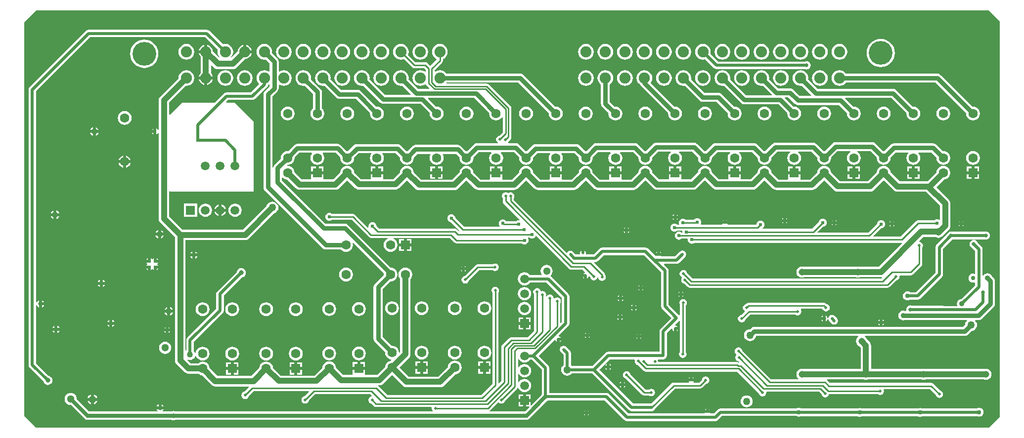
<source format=gbl>
G04*
G04 #@! TF.GenerationSoftware,Altium Limited,Altium Designer,21.9.1 (22)*
G04*
G04 Layer_Physical_Order=2*
G04 Layer_Color=16711680*
%FSLAX25Y25*%
%MOIN*%
G70*
G04*
G04 #@! TF.SameCoordinates,6B560933-D042-473C-9E78-3B088F3B31AC*
G04*
G04*
G04 #@! TF.FilePolarity,Positive*
G04*
G01*
G75*
%ADD16C,0.01000*%
%ADD108C,0.03200*%
%ADD112C,0.03000*%
%ADD113C,0.02000*%
%ADD114C,0.04000*%
%ADD117C,0.02500*%
%ADD118C,0.06299*%
%ADD119C,0.05118*%
%ADD120C,0.05906*%
%ADD121R,0.05906X0.05906*%
%ADD122C,0.16000*%
%ADD123C,0.07500*%
%ADD124C,0.06299*%
%ADD125R,0.06299X0.06299*%
%ADD126R,0.06299X0.06299*%
%ADD127C,0.02500*%
%ADD128C,0.03500*%
%ADD129C,0.04500*%
%ADD130C,0.02000*%
%ADD131C,0.02400*%
%ADD132C,0.03000*%
%ADD133C,0.05000*%
%ADD134C,0.04000*%
G36*
X657480Y274240D02*
Y7185D01*
X650295Y0D01*
X7874D01*
X0Y7874D01*
Y273622D01*
X7874Y281496D01*
X650224D01*
X657480Y274240D01*
D02*
G37*
%LPC*%
G36*
X149591Y258349D02*
Y254690D01*
X153251D01*
X153219Y254930D01*
X152741Y256085D01*
X151979Y257077D01*
X150987Y257839D01*
X149831Y258317D01*
X149591Y258349D01*
D02*
G37*
G36*
X121292D02*
X121052Y258317D01*
X119897Y257839D01*
X118904Y257077D01*
X118143Y256085D01*
X117665Y254930D01*
X117633Y254690D01*
X121292D01*
Y258349D01*
D02*
G37*
G36*
X123031Y268649D02*
X43300D01*
X42325Y268455D01*
X41498Y267902D01*
X3498Y229902D01*
X2945Y229076D01*
X2751Y228100D01*
Y42400D01*
X2945Y41425D01*
X3498Y40598D01*
X12746Y31350D01*
X12780Y31091D01*
X13092Y30337D01*
X13589Y29689D01*
X14237Y29192D01*
X14991Y28880D01*
X15800Y28773D01*
X16609Y28880D01*
X17363Y29192D01*
X18011Y29689D01*
X18508Y30337D01*
X18820Y31091D01*
X18927Y31900D01*
X18820Y32709D01*
X18508Y33463D01*
X18011Y34111D01*
X17363Y34608D01*
X16609Y34920D01*
X16351Y34954D01*
X7849Y43456D01*
Y82925D01*
X8349Y82958D01*
X8367Y82821D01*
X8629Y82189D01*
X9046Y81646D01*
X9589Y81229D01*
X9900Y81100D01*
Y83500D01*
Y85900D01*
X9589Y85771D01*
X9046Y85354D01*
X8629Y84811D01*
X8367Y84179D01*
X8349Y84043D01*
X7849Y84075D01*
Y227044D01*
X44356Y263551D01*
X121976D01*
X130368Y255159D01*
X130327Y255060D01*
X130147Y253690D01*
X130327Y252319D01*
X130856Y251042D01*
X131527Y250167D01*
X131570Y250111D01*
X131195Y249783D01*
X131179Y249796D01*
X127053Y253922D01*
X126920Y254930D01*
X126441Y256085D01*
X125680Y257077D01*
X124688Y257839D01*
X123532Y258317D01*
X123292Y258349D01*
Y253690D01*
X122292D01*
Y252690D01*
X117633D01*
X117665Y252450D01*
X118143Y251294D01*
X118762Y250488D01*
Y239175D01*
X118143Y238369D01*
X117665Y237213D01*
X117633Y236973D01*
X126952D01*
X126920Y237213D01*
X126441Y238369D01*
X125822Y239175D01*
Y244514D01*
X126284Y244705D01*
X127986Y243004D01*
X127986Y243004D01*
X128717Y242443D01*
X129568Y242090D01*
X130482Y241970D01*
X140402D01*
X141315Y242090D01*
X142167Y242443D01*
X142898Y243004D01*
X148823Y248929D01*
X149831Y249062D01*
X150987Y249541D01*
X151979Y250302D01*
X152741Y251294D01*
X153219Y252450D01*
X153251Y252690D01*
X148591D01*
Y253690D01*
X147591D01*
Y258349D01*
X147351Y258317D01*
X146196Y257839D01*
X145204Y257077D01*
X144442Y256085D01*
X143964Y254930D01*
X143831Y253922D01*
X139705Y249796D01*
X139689Y249783D01*
X139314Y250112D01*
X139356Y250167D01*
X140028Y251042D01*
X140557Y252319D01*
X140737Y253690D01*
X140557Y255060D01*
X140028Y256337D01*
X139186Y257434D01*
X138090Y258276D01*
X136812Y258805D01*
X135442Y258985D01*
X134071Y258805D01*
X133973Y258764D01*
X124834Y267902D01*
X124007Y268455D01*
X123031Y268649D01*
D02*
G37*
G36*
X549457Y258985D02*
X548087Y258805D01*
X546810Y258276D01*
X545713Y257434D01*
X544872Y256337D01*
X544343Y255060D01*
X544162Y253690D01*
X544343Y252319D01*
X544872Y251042D01*
X545713Y249945D01*
X546810Y249104D01*
X548087Y248575D01*
X549457Y248394D01*
X550828Y248575D01*
X552105Y249104D01*
X553202Y249945D01*
X554043Y251042D01*
X554572Y252319D01*
X554753Y253690D01*
X554572Y255060D01*
X554043Y256337D01*
X553202Y257434D01*
X552105Y258276D01*
X550828Y258805D01*
X549457Y258985D01*
D02*
G37*
G36*
X536308D02*
X534937Y258805D01*
X533660Y258276D01*
X532563Y257434D01*
X531722Y256337D01*
X531193Y255060D01*
X531012Y253690D01*
X531193Y252319D01*
X531722Y251042D01*
X532563Y249945D01*
X533660Y249104D01*
X534937Y248575D01*
X536308Y248394D01*
X537678Y248575D01*
X538955Y249104D01*
X540052Y249945D01*
X540894Y251042D01*
X541423Y252319D01*
X541603Y253690D01*
X541423Y255060D01*
X540894Y256337D01*
X540052Y257434D01*
X538955Y258276D01*
X537678Y258805D01*
X536308Y258985D01*
D02*
G37*
G36*
X523158D02*
X521788Y258805D01*
X520510Y258276D01*
X519414Y257434D01*
X518572Y256337D01*
X518043Y255060D01*
X517863Y253690D01*
X518043Y252319D01*
X518572Y251042D01*
X519414Y249945D01*
X520510Y249104D01*
X521788Y248575D01*
X523158Y248394D01*
X524529Y248575D01*
X525806Y249104D01*
X526902Y249945D01*
X527744Y251042D01*
X528273Y252319D01*
X528453Y253690D01*
X528273Y255060D01*
X527744Y256337D01*
X526902Y257434D01*
X525806Y258276D01*
X524529Y258805D01*
X523158Y258985D01*
D02*
G37*
G36*
X510009D02*
X508638Y258805D01*
X507361Y258276D01*
X506264Y257434D01*
X505423Y256337D01*
X504894Y255060D01*
X504713Y253690D01*
X504894Y252319D01*
X505423Y251042D01*
X506264Y249945D01*
X507361Y249104D01*
X508638Y248575D01*
X510009Y248394D01*
X511379Y248575D01*
X512656Y249104D01*
X513753Y249945D01*
X514595Y251042D01*
X515124Y252319D01*
X515304Y253690D01*
X515124Y255060D01*
X514595Y256337D01*
X513753Y257434D01*
X512656Y258276D01*
X511379Y258805D01*
X510009Y258985D01*
D02*
G37*
G36*
X496859D02*
X495489Y258805D01*
X494211Y258276D01*
X493115Y257434D01*
X492273Y256337D01*
X491744Y255060D01*
X491564Y253690D01*
X491744Y252319D01*
X492273Y251042D01*
X493115Y249945D01*
X494211Y249104D01*
X495489Y248575D01*
X496859Y248394D01*
X498230Y248575D01*
X499507Y249104D01*
X500603Y249945D01*
X501445Y251042D01*
X501974Y252319D01*
X502154Y253690D01*
X501974Y255060D01*
X501445Y256337D01*
X500603Y257434D01*
X499507Y258276D01*
X498230Y258805D01*
X496859Y258985D01*
D02*
G37*
G36*
X483709D02*
X482339Y258805D01*
X481062Y258276D01*
X479965Y257434D01*
X479123Y256337D01*
X478594Y255060D01*
X478414Y253690D01*
X478594Y252319D01*
X479123Y251042D01*
X479965Y249945D01*
X481062Y249104D01*
X482339Y248575D01*
X483709Y248394D01*
X485080Y248575D01*
X486357Y249104D01*
X487454Y249945D01*
X488295Y251042D01*
X488824Y252319D01*
X489005Y253690D01*
X488824Y255060D01*
X488295Y256337D01*
X487454Y257434D01*
X486357Y258276D01*
X485080Y258805D01*
X483709Y258985D01*
D02*
G37*
G36*
X470560D02*
X469189Y258805D01*
X467912Y258276D01*
X466816Y257434D01*
X465974Y256337D01*
X465445Y255060D01*
X465265Y253690D01*
X465445Y252319D01*
X465974Y251042D01*
X466816Y249945D01*
X467912Y249104D01*
X469189Y248575D01*
X470560Y248394D01*
X471930Y248575D01*
X473207Y249104D01*
X474304Y249945D01*
X475146Y251042D01*
X475675Y252319D01*
X475855Y253690D01*
X475675Y255060D01*
X475146Y256337D01*
X474304Y257434D01*
X473207Y258276D01*
X471930Y258805D01*
X470560Y258985D01*
D02*
G37*
G36*
X444261D02*
X442890Y258805D01*
X441613Y258276D01*
X440516Y257434D01*
X439675Y256337D01*
X439146Y255060D01*
X438965Y253690D01*
X439146Y252319D01*
X439675Y251042D01*
X440516Y249945D01*
X441613Y249104D01*
X442890Y248575D01*
X444261Y248394D01*
X445631Y248575D01*
X446908Y249104D01*
X448005Y249945D01*
X448846Y251042D01*
X449375Y252319D01*
X449556Y253690D01*
X449375Y255060D01*
X448846Y256337D01*
X448005Y257434D01*
X446908Y258276D01*
X445631Y258805D01*
X444261Y258985D01*
D02*
G37*
G36*
X431111D02*
X429740Y258805D01*
X428463Y258276D01*
X427367Y257434D01*
X426525Y256337D01*
X425996Y255060D01*
X425816Y253690D01*
X425996Y252319D01*
X426525Y251042D01*
X427367Y249945D01*
X428463Y249104D01*
X429740Y248575D01*
X431111Y248394D01*
X432481Y248575D01*
X433759Y249104D01*
X434855Y249945D01*
X435697Y251042D01*
X436226Y252319D01*
X436406Y253690D01*
X436226Y255060D01*
X435697Y256337D01*
X434855Y257434D01*
X433759Y258276D01*
X432481Y258805D01*
X431111Y258985D01*
D02*
G37*
G36*
X417961D02*
X416591Y258805D01*
X415314Y258276D01*
X414217Y257434D01*
X413376Y256337D01*
X412847Y255060D01*
X412666Y253690D01*
X412847Y252319D01*
X413376Y251042D01*
X414217Y249945D01*
X415314Y249104D01*
X416591Y248575D01*
X417961Y248394D01*
X419332Y248575D01*
X420609Y249104D01*
X421706Y249945D01*
X422547Y251042D01*
X423076Y252319D01*
X423257Y253690D01*
X423076Y255060D01*
X422547Y256337D01*
X421706Y257434D01*
X420609Y258276D01*
X419332Y258805D01*
X417961Y258985D01*
D02*
G37*
G36*
X404812D02*
X403441Y258805D01*
X402164Y258276D01*
X401067Y257434D01*
X400226Y256337D01*
X399697Y255060D01*
X399517Y253690D01*
X399697Y252319D01*
X400226Y251042D01*
X401067Y249945D01*
X402164Y249104D01*
X403441Y248575D01*
X404812Y248394D01*
X406182Y248575D01*
X407459Y249104D01*
X408556Y249945D01*
X409398Y251042D01*
X409927Y252319D01*
X410107Y253690D01*
X409927Y255060D01*
X409398Y256337D01*
X408556Y257434D01*
X407459Y258276D01*
X406182Y258805D01*
X404812Y258985D01*
D02*
G37*
G36*
X391662D02*
X390292Y258805D01*
X389015Y258276D01*
X387918Y257434D01*
X387076Y256337D01*
X386547Y255060D01*
X386367Y253690D01*
X386547Y252319D01*
X387076Y251042D01*
X387918Y249945D01*
X389015Y249104D01*
X390292Y248575D01*
X391662Y248394D01*
X393033Y248575D01*
X394310Y249104D01*
X395407Y249945D01*
X396248Y251042D01*
X396777Y252319D01*
X396957Y253690D01*
X396777Y255060D01*
X396248Y256337D01*
X395407Y257434D01*
X394310Y258276D01*
X393033Y258805D01*
X391662Y258985D01*
D02*
G37*
G36*
X378513D02*
X377142Y258805D01*
X375865Y258276D01*
X374768Y257434D01*
X373927Y256337D01*
X373398Y255060D01*
X373217Y253690D01*
X373398Y252319D01*
X373927Y251042D01*
X374768Y249945D01*
X375865Y249104D01*
X377142Y248575D01*
X378513Y248394D01*
X379883Y248575D01*
X381160Y249104D01*
X382257Y249945D01*
X383099Y251042D01*
X383628Y252319D01*
X383808Y253690D01*
X383628Y255060D01*
X383099Y256337D01*
X382257Y257434D01*
X381160Y258276D01*
X379883Y258805D01*
X378513Y258985D01*
D02*
G37*
G36*
X266938D02*
X265567Y258805D01*
X264290Y258276D01*
X263193Y257434D01*
X262352Y256337D01*
X261823Y255060D01*
X261643Y253690D01*
X261823Y252319D01*
X262352Y251042D01*
X263193Y249945D01*
X264290Y249104D01*
X265567Y248575D01*
X266938Y248394D01*
X268308Y248575D01*
X269585Y249104D01*
X270682Y249945D01*
X271524Y251042D01*
X272053Y252319D01*
X272233Y253690D01*
X272053Y255060D01*
X271524Y256337D01*
X270682Y257434D01*
X269585Y258276D01*
X268308Y258805D01*
X266938Y258985D01*
D02*
G37*
G36*
X240639D02*
X239268Y258805D01*
X237991Y258276D01*
X236894Y257434D01*
X236053Y256337D01*
X235524Y255060D01*
X235343Y253690D01*
X235524Y252319D01*
X236053Y251042D01*
X236894Y249945D01*
X237991Y249104D01*
X239268Y248575D01*
X240639Y248394D01*
X242009Y248575D01*
X243286Y249104D01*
X244383Y249945D01*
X245224Y251042D01*
X245754Y252319D01*
X245934Y253690D01*
X245754Y255060D01*
X245224Y256337D01*
X244383Y257434D01*
X243286Y258276D01*
X242009Y258805D01*
X240639Y258985D01*
D02*
G37*
G36*
X227489D02*
X226118Y258805D01*
X224841Y258276D01*
X223745Y257434D01*
X222903Y256337D01*
X222374Y255060D01*
X222194Y253690D01*
X222374Y252319D01*
X222903Y251042D01*
X223745Y249945D01*
X224841Y249104D01*
X226118Y248575D01*
X227489Y248394D01*
X228859Y248575D01*
X230137Y249104D01*
X231233Y249945D01*
X232075Y251042D01*
X232604Y252319D01*
X232784Y253690D01*
X232604Y255060D01*
X232075Y256337D01*
X231233Y257434D01*
X230137Y258276D01*
X228859Y258805D01*
X227489Y258985D01*
D02*
G37*
G36*
X214339D02*
X212969Y258805D01*
X211692Y258276D01*
X210595Y257434D01*
X209753Y256337D01*
X209225Y255060D01*
X209044Y253690D01*
X209225Y252319D01*
X209753Y251042D01*
X210595Y249945D01*
X211692Y249104D01*
X212969Y248575D01*
X214339Y248394D01*
X215710Y248575D01*
X216987Y249104D01*
X218084Y249945D01*
X218925Y251042D01*
X219454Y252319D01*
X219635Y253690D01*
X219454Y255060D01*
X218925Y256337D01*
X218084Y257434D01*
X216987Y258276D01*
X215710Y258805D01*
X214339Y258985D01*
D02*
G37*
G36*
X201190D02*
X199819Y258805D01*
X198542Y258276D01*
X197445Y257434D01*
X196604Y256337D01*
X196075Y255060D01*
X195895Y253690D01*
X196075Y252319D01*
X196604Y251042D01*
X197445Y249945D01*
X198542Y249104D01*
X199819Y248575D01*
X201190Y248394D01*
X202560Y248575D01*
X203837Y249104D01*
X204934Y249945D01*
X205776Y251042D01*
X206305Y252319D01*
X206485Y253690D01*
X206305Y255060D01*
X205776Y256337D01*
X204934Y257434D01*
X203837Y258276D01*
X202560Y258805D01*
X201190Y258985D01*
D02*
G37*
G36*
X188040D02*
X186670Y258805D01*
X185393Y258276D01*
X184296Y257434D01*
X183454Y256337D01*
X182925Y255060D01*
X182745Y253690D01*
X182925Y252319D01*
X183454Y251042D01*
X184296Y249945D01*
X185393Y249104D01*
X186670Y248575D01*
X188040Y248394D01*
X189411Y248575D01*
X190688Y249104D01*
X191785Y249945D01*
X192626Y251042D01*
X193155Y252319D01*
X193335Y253690D01*
X193155Y255060D01*
X192626Y256337D01*
X191785Y257434D01*
X190688Y258276D01*
X189411Y258805D01*
X188040Y258985D01*
D02*
G37*
G36*
X174891D02*
X173520Y258805D01*
X172243Y258276D01*
X171146Y257434D01*
X170305Y256337D01*
X169776Y255060D01*
X169595Y253690D01*
X169776Y252319D01*
X170305Y251042D01*
X171146Y249945D01*
X172243Y249104D01*
X173520Y248575D01*
X174891Y248394D01*
X176261Y248575D01*
X177538Y249104D01*
X178635Y249945D01*
X179476Y251042D01*
X180006Y252319D01*
X180186Y253690D01*
X180006Y255060D01*
X179476Y256337D01*
X178635Y257434D01*
X177538Y258276D01*
X176261Y258805D01*
X174891Y258985D01*
D02*
G37*
G36*
X109143D02*
X107772Y258805D01*
X106495Y258276D01*
X105398Y257434D01*
X104557Y256337D01*
X104028Y255060D01*
X103847Y253690D01*
X104028Y252319D01*
X104557Y251042D01*
X105398Y249945D01*
X106495Y249104D01*
X107772Y248575D01*
X109143Y248394D01*
X110513Y248575D01*
X111790Y249104D01*
X112887Y249945D01*
X113728Y251042D01*
X114258Y252319D01*
X114438Y253690D01*
X114258Y255060D01*
X113728Y256337D01*
X112887Y257434D01*
X111790Y258276D01*
X110513Y258805D01*
X109143Y258985D01*
D02*
G37*
G36*
X280087D02*
X278717Y258805D01*
X277440Y258276D01*
X276343Y257434D01*
X275501Y256337D01*
X274973Y255060D01*
X274792Y253690D01*
X274973Y252319D01*
X275501Y251042D01*
X276343Y249945D01*
X277440Y249104D01*
X277710Y248992D01*
X277821Y248405D01*
X273600Y244184D01*
X271742Y246042D01*
X271080Y246484D01*
X270300Y246639D01*
X263723D01*
X258651Y251711D01*
X258903Y252319D01*
X259084Y253690D01*
X258903Y255060D01*
X258374Y256337D01*
X257533Y257434D01*
X256436Y258276D01*
X255159Y258805D01*
X253788Y258985D01*
X252418Y258805D01*
X251140Y258276D01*
X250044Y257434D01*
X249202Y256337D01*
X248673Y255060D01*
X248493Y253690D01*
X248673Y252319D01*
X249202Y251042D01*
X250044Y249945D01*
X251140Y249104D01*
X252418Y248575D01*
X253788Y248394D01*
X255159Y248575D01*
X255767Y248827D01*
X261436Y243158D01*
X262098Y242716D01*
X262878Y242561D01*
X269455D01*
X270561Y241455D01*
Y240376D01*
X270112Y240155D01*
X269585Y240559D01*
X268308Y241088D01*
X266938Y241269D01*
X265567Y241088D01*
X264290Y240559D01*
X263193Y239718D01*
X262352Y238621D01*
X261823Y237344D01*
X261643Y235973D01*
X261823Y234603D01*
X262352Y233326D01*
X263193Y232229D01*
X264290Y231387D01*
X265567Y230858D01*
X266938Y230678D01*
X268308Y230858D01*
X269585Y231387D01*
X270214Y231869D01*
X270682Y231693D01*
X270716Y231520D01*
X271158Y230858D01*
X273028Y228988D01*
X272837Y228526D01*
X265515D01*
X258965Y235075D01*
X259084Y235973D01*
X258903Y237344D01*
X258374Y238621D01*
X257533Y239718D01*
X256436Y240559D01*
X255159Y241088D01*
X253788Y241269D01*
X252418Y241088D01*
X251140Y240559D01*
X250044Y239718D01*
X249202Y238621D01*
X248673Y237344D01*
X248493Y235973D01*
X248673Y234603D01*
X249202Y233326D01*
X250044Y232229D01*
X251140Y231387D01*
X252418Y230858D01*
X253788Y230678D01*
X254686Y230796D01*
X260494Y224988D01*
X260303Y224526D01*
X243216D01*
X232666Y235075D01*
X232784Y235973D01*
X232604Y237344D01*
X232075Y238621D01*
X231233Y239718D01*
X230137Y240559D01*
X228859Y241088D01*
X227489Y241269D01*
X226118Y241088D01*
X224841Y240559D01*
X223745Y239718D01*
X222903Y238621D01*
X222374Y237344D01*
X222194Y235973D01*
X222374Y234603D01*
X222903Y233326D01*
X223745Y232229D01*
X224841Y231387D01*
X226118Y230858D01*
X227489Y230678D01*
X228387Y230796D01*
X239823Y219360D01*
X240449Y218880D01*
X241179Y218577D01*
X241962Y218474D01*
X241962Y218474D01*
X267110D01*
X273222Y212363D01*
X273174Y212000D01*
X273334Y210786D01*
X273802Y209655D01*
X274548Y208684D01*
X275519Y207939D01*
X276650Y207470D01*
X277864Y207310D01*
X279077Y207470D01*
X280208Y207939D01*
X281180Y208684D01*
X281925Y209655D01*
X282394Y210786D01*
X282553Y212000D01*
X282394Y213214D01*
X281925Y214345D01*
X281180Y215316D01*
X280208Y216061D01*
X279077Y216530D01*
X277864Y216690D01*
X277501Y216642D01*
X272131Y222012D01*
X272322Y222474D01*
X303292D01*
X313404Y212363D01*
X313356Y212000D01*
X313515Y210786D01*
X313984Y209655D01*
X314729Y208684D01*
X315701Y207939D01*
X316832Y207470D01*
X318045Y207310D01*
X319259Y207470D01*
X320390Y207939D01*
X321362Y208684D01*
X322061Y209595D01*
X322561Y209565D01*
Y199445D01*
X320182Y197066D01*
X319624Y196955D01*
X318798Y196402D01*
X318245Y195575D01*
X318051Y194600D01*
X318245Y193624D01*
X318798Y192798D01*
X319354Y192426D01*
X319202Y191926D01*
X304945D01*
X304162Y191823D01*
X303432Y191521D01*
X302806Y191040D01*
X302806Y191040D01*
X298408Y186642D01*
X298045Y186690D01*
X297683Y186642D01*
X294385Y189940D01*
X293758Y190420D01*
X293029Y190723D01*
X292245Y190826D01*
X263664D01*
X262880Y190723D01*
X262151Y190420D01*
X261524Y189940D01*
X258226Y186642D01*
X257864Y186690D01*
X257501Y186642D01*
X253603Y190540D01*
X252977Y191021D01*
X252247Y191323D01*
X251464Y191426D01*
X224082D01*
X224082Y191426D01*
X223299Y191323D01*
X222569Y191021D01*
X221942Y190540D01*
X218044Y186642D01*
X217682Y186690D01*
X217319Y186642D01*
X213321Y190640D01*
X212695Y191121D01*
X211965Y191423D01*
X211182Y191526D01*
X184000D01*
X184000Y191526D01*
X183217Y191423D01*
X182487Y191121D01*
X181860Y190640D01*
X177863Y186642D01*
X177500Y186690D01*
X176286Y186530D01*
X175155Y186061D01*
X174184Y185316D01*
X173439Y184345D01*
X172970Y183214D01*
X172810Y182000D01*
X172858Y181637D01*
X168560Y177340D01*
X168079Y176713D01*
X167777Y175983D01*
X167726Y175593D01*
X167226Y175626D01*
Y223547D01*
X170540Y226860D01*
X171020Y227487D01*
X171323Y228217D01*
X171426Y229000D01*
X171426Y229000D01*
Y231449D01*
X171874Y231670D01*
X172243Y231387D01*
X173520Y230858D01*
X174891Y230678D01*
X176261Y230858D01*
X177538Y231387D01*
X178635Y232229D01*
X179476Y233326D01*
X180006Y234603D01*
X180186Y235973D01*
X180006Y237344D01*
X179476Y238621D01*
X178635Y239718D01*
X177538Y240559D01*
X176261Y241088D01*
X174891Y241269D01*
X173520Y241088D01*
X172243Y240559D01*
X171874Y240276D01*
X171426Y240497D01*
Y247031D01*
X171426Y247031D01*
X171323Y247814D01*
X171020Y248544D01*
X170540Y249170D01*
X166918Y252792D01*
X167036Y253690D01*
X166856Y255060D01*
X166327Y256337D01*
X165485Y257434D01*
X164389Y258276D01*
X163111Y258805D01*
X161741Y258985D01*
X160371Y258805D01*
X159093Y258276D01*
X157997Y257434D01*
X157155Y256337D01*
X156626Y255060D01*
X156446Y253690D01*
X156626Y252319D01*
X157155Y251042D01*
X157997Y249945D01*
X159093Y249104D01*
X160371Y248575D01*
X161741Y248394D01*
X162639Y248513D01*
X165374Y245777D01*
Y240368D01*
X164926Y240147D01*
X164389Y240559D01*
X163111Y241088D01*
X161741Y241269D01*
X160371Y241088D01*
X159093Y240559D01*
X157997Y239718D01*
X157155Y238621D01*
X156626Y237344D01*
X156446Y235973D01*
X156626Y234603D01*
X157155Y233326D01*
X157997Y232229D01*
X158051Y232187D01*
X158084Y231688D01*
X152644Y226249D01*
X136228D01*
X135253Y226055D01*
X134426Y225502D01*
X128324Y219400D01*
X106300Y219400D01*
X98092Y211192D01*
X97630Y211384D01*
Y219468D01*
X108875Y230713D01*
X109143Y230678D01*
X110513Y230858D01*
X111790Y231387D01*
X112887Y232229D01*
X113728Y233326D01*
X114258Y234603D01*
X114438Y235973D01*
X114258Y237344D01*
X113728Y238621D01*
X112887Y239718D01*
X111790Y240559D01*
X110513Y241088D01*
X109143Y241269D01*
X107772Y241088D01*
X106495Y240559D01*
X105398Y239718D01*
X104557Y238621D01*
X104028Y237344D01*
X103847Y235973D01*
X103883Y235706D01*
X91604Y223427D01*
X91043Y222696D01*
X90690Y221844D01*
X90570Y220931D01*
Y200953D01*
X90107Y200763D01*
X90070Y200769D01*
X89600Y201472D01*
X89014Y201864D01*
Y199886D01*
Y197908D01*
X89600Y198300D01*
X90070Y199003D01*
X90107Y199010D01*
X90570Y198819D01*
Y141100D01*
X90690Y140186D01*
X91043Y139335D01*
X91604Y138604D01*
X101570Y128638D01*
Y45400D01*
X101690Y44486D01*
X102043Y43635D01*
X102604Y42904D01*
X108104Y37404D01*
X108835Y36843D01*
X109686Y36490D01*
X110600Y36370D01*
X117063D01*
X117755Y35839D01*
X118886Y35370D01*
X119751Y35256D01*
X126204Y28804D01*
X126935Y28243D01*
X127786Y27890D01*
X128700Y27770D01*
X151233D01*
X151424Y27308D01*
X148382Y24266D01*
X147825Y24155D01*
X146998Y23602D01*
X146445Y22775D01*
X146251Y21800D01*
X146445Y20824D01*
X146998Y19998D01*
X147825Y19445D01*
X148800Y19251D01*
X149776Y19445D01*
X150602Y19998D01*
X151155Y20824D01*
X151266Y21382D01*
X154445Y24561D01*
X191624D01*
X191815Y24099D01*
X188882Y21166D01*
X188324Y21055D01*
X187498Y20502D01*
X186945Y19676D01*
X186751Y18700D01*
X186945Y17725D01*
X187498Y16898D01*
X188324Y16345D01*
X189300Y16151D01*
X190276Y16345D01*
X191102Y16898D01*
X191655Y17725D01*
X191766Y18282D01*
X195945Y22461D01*
X233155D01*
X234131Y21485D01*
X233966Y20943D01*
X233524Y20855D01*
X232698Y20302D01*
X232145Y19476D01*
X231951Y18500D01*
X232145Y17525D01*
X232698Y16698D01*
X233524Y16145D01*
X234082Y16034D01*
X235558Y14558D01*
X236220Y14116D01*
X237000Y13961D01*
X274328D01*
X274645Y13574D01*
X274551Y13100D01*
X274745Y12125D01*
X275247Y11374D01*
X275100Y10874D01*
X101904D01*
X101309Y11120D01*
X100500Y11227D01*
X99691Y11120D01*
X99096Y10874D01*
X93314D01*
X93144Y11374D01*
X93368Y11546D01*
X93785Y12089D01*
X93914Y12400D01*
X89114D01*
X89243Y12089D01*
X89659Y11546D01*
X89883Y11374D01*
X89714Y10874D01*
X43549D01*
X35274Y19149D01*
X35294Y19300D01*
X35155Y20360D01*
X34746Y21347D01*
X34095Y22195D01*
X33247Y22846D01*
X32260Y23255D01*
X31200Y23394D01*
X30140Y23255D01*
X29153Y22846D01*
X28305Y22195D01*
X27654Y21347D01*
X27245Y20360D01*
X27106Y19300D01*
X27245Y18240D01*
X27654Y17253D01*
X28305Y16405D01*
X29153Y15754D01*
X30140Y15345D01*
X31200Y15206D01*
X31352Y15226D01*
X40439Y6139D01*
X41013Y5698D01*
X41682Y5421D01*
X42400Y5326D01*
X99096D01*
X99691Y5080D01*
X100500Y4973D01*
X101309Y5080D01*
X101904Y5326D01*
X338600D01*
X339318Y5421D01*
X339987Y5698D01*
X340561Y6139D01*
X352453Y18030D01*
X352813Y18180D01*
X352906Y18251D01*
X391244D01*
X404298Y5198D01*
X405125Y4645D01*
X406100Y4451D01*
X465800D01*
X466776Y4645D01*
X467602Y5198D01*
X470256Y7851D01*
X520394D01*
X520487Y7779D01*
X521217Y7477D01*
X522000Y7374D01*
X522783Y7477D01*
X523444Y7751D01*
X561407D01*
X561687Y7536D01*
X562417Y7234D01*
X563200Y7131D01*
X563983Y7234D01*
X564713Y7536D01*
X564993Y7751D01*
X602064D01*
X602344Y7536D01*
X603074Y7234D01*
X603857Y7131D01*
X604640Y7234D01*
X605370Y7536D01*
X605650Y7751D01*
X642156D01*
X642817Y7477D01*
X643600Y7374D01*
X644383Y7477D01*
X645113Y7779D01*
X645740Y8260D01*
X646220Y8887D01*
X646523Y9617D01*
X646626Y10400D01*
X646523Y11183D01*
X646220Y11913D01*
X645740Y12540D01*
X645113Y13021D01*
X644383Y13323D01*
X643600Y13426D01*
X642817Y13323D01*
X642087Y13021D01*
X641863Y12849D01*
X605196D01*
X604640Y13080D01*
X603857Y13183D01*
X603074Y13080D01*
X602517Y12849D01*
X564540D01*
X563983Y13080D01*
X563200Y13183D01*
X562417Y13080D01*
X561860Y12849D01*
X523736D01*
X523513Y13021D01*
X522783Y13323D01*
X522000Y13426D01*
X521217Y13323D01*
X520487Y13021D01*
X520394Y12949D01*
X469200D01*
X468224Y12755D01*
X467398Y12202D01*
X464744Y9549D01*
X462533D01*
X462345Y9900D01*
X458655D01*
X458467Y9549D01*
X407156D01*
X394102Y22602D01*
X393275Y23155D01*
X392300Y23349D01*
X353849D01*
Y40200D01*
X353655Y41175D01*
X353102Y42002D01*
X346655Y48450D01*
X357501Y59296D01*
X358043Y59131D01*
X358116Y58766D01*
X358558Y58104D01*
X359000Y57809D01*
Y59547D01*
X360000D01*
Y60546D01*
X361737D01*
X361442Y60988D01*
X360780Y61430D01*
X360415Y61503D01*
X360250Y62046D01*
X366702Y68498D01*
X367255Y69324D01*
X367449Y70300D01*
Y88600D01*
X367255Y89575D01*
X366702Y90402D01*
X354958Y102147D01*
X354882Y102418D01*
X354873Y102711D01*
X354995Y102805D01*
X355646Y103653D01*
X356055Y104640D01*
X356194Y105700D01*
X356055Y106760D01*
X355646Y107747D01*
X354995Y108595D01*
X354147Y109246D01*
X353160Y109655D01*
X352100Y109794D01*
X351040Y109655D01*
X350053Y109246D01*
X349205Y108595D01*
X348554Y107747D01*
X348145Y106760D01*
X348006Y105700D01*
X348145Y104640D01*
X348554Y103653D01*
X348750Y103397D01*
X348529Y102949D01*
X340857D01*
X340376Y103576D01*
X339446Y104289D01*
X338362Y104738D01*
X337200Y104891D01*
X336038Y104738D01*
X334954Y104289D01*
X334024Y103576D01*
X333311Y102646D01*
X332862Y101562D01*
X332709Y100400D01*
X332862Y99238D01*
X333311Y98154D01*
X334024Y97224D01*
X334954Y96510D01*
X336038Y96062D01*
X337200Y95909D01*
X338362Y96062D01*
X339446Y96510D01*
X340376Y97224D01*
X340857Y97851D01*
X352044D01*
X362351Y87544D01*
Y71356D01*
X361601Y70606D01*
X361139Y70797D01*
Y83952D01*
X361455Y84425D01*
X361649Y85400D01*
X361455Y86375D01*
X360902Y87202D01*
X360075Y87755D01*
X359100Y87949D01*
X358124Y87755D01*
X357298Y87202D01*
X357186Y87036D01*
X356715Y87231D01*
X356749Y87400D01*
X356555Y88376D01*
X356002Y89202D01*
X355175Y89755D01*
X354200Y89949D01*
X353224Y89755D01*
X352398Y89202D01*
X352059Y88696D01*
X351588Y88891D01*
X351749Y89700D01*
X351555Y90675D01*
X351002Y91502D01*
X350175Y92055D01*
X349200Y92249D01*
X348555Y92121D01*
X347980Y92447D01*
X347955Y92576D01*
X347402Y93402D01*
X346575Y93955D01*
X345600Y94149D01*
X344624Y93955D01*
X343798Y93402D01*
X343245Y92576D01*
X343051Y91600D01*
X343245Y90624D01*
X343561Y90152D01*
Y65345D01*
X339255Y61039D01*
X328300D01*
X328300Y61039D01*
X327520Y60884D01*
X326858Y60442D01*
X326858Y60442D01*
X322058Y55642D01*
X321616Y54980D01*
X321461Y54200D01*
Y31445D01*
X320001Y29985D01*
X319539Y30176D01*
Y91052D01*
X319855Y91524D01*
X320049Y92500D01*
X319855Y93476D01*
X319302Y94302D01*
X318476Y94855D01*
X317500Y95049D01*
X316525Y94855D01*
X315698Y94302D01*
X315145Y93476D01*
X314951Y92500D01*
X315145Y91524D01*
X315461Y91052D01*
Y29545D01*
X307755Y21839D01*
X244745D01*
X238542Y28042D01*
X238500Y28070D01*
X238652Y28570D01*
X239369D01*
X240282Y28690D01*
X241134Y29043D01*
X241865Y29604D01*
X247800Y35539D01*
X255035Y28304D01*
X255766Y27743D01*
X256618Y27390D01*
X257531Y27270D01*
X280368D01*
X281282Y27390D01*
X282134Y27743D01*
X282865Y28304D01*
X290449Y35888D01*
X291314Y36002D01*
X292445Y36470D01*
X293416Y37215D01*
X294161Y38187D01*
X294630Y39318D01*
X294790Y40532D01*
X294630Y41745D01*
X294161Y42876D01*
X293416Y43848D01*
X292445Y44593D01*
X291314Y45061D01*
X290100Y45221D01*
X288886Y45061D01*
X287755Y44593D01*
X286784Y43848D01*
X286039Y42876D01*
X285570Y41745D01*
X285456Y40880D01*
X278906Y34330D01*
X258994D01*
X252793Y40532D01*
X259296Y47035D01*
X259857Y47766D01*
X260210Y48618D01*
X260330Y49531D01*
Y100263D01*
X260861Y100955D01*
X261330Y102086D01*
X261490Y103300D01*
X261330Y104514D01*
X260861Y105645D01*
X260116Y106616D01*
X259145Y107361D01*
X258014Y107830D01*
X256800Y107990D01*
X255586Y107830D01*
X254455Y107361D01*
X253484Y106616D01*
X252739Y105645D01*
X252270Y104514D01*
X252110Y103300D01*
X252270Y102086D01*
X252739Y100955D01*
X253270Y100263D01*
Y51050D01*
X252884Y50731D01*
X252443Y50889D01*
X252330Y51745D01*
X251861Y52876D01*
X251116Y53848D01*
X250145Y54593D01*
X249014Y55061D01*
X247800Y55221D01*
X247437Y55173D01*
X241426Y61185D01*
Y93647D01*
X246437Y98658D01*
X246800Y98610D01*
X248014Y98770D01*
X249145Y99239D01*
X250116Y99984D01*
X250861Y100955D01*
X251330Y102086D01*
X251490Y103300D01*
X251330Y104514D01*
X250861Y105645D01*
X250116Y106616D01*
X249145Y107361D01*
X248014Y107830D01*
X247018Y107961D01*
X218240Y136740D01*
X217613Y137221D01*
X216883Y137523D01*
X216100Y137626D01*
X203053D01*
X173726Y166953D01*
Y168528D01*
X173900Y168588D01*
X174226Y168652D01*
X175155Y167939D01*
X176286Y167470D01*
X177151Y167356D01*
X183004Y161504D01*
X183735Y160943D01*
X184586Y160590D01*
X185500Y160470D01*
X209682D01*
X210595Y160590D01*
X211447Y160943D01*
X212178Y161504D01*
X217682Y167008D01*
X222986Y161704D01*
X223717Y161143D01*
X224568Y160790D01*
X225482Y160670D01*
X225482Y160670D01*
X250064D01*
X250977Y160790D01*
X251829Y161143D01*
X252560Y161704D01*
X257864Y167008D01*
X263567Y161304D01*
X264299Y160743D01*
X265150Y160390D01*
X266064Y160270D01*
X289845D01*
X290759Y160390D01*
X291611Y160743D01*
X292342Y161304D01*
X298045Y167008D01*
X303649Y161404D01*
X304380Y160843D01*
X305232Y160490D01*
X306145Y160370D01*
X330127D01*
X331041Y160490D01*
X331892Y160843D01*
X332624Y161404D01*
X338227Y167008D01*
X343831Y161404D01*
X344562Y160843D01*
X345414Y160490D01*
X346327Y160370D01*
X370309D01*
X371223Y160490D01*
X372074Y160843D01*
X372805Y161404D01*
X378409Y167008D01*
X384013Y161404D01*
X384744Y160843D01*
X385595Y160490D01*
X386509Y160370D01*
X410491D01*
X411405Y160490D01*
X412256Y160843D01*
X412987Y161404D01*
X418591Y167008D01*
X424095Y161504D01*
X424826Y160943D01*
X425677Y160590D01*
X426591Y160470D01*
X450773D01*
X451686Y160590D01*
X452538Y160943D01*
X453269Y161504D01*
X458773Y167008D01*
X464076Y161704D01*
X464808Y161143D01*
X465659Y160790D01*
X466573Y160670D01*
X466573Y160670D01*
X491154D01*
X492068Y160790D01*
X492920Y161143D01*
X493651Y161704D01*
X498954Y167008D01*
X504558Y161404D01*
X505289Y160843D01*
X506141Y160490D01*
X507055Y160370D01*
X531036D01*
X531950Y160490D01*
X532801Y160843D01*
X533532Y161404D01*
X539136Y167008D01*
X545840Y160304D01*
X545840Y160304D01*
X546571Y159743D01*
X547423Y159390D01*
X548336Y159270D01*
X570118D01*
X571032Y159390D01*
X571883Y159743D01*
X572614Y160304D01*
X579318Y167008D01*
X586122Y160204D01*
X586853Y159643D01*
X587704Y159290D01*
X588618Y159170D01*
X588618Y159170D01*
X607838D01*
X617270Y149738D01*
Y140522D01*
X616770Y140276D01*
X616662Y140358D01*
X616005Y140630D01*
X615300Y140723D01*
X614595Y140630D01*
X613938Y140358D01*
X613522Y140039D01*
X602700D01*
X601920Y139884D01*
X601258Y139442D01*
X590655Y128839D01*
X572576D01*
X572385Y129301D01*
X577685Y134601D01*
X578205Y134669D01*
X578862Y134942D01*
X579426Y135374D01*
X579858Y135938D01*
X580130Y136595D01*
X580223Y137300D01*
X580130Y138005D01*
X579858Y138662D01*
X579426Y139226D01*
X578862Y139658D01*
X578205Y139930D01*
X577500Y140023D01*
X576795Y139930D01*
X576138Y139658D01*
X575574Y139226D01*
X575142Y138662D01*
X574869Y138005D01*
X574801Y137485D01*
X568855Y131539D01*
X534876D01*
X534685Y132001D01*
X538385Y135701D01*
X538905Y135769D01*
X539562Y136042D01*
X540126Y136474D01*
X540558Y137038D01*
X540831Y137695D01*
X540923Y138400D01*
X540831Y139105D01*
X540558Y139762D01*
X540126Y140326D01*
X539562Y140758D01*
X538905Y141031D01*
X538200Y141123D01*
X537495Y141031D01*
X536838Y140758D01*
X536274Y140326D01*
X535842Y139762D01*
X535569Y139105D01*
X535501Y138585D01*
X531055Y134139D01*
X497755D01*
X497656Y134639D01*
X497662Y134642D01*
X498226Y135074D01*
X498658Y135638D01*
X498931Y136295D01*
X499023Y137000D01*
X498931Y137705D01*
X498658Y138362D01*
X498226Y138926D01*
X497662Y139358D01*
X497005Y139630D01*
X496300Y139723D01*
X495595Y139630D01*
X494938Y139358D01*
X494374Y138926D01*
X493942Y138362D01*
X493670Y137705D01*
X493601Y137185D01*
X493455Y137039D01*
X474164D01*
X473897Y137539D01*
X473937Y137600D01*
X470463D01*
X470503Y137539D01*
X470236Y137039D01*
X456313D01*
X455983Y137539D01*
X456131Y137895D01*
X456223Y138600D01*
X456131Y139305D01*
X455858Y139962D01*
X455426Y140526D01*
X454862Y140958D01*
X454205Y141230D01*
X453500Y141323D01*
X452795Y141230D01*
X452138Y140958D01*
X451574Y140526D01*
X451431Y140339D01*
X445778D01*
X445362Y140658D01*
X444705Y140930D01*
X444000Y141023D01*
X443295Y140930D01*
X442638Y140658D01*
X442074Y140226D01*
X441642Y139662D01*
X441369Y139005D01*
X441277Y138300D01*
X441369Y137595D01*
X441428Y137455D01*
X441150Y137039D01*
X440078D01*
X439662Y137358D01*
X439005Y137630D01*
X438300Y137723D01*
X437595Y137630D01*
X436938Y137358D01*
X436374Y136926D01*
X435942Y136362D01*
X435670Y135705D01*
X435577Y135000D01*
X435670Y134295D01*
X435942Y133638D01*
X436374Y133074D01*
X436938Y132642D01*
X437595Y132369D01*
X438300Y132277D01*
X439005Y132369D01*
X439662Y132642D01*
X440078Y132961D01*
X443226D01*
X443624Y132461D01*
X443577Y132100D01*
X443601Y131915D01*
X443271Y131539D01*
X442978D01*
X442562Y131858D01*
X441905Y132131D01*
X441200Y132223D01*
X440495Y132131D01*
X439838Y131858D01*
X439274Y131426D01*
X438842Y130862D01*
X438569Y130205D01*
X438477Y129500D01*
X438569Y128795D01*
X438842Y128138D01*
X439274Y127574D01*
X439838Y127142D01*
X440495Y126869D01*
X441200Y126777D01*
X441905Y126869D01*
X442562Y127142D01*
X442978Y127461D01*
X446984D01*
X447314Y127085D01*
X447277Y126800D01*
X447369Y126095D01*
X447642Y125438D01*
X448074Y124874D01*
X448638Y124442D01*
X449295Y124170D01*
X450000Y124077D01*
X450705Y124170D01*
X451362Y124442D01*
X451778Y124761D01*
X591461D01*
X591537Y124672D01*
X591698Y124290D01*
X575938Y108530D01*
X563077D01*
X562779Y108653D01*
X561800Y108782D01*
X560821Y108653D01*
X560523Y108530D01*
X525577D01*
X525279Y108653D01*
X524300Y108782D01*
X523321Y108653D01*
X522409Y108276D01*
X521626Y107675D01*
X521024Y106891D01*
X520646Y105979D01*
X520518Y105000D01*
X520646Y104021D01*
X521024Y103109D01*
X521626Y102325D01*
X522409Y101724D01*
X523321Y101347D01*
X524300Y101218D01*
X525279Y101347D01*
X525577Y101470D01*
X560523D01*
X560821Y101347D01*
X561800Y101218D01*
X562779Y101347D01*
X563077Y101470D01*
X577400D01*
X577951Y101542D01*
X578185Y101069D01*
X577655Y100539D01*
X450405D01*
X446726Y104218D01*
X446616Y104776D01*
X446063Y105602D01*
X445236Y106155D01*
X444261Y106349D01*
X443285Y106155D01*
X442458Y105602D01*
X441906Y104776D01*
X441712Y103800D01*
X441906Y102824D01*
X442458Y101998D01*
X443128Y101550D01*
X443266Y100978D01*
X442996Y100574D01*
X442802Y99598D01*
X442996Y98623D01*
X443549Y97796D01*
X444376Y97243D01*
X444933Y97132D01*
X447107Y94958D01*
X447769Y94516D01*
X448549Y94361D01*
X581900D01*
X582680Y94516D01*
X583342Y94958D01*
X587818Y99434D01*
X588376Y99545D01*
X589202Y100098D01*
X589755Y100925D01*
X589949Y101900D01*
X589855Y102374D01*
X590172Y102761D01*
X597600D01*
X598380Y102916D01*
X599042Y103358D01*
X604742Y109058D01*
X605184Y109720D01*
X605339Y110500D01*
Y121502D01*
X605555Y121825D01*
X605749Y122800D01*
X605555Y123775D01*
X605002Y124602D01*
X604176Y125155D01*
X603407Y125308D01*
X603216Y125823D01*
X606064Y128671D01*
X614268D01*
X614435Y128543D01*
X615286Y128190D01*
X616200Y128070D01*
X617114Y128190D01*
X617965Y128543D01*
X618696Y129104D01*
X623296Y133704D01*
X623857Y134435D01*
X624210Y135286D01*
X624330Y136200D01*
Y151200D01*
X624330Y151200D01*
X624210Y152114D01*
X623857Y152965D01*
X623296Y153696D01*
X614742Y162250D01*
X619848Y167356D01*
X620714Y167470D01*
X621845Y167939D01*
X622816Y168684D01*
X623561Y169655D01*
X624030Y170786D01*
X624190Y172000D01*
X624030Y173214D01*
X623561Y174345D01*
X622816Y175316D01*
X621845Y176061D01*
X620714Y176530D01*
X619500Y176690D01*
X618286Y176530D01*
X617155Y176061D01*
X616184Y175316D01*
X615439Y174345D01*
X614970Y173214D01*
X614856Y172349D01*
X608738Y166230D01*
X590080D01*
X583962Y172349D01*
X583848Y173214D01*
X583380Y174345D01*
X582634Y175316D01*
X581663Y176061D01*
X580532Y176530D01*
X579318Y176690D01*
X578104Y176530D01*
X576973Y176061D01*
X576002Y175316D01*
X575257Y174345D01*
X574788Y173214D01*
X574674Y172349D01*
X568656Y166330D01*
X549798D01*
X543780Y172349D01*
X543666Y173214D01*
X543198Y174345D01*
X542452Y175316D01*
X541481Y176061D01*
X540350Y176530D01*
X539136Y176690D01*
X537922Y176530D01*
X536791Y176061D01*
X535820Y175316D01*
X535075Y174345D01*
X534606Y173214D01*
X534492Y172349D01*
X529574Y167430D01*
X523297D01*
X523104Y167850D01*
X523104Y167930D01*
Y171000D01*
X518955D01*
X514805D01*
Y167930D01*
X514805Y167850D01*
X514612Y167430D01*
X508517D01*
X503598Y172349D01*
X503484Y173214D01*
X503016Y174345D01*
X502271Y175316D01*
X501299Y176061D01*
X500168Y176530D01*
X498954Y176690D01*
X497741Y176530D01*
X496610Y176061D01*
X495638Y175316D01*
X494893Y174345D01*
X494425Y173214D01*
X494311Y172349D01*
X489692Y167730D01*
X483372D01*
X482922Y167850D01*
X482922Y168230D01*
Y171000D01*
X478773D01*
X474623D01*
Y168230D01*
X474623Y167850D01*
X474173Y167730D01*
X468035D01*
X463416Y172349D01*
X463303Y173214D01*
X462834Y174345D01*
X462089Y175316D01*
X461118Y176061D01*
X459986Y176530D01*
X458773Y176690D01*
X457559Y176530D01*
X456428Y176061D01*
X455456Y175316D01*
X454711Y174345D01*
X454243Y173214D01*
X454129Y172349D01*
X449310Y167530D01*
X443108D01*
X442740Y167850D01*
X442740Y168030D01*
Y171000D01*
X438591D01*
X434441D01*
Y168030D01*
X434441Y167850D01*
X434074Y167530D01*
X428053D01*
X423235Y172349D01*
X423121Y173214D01*
X422652Y174345D01*
X421907Y175316D01*
X420936Y176061D01*
X419805Y176530D01*
X418591Y176690D01*
X417377Y176530D01*
X416246Y176061D01*
X415275Y175316D01*
X414529Y174345D01*
X414061Y173214D01*
X413947Y172349D01*
X409029Y167430D01*
X402751D01*
X402559Y167850D01*
X402559Y167930D01*
Y171000D01*
X398409D01*
X394260D01*
Y167930D01*
X394259Y167850D01*
X394067Y167430D01*
X387971D01*
X383053Y172349D01*
X382939Y173214D01*
X382470Y174345D01*
X381725Y175316D01*
X380754Y176061D01*
X379623Y176530D01*
X378409Y176690D01*
X377195Y176530D01*
X376064Y176061D01*
X375093Y175316D01*
X374348Y174345D01*
X373879Y173214D01*
X373765Y172349D01*
X368847Y167430D01*
X362569D01*
X362377Y167850D01*
X362377Y167930D01*
Y171000D01*
X358227D01*
X354078D01*
Y167930D01*
X354078Y167850D01*
X353885Y167430D01*
X347790D01*
X342871Y172349D01*
X342757Y173214D01*
X342289Y174345D01*
X341543Y175316D01*
X340572Y176061D01*
X339441Y176530D01*
X338227Y176690D01*
X337014Y176530D01*
X335882Y176061D01*
X334911Y175316D01*
X334166Y174345D01*
X333697Y173214D01*
X333583Y172349D01*
X328665Y167430D01*
X322388D01*
X322195Y167850D01*
X322195Y167930D01*
Y171000D01*
X318045D01*
X313896D01*
Y167930D01*
X313896Y167850D01*
X313703Y167430D01*
X307608D01*
X302689Y172349D01*
X302575Y173214D01*
X302107Y174345D01*
X301362Y175316D01*
X300390Y176061D01*
X299259Y176530D01*
X298045Y176690D01*
X296832Y176530D01*
X295701Y176061D01*
X294729Y175316D01*
X293984Y174345D01*
X293515Y173214D01*
X293402Y172349D01*
X288383Y167330D01*
X267526D01*
X262507Y172349D01*
X262393Y173214D01*
X261925Y174345D01*
X261180Y175316D01*
X260209Y176061D01*
X259077Y176530D01*
X257864Y176690D01*
X256650Y176530D01*
X255519Y176061D01*
X254548Y175316D01*
X253802Y174345D01*
X253334Y173214D01*
X253220Y172349D01*
X248601Y167730D01*
X242282D01*
X241831Y167850D01*
X241831Y168230D01*
Y171000D01*
X237682D01*
X233532D01*
Y168230D01*
X233532Y167850D01*
X233082Y167730D01*
X226944D01*
X222326Y172349D01*
X222212Y173214D01*
X221743Y174345D01*
X220998Y175316D01*
X220027Y176061D01*
X218896Y176530D01*
X217682Y176690D01*
X216468Y176530D01*
X215337Y176061D01*
X214366Y175316D01*
X213620Y174345D01*
X213152Y173214D01*
X213038Y172349D01*
X208220Y167530D01*
X202017D01*
X201650Y167850D01*
X201650Y168030D01*
Y171000D01*
X197500D01*
X193350D01*
Y168030D01*
X193350Y167850D01*
X192983Y167530D01*
X186962D01*
X182144Y172349D01*
X182030Y173214D01*
X181561Y174345D01*
X180816Y175316D01*
X179845Y176061D01*
X178714Y176530D01*
X177500Y176690D01*
X177356Y176671D01*
X177100Y177141D01*
X177270Y177341D01*
X177500Y177310D01*
X178714Y177470D01*
X179845Y177939D01*
X180816Y178684D01*
X181561Y179655D01*
X182030Y180786D01*
X182190Y182000D01*
X182142Y182363D01*
X185253Y185474D01*
X193675D01*
X193921Y184974D01*
X193439Y184345D01*
X192970Y183214D01*
X192810Y182000D01*
X192970Y180786D01*
X193439Y179655D01*
X194184Y178684D01*
X195155Y177939D01*
X196286Y177470D01*
X197500Y177310D01*
X198714Y177470D01*
X199845Y177939D01*
X200816Y178684D01*
X201561Y179655D01*
X202030Y180786D01*
X202190Y182000D01*
X202030Y183214D01*
X201561Y184345D01*
X201079Y184974D01*
X201325Y185474D01*
X209928D01*
X213040Y182363D01*
X212992Y182000D01*
X213152Y180786D01*
X213620Y179655D01*
X214366Y178684D01*
X215337Y177939D01*
X216468Y177470D01*
X217682Y177310D01*
X218896Y177470D01*
X220027Y177939D01*
X220998Y178684D01*
X221743Y179655D01*
X222212Y180786D01*
X222372Y182000D01*
X222324Y182363D01*
X225335Y185374D01*
X233780D01*
X234027Y184874D01*
X233620Y184345D01*
X233152Y183214D01*
X232992Y182000D01*
X233152Y180786D01*
X233620Y179655D01*
X234366Y178684D01*
X235337Y177939D01*
X236468Y177470D01*
X237682Y177310D01*
X238896Y177470D01*
X240027Y177939D01*
X240998Y178684D01*
X241743Y179655D01*
X242212Y180786D01*
X242372Y182000D01*
X242212Y183214D01*
X241743Y184345D01*
X241337Y184874D01*
X241584Y185374D01*
X250210D01*
X253222Y182363D01*
X253174Y182000D01*
X253334Y180786D01*
X253802Y179655D01*
X254548Y178684D01*
X255519Y177939D01*
X256650Y177470D01*
X257864Y177310D01*
X259077Y177470D01*
X260209Y177939D01*
X261180Y178684D01*
X261925Y179655D01*
X262393Y180786D01*
X262553Y182000D01*
X262506Y182363D01*
X264917Y184774D01*
X273578D01*
X273773Y184274D01*
X273334Y183214D01*
X273174Y182000D01*
X273334Y180786D01*
X273802Y179655D01*
X274548Y178684D01*
X275519Y177939D01*
X276650Y177470D01*
X277864Y177310D01*
X279077Y177470D01*
X280208Y177939D01*
X281180Y178684D01*
X281925Y179655D01*
X282394Y180786D01*
X282553Y182000D01*
X282394Y183214D01*
X281954Y184274D01*
X282149Y184774D01*
X290992D01*
X293404Y182363D01*
X293356Y182000D01*
X293515Y180786D01*
X293984Y179655D01*
X294729Y178684D01*
X295701Y177939D01*
X296832Y177470D01*
X298045Y177310D01*
X299259Y177470D01*
X300390Y177939D01*
X301362Y178684D01*
X302107Y179655D01*
X302575Y180786D01*
X302735Y182000D01*
X302687Y182363D01*
X306199Y185874D01*
X314679D01*
X314839Y185401D01*
X314729Y185316D01*
X313984Y184345D01*
X313515Y183214D01*
X313356Y182000D01*
X313515Y180786D01*
X313984Y179655D01*
X314729Y178684D01*
X315701Y177939D01*
X316832Y177470D01*
X318045Y177310D01*
X319259Y177470D01*
X320390Y177939D01*
X321362Y178684D01*
X322107Y179655D01*
X322575Y180786D01*
X322735Y182000D01*
X322575Y183214D01*
X322107Y184345D01*
X321362Y185316D01*
X321251Y185401D01*
X321412Y185874D01*
X330074D01*
X333585Y182363D01*
X333538Y182000D01*
X333697Y180786D01*
X334166Y179655D01*
X334911Y178684D01*
X335882Y177939D01*
X337014Y177470D01*
X338227Y177310D01*
X339441Y177470D01*
X340572Y177939D01*
X341543Y178684D01*
X342289Y179655D01*
X342757Y180786D01*
X342917Y182000D01*
X342869Y182363D01*
X345881Y185374D01*
X354325D01*
X354572Y184874D01*
X354166Y184345D01*
X353697Y183214D01*
X353538Y182000D01*
X353697Y180786D01*
X354166Y179655D01*
X354911Y178684D01*
X355882Y177939D01*
X357014Y177470D01*
X358227Y177310D01*
X359441Y177470D01*
X360572Y177939D01*
X361543Y178684D01*
X362289Y179655D01*
X362757Y180786D01*
X362917Y182000D01*
X362757Y183214D01*
X362289Y184345D01*
X361882Y184874D01*
X362129Y185374D01*
X370756D01*
X373767Y182363D01*
X373719Y182000D01*
X373879Y180786D01*
X374348Y179655D01*
X375093Y178684D01*
X376064Y177939D01*
X377195Y177470D01*
X378409Y177310D01*
X379623Y177470D01*
X380754Y177939D01*
X381725Y178684D01*
X382470Y179655D01*
X382939Y180786D01*
X383099Y182000D01*
X383051Y182363D01*
X386562Y185874D01*
X395042D01*
X395203Y185401D01*
X395093Y185316D01*
X394348Y184345D01*
X393879Y183214D01*
X393719Y182000D01*
X393879Y180786D01*
X394348Y179655D01*
X395093Y178684D01*
X396064Y177939D01*
X397195Y177470D01*
X398409Y177310D01*
X399623Y177470D01*
X400754Y177939D01*
X401725Y178684D01*
X402470Y179655D01*
X402939Y180786D01*
X403099Y182000D01*
X402939Y183214D01*
X402470Y184345D01*
X401725Y185316D01*
X401615Y185401D01*
X401776Y185874D01*
X410437D01*
X413949Y182363D01*
X413901Y182000D01*
X414061Y180786D01*
X414529Y179655D01*
X415275Y178684D01*
X416246Y177939D01*
X417377Y177470D01*
X418591Y177310D01*
X419805Y177470D01*
X420936Y177939D01*
X421907Y178684D01*
X422652Y179655D01*
X423121Y180786D01*
X423281Y182000D01*
X423233Y182363D01*
X427144Y186274D01*
X435702D01*
X435872Y185774D01*
X435275Y185316D01*
X434529Y184345D01*
X434061Y183214D01*
X433901Y182000D01*
X434061Y180786D01*
X434529Y179655D01*
X435275Y178684D01*
X436246Y177939D01*
X437377Y177470D01*
X438591Y177310D01*
X439805Y177470D01*
X440936Y177939D01*
X441907Y178684D01*
X442652Y179655D01*
X443121Y180786D01*
X443281Y182000D01*
X443121Y183214D01*
X442652Y184345D01*
X441907Y185316D01*
X441310Y185774D01*
X441480Y186274D01*
X450219D01*
X454131Y182363D01*
X454083Y182000D01*
X454243Y180786D01*
X454711Y179655D01*
X455456Y178684D01*
X456428Y177939D01*
X457559Y177470D01*
X458773Y177310D01*
X459986Y177470D01*
X461118Y177939D01*
X462089Y178684D01*
X462834Y179655D01*
X463303Y180786D01*
X463462Y182000D01*
X463415Y182363D01*
X467126Y186074D01*
X475623D01*
X475793Y185574D01*
X475456Y185316D01*
X474711Y184345D01*
X474243Y183214D01*
X474083Y182000D01*
X474243Y180786D01*
X474711Y179655D01*
X475456Y178684D01*
X476428Y177939D01*
X477559Y177470D01*
X478773Y177310D01*
X479986Y177470D01*
X481117Y177939D01*
X482089Y178684D01*
X482834Y179655D01*
X483303Y180786D01*
X483462Y182000D01*
X483303Y183214D01*
X482834Y184345D01*
X482089Y185316D01*
X481753Y185574D01*
X481922Y186074D01*
X490601D01*
X494312Y182363D01*
X494265Y182000D01*
X494425Y180786D01*
X494893Y179655D01*
X495638Y178684D01*
X496610Y177939D01*
X497741Y177470D01*
X498954Y177310D01*
X500168Y177470D01*
X501299Y177939D01*
X502271Y178684D01*
X503016Y179655D01*
X503484Y180786D01*
X503644Y182000D01*
X503596Y182363D01*
X507508Y186274D01*
X516066D01*
X516235Y185774D01*
X515638Y185316D01*
X514893Y184345D01*
X514425Y183214D01*
X514265Y182000D01*
X514425Y180786D01*
X514893Y179655D01*
X515638Y178684D01*
X516610Y177939D01*
X517741Y177470D01*
X518955Y177310D01*
X520168Y177470D01*
X521299Y177939D01*
X522271Y178684D01*
X523016Y179655D01*
X523484Y180786D01*
X523644Y182000D01*
X523484Y183214D01*
X523016Y184345D01*
X522271Y185316D01*
X521674Y185774D01*
X521843Y186274D01*
X530583D01*
X534494Y182363D01*
X534447Y182000D01*
X534606Y180786D01*
X535075Y179655D01*
X535820Y178684D01*
X536791Y177939D01*
X537922Y177470D01*
X539136Y177310D01*
X540350Y177470D01*
X541481Y177939D01*
X542452Y178684D01*
X543198Y179655D01*
X543666Y180786D01*
X543826Y182000D01*
X543778Y182363D01*
X547990Y186574D01*
X556723D01*
X556822Y186074D01*
X556791Y186061D01*
X555820Y185316D01*
X555075Y184345D01*
X554606Y183214D01*
X554447Y182000D01*
X554606Y180786D01*
X555075Y179655D01*
X555820Y178684D01*
X556791Y177939D01*
X557923Y177470D01*
X559136Y177310D01*
X560350Y177470D01*
X561481Y177939D01*
X562452Y178684D01*
X563198Y179655D01*
X563666Y180786D01*
X563826Y182000D01*
X563666Y183214D01*
X563198Y184345D01*
X562452Y185316D01*
X561481Y186061D01*
X561450Y186074D01*
X561550Y186574D01*
X570465D01*
X574676Y182363D01*
X574628Y182000D01*
X574788Y180786D01*
X575257Y179655D01*
X576002Y178684D01*
X576973Y177939D01*
X578104Y177470D01*
X579318Y177310D01*
X580532Y177470D01*
X581663Y177939D01*
X582634Y178684D01*
X583380Y179655D01*
X583848Y180786D01*
X584008Y182000D01*
X583960Y182363D01*
X587371Y185774D01*
X595847D01*
X595906Y185600D01*
X595970Y185274D01*
X595257Y184345D01*
X594788Y183214D01*
X594628Y182000D01*
X594788Y180786D01*
X595257Y179655D01*
X596002Y178684D01*
X596973Y177939D01*
X598104Y177470D01*
X599318Y177310D01*
X600532Y177470D01*
X601663Y177939D01*
X602634Y178684D01*
X603379Y179655D01*
X603848Y180786D01*
X604008Y182000D01*
X603848Y183214D01*
X603379Y184345D01*
X602667Y185274D01*
X602731Y185600D01*
X602790Y185774D01*
X611447D01*
X614858Y182363D01*
X614810Y182000D01*
X614970Y180786D01*
X615439Y179655D01*
X616184Y178684D01*
X617155Y177939D01*
X618286Y177470D01*
X619500Y177310D01*
X620714Y177470D01*
X621845Y177939D01*
X622816Y178684D01*
X623561Y179655D01*
X624030Y180786D01*
X624190Y182000D01*
X624030Y183214D01*
X623561Y184345D01*
X622816Y185316D01*
X621845Y186061D01*
X620714Y186530D01*
X619500Y186690D01*
X619137Y186642D01*
X614840Y190940D01*
X614213Y191420D01*
X613483Y191723D01*
X612700Y191826D01*
X586118D01*
X585335Y191723D01*
X584605Y191420D01*
X583979Y190940D01*
X579681Y186642D01*
X579318Y186690D01*
X578955Y186642D01*
X573858Y191740D01*
X573231Y192220D01*
X572501Y192523D01*
X571718Y192626D01*
X546736D01*
X545953Y192523D01*
X545223Y192220D01*
X544597Y191740D01*
X539499Y186642D01*
X539136Y186690D01*
X538774Y186642D01*
X533976Y191440D01*
X533349Y191920D01*
X532619Y192223D01*
X531836Y192326D01*
X506254D01*
X505471Y192223D01*
X504741Y191920D01*
X504115Y191440D01*
X499317Y186642D01*
X498954Y186690D01*
X498592Y186642D01*
X493994Y191240D01*
X493367Y191720D01*
X492638Y192023D01*
X491854Y192126D01*
X465873D01*
X465873Y192126D01*
X465090Y192023D01*
X464360Y191720D01*
X463733Y191240D01*
X463733Y191240D01*
X459135Y186642D01*
X458773Y186690D01*
X458410Y186642D01*
X453612Y191440D01*
X452986Y191920D01*
X452256Y192223D01*
X451473Y192326D01*
X425891D01*
X425108Y192223D01*
X424378Y191920D01*
X423751Y191440D01*
X418954Y186642D01*
X418591Y186690D01*
X418228Y186642D01*
X413831Y191040D01*
X413204Y191521D01*
X412474Y191823D01*
X411691Y191926D01*
X385309D01*
X384526Y191823D01*
X383796Y191521D01*
X383169Y191040D01*
X383169Y191040D01*
X378772Y186642D01*
X378409Y186690D01*
X378046Y186642D01*
X374149Y190540D01*
X373522Y191021D01*
X372792Y191323D01*
X372009Y191426D01*
X344627D01*
X344627Y191426D01*
X343844Y191323D01*
X343114Y191021D01*
X342488Y190540D01*
X338590Y186642D01*
X338227Y186690D01*
X337864Y186642D01*
X333467Y191040D01*
X332840Y191521D01*
X332110Y191823D01*
X331327Y191926D01*
X326245D01*
X326186Y192121D01*
X326121Y192426D01*
X326655Y193225D01*
X326766Y193782D01*
X327742Y194758D01*
X328184Y195420D01*
X328339Y196200D01*
Y215604D01*
X328184Y216385D01*
X327742Y217046D01*
X327742Y217046D01*
X313146Y231642D01*
X312485Y232084D01*
X311704Y232239D01*
X284716D01*
X284449Y232739D01*
X284588Y232947D01*
X333001D01*
X353585Y212363D01*
X353538Y212000D01*
X353697Y210786D01*
X354166Y209655D01*
X354911Y208684D01*
X355882Y207939D01*
X357014Y207470D01*
X358227Y207310D01*
X359441Y207470D01*
X360572Y207939D01*
X361543Y208684D01*
X362289Y209655D01*
X362757Y210786D01*
X362917Y212000D01*
X362757Y213214D01*
X362289Y214345D01*
X361543Y215316D01*
X360572Y216061D01*
X359441Y216530D01*
X358227Y216690D01*
X357864Y216642D01*
X336394Y238113D01*
X335767Y238594D01*
X335037Y238896D01*
X334254Y238999D01*
X284383D01*
X283832Y239718D01*
X282735Y240559D01*
X281458Y241088D01*
X280087Y241269D01*
X278717Y241088D01*
X277440Y240559D01*
X277088Y240289D01*
X276639Y240510D01*
Y241455D01*
X281529Y246345D01*
X281529Y246345D01*
X281971Y247007D01*
X282127Y247787D01*
X282127Y247787D01*
Y248852D01*
X282735Y249104D01*
X283832Y249945D01*
X284673Y251042D01*
X285202Y252319D01*
X285383Y253690D01*
X285202Y255060D01*
X284673Y256337D01*
X283832Y257434D01*
X282735Y258276D01*
X281458Y258805D01*
X280087Y258985D01*
D02*
G37*
G36*
X577300Y262378D02*
X575438Y262194D01*
X573647Y261651D01*
X571996Y260769D01*
X570550Y259581D01*
X569363Y258135D01*
X568481Y256485D01*
X567937Y254694D01*
X567754Y252832D01*
X567937Y250969D01*
X568481Y249178D01*
X569363Y247528D01*
X570550Y246081D01*
X571996Y244894D01*
X573647Y244012D01*
X575438Y243469D01*
X577300Y243285D01*
X579162Y243469D01*
X580953Y244012D01*
X582604Y244894D01*
X584050Y246081D01*
X585237Y247528D01*
X586119Y249178D01*
X586663Y250969D01*
X586846Y252832D01*
X586663Y254694D01*
X586119Y256485D01*
X585237Y258135D01*
X584050Y259581D01*
X582604Y260769D01*
X580953Y261651D01*
X579162Y262194D01*
X577300Y262378D01*
D02*
G37*
G36*
X80800Y261877D02*
X78938Y261694D01*
X77147Y261151D01*
X75497Y260269D01*
X74050Y259082D01*
X72863Y257635D01*
X71981Y255985D01*
X71438Y254194D01*
X71254Y252331D01*
X71438Y250469D01*
X71981Y248678D01*
X72863Y247028D01*
X74050Y245582D01*
X75497Y244394D01*
X77147Y243512D01*
X78938Y242969D01*
X80800Y242786D01*
X82662Y242969D01*
X84453Y243512D01*
X86103Y244394D01*
X87550Y245582D01*
X88737Y247028D01*
X89619Y248678D01*
X90162Y250469D01*
X90346Y252331D01*
X90162Y254194D01*
X89619Y255985D01*
X88737Y257635D01*
X87550Y259082D01*
X86103Y260269D01*
X84453Y261151D01*
X82662Y261694D01*
X80800Y261877D01*
D02*
G37*
G36*
X457410Y258985D02*
X456040Y258805D01*
X454763Y258276D01*
X453666Y257434D01*
X452824Y256337D01*
X452295Y255060D01*
X452115Y253690D01*
X452295Y252319D01*
X452824Y251042D01*
X453666Y249945D01*
X454763Y249104D01*
X456040Y248575D01*
X457410Y248394D01*
X458781Y248575D01*
X458879Y248616D01*
X464797Y242698D01*
X465624Y242145D01*
X466600Y241951D01*
X526268D01*
X526582Y241821D01*
X527300Y241726D01*
X528018Y241821D01*
X528687Y242098D01*
X529261Y242539D01*
X529702Y243113D01*
X529979Y243782D01*
X530074Y244500D01*
X529979Y245218D01*
X529702Y245887D01*
X529261Y246461D01*
X528687Y246902D01*
X528018Y247179D01*
X527300Y247274D01*
X526582Y247179D01*
X526268Y247049D01*
X467656D01*
X462484Y252221D01*
X462525Y252319D01*
X462706Y253690D01*
X462525Y255060D01*
X461996Y256337D01*
X461155Y257434D01*
X460058Y258276D01*
X458781Y258805D01*
X457410Y258985D01*
D02*
G37*
G36*
X126952Y234973D02*
X123292D01*
Y231314D01*
X123532Y231346D01*
X124688Y231824D01*
X125680Y232586D01*
X126441Y233578D01*
X126920Y234733D01*
X126952Y234973D01*
D02*
G37*
G36*
X121292D02*
X117633D01*
X117665Y234733D01*
X118143Y233578D01*
X118904Y232586D01*
X119897Y231824D01*
X121052Y231346D01*
X121292Y231314D01*
Y234973D01*
D02*
G37*
G36*
X536308Y241269D02*
X534937Y241088D01*
X533660Y240559D01*
X532563Y239718D01*
X531722Y238621D01*
X531193Y237344D01*
X531012Y235973D01*
X531193Y234603D01*
X531722Y233326D01*
X532563Y232229D01*
X533660Y231387D01*
X534937Y230858D01*
X536308Y230678D01*
X537678Y230858D01*
X538955Y231387D01*
X540052Y232229D01*
X540894Y233326D01*
X541423Y234603D01*
X541603Y235973D01*
X541423Y237344D01*
X540894Y238621D01*
X540052Y239718D01*
X538955Y240559D01*
X537678Y241088D01*
X536308Y241269D01*
D02*
G37*
G36*
X510009D02*
X508638Y241088D01*
X507361Y240559D01*
X506264Y239718D01*
X505423Y238621D01*
X504894Y237344D01*
X504713Y235973D01*
X504894Y234603D01*
X505423Y233326D01*
X506264Y232229D01*
X507361Y231387D01*
X508638Y230858D01*
X510009Y230678D01*
X511379Y230858D01*
X512656Y231387D01*
X513753Y232229D01*
X514595Y233326D01*
X515124Y234603D01*
X515304Y235973D01*
X515124Y237344D01*
X514595Y238621D01*
X513753Y239718D01*
X512656Y240559D01*
X511379Y241088D01*
X510009Y241269D01*
D02*
G37*
G36*
X483709D02*
X482339Y241088D01*
X481062Y240559D01*
X479965Y239718D01*
X479123Y238621D01*
X478594Y237344D01*
X478414Y235973D01*
X478594Y234603D01*
X479123Y233326D01*
X479965Y232229D01*
X481062Y231387D01*
X482339Y230858D01*
X483709Y230678D01*
X485080Y230858D01*
X486357Y231387D01*
X487454Y232229D01*
X488295Y233326D01*
X488824Y234603D01*
X489005Y235973D01*
X488824Y237344D01*
X488295Y238621D01*
X487454Y239718D01*
X486357Y240559D01*
X485080Y241088D01*
X483709Y241269D01*
D02*
G37*
G36*
X457410D02*
X456040Y241088D01*
X454763Y240559D01*
X453666Y239718D01*
X452824Y238621D01*
X452295Y237344D01*
X452115Y235973D01*
X452295Y234603D01*
X452824Y233326D01*
X453666Y232229D01*
X454763Y231387D01*
X456040Y230858D01*
X457410Y230678D01*
X458781Y230858D01*
X460058Y231387D01*
X461155Y232229D01*
X461996Y233326D01*
X462525Y234603D01*
X462706Y235973D01*
X462525Y237344D01*
X461996Y238621D01*
X461155Y239718D01*
X460058Y240559D01*
X458781Y241088D01*
X457410Y241269D01*
D02*
G37*
G36*
X431111D02*
X429740Y241088D01*
X428463Y240559D01*
X427367Y239718D01*
X426525Y238621D01*
X425996Y237344D01*
X425816Y235973D01*
X425996Y234603D01*
X426525Y233326D01*
X427367Y232229D01*
X428463Y231387D01*
X429740Y230858D01*
X431111Y230678D01*
X432481Y230858D01*
X433759Y231387D01*
X434855Y232229D01*
X435697Y233326D01*
X436226Y234603D01*
X436406Y235973D01*
X436226Y237344D01*
X435697Y238621D01*
X434855Y239718D01*
X433759Y240559D01*
X432481Y241088D01*
X431111Y241269D01*
D02*
G37*
G36*
X404812D02*
X403441Y241088D01*
X402164Y240559D01*
X401067Y239718D01*
X400226Y238621D01*
X399697Y237344D01*
X399517Y235973D01*
X399697Y234603D01*
X400226Y233326D01*
X401067Y232229D01*
X402164Y231387D01*
X403441Y230858D01*
X404812Y230678D01*
X406182Y230858D01*
X407459Y231387D01*
X408556Y232229D01*
X409398Y233326D01*
X409927Y234603D01*
X410107Y235973D01*
X409927Y237344D01*
X409398Y238621D01*
X408556Y239718D01*
X407459Y240559D01*
X406182Y241088D01*
X404812Y241269D01*
D02*
G37*
G36*
X378513D02*
X377142Y241088D01*
X375865Y240559D01*
X374768Y239718D01*
X373927Y238621D01*
X373398Y237344D01*
X373217Y235973D01*
X373398Y234603D01*
X373927Y233326D01*
X374768Y232229D01*
X375865Y231387D01*
X377142Y230858D01*
X378513Y230678D01*
X379883Y230858D01*
X381160Y231387D01*
X382257Y232229D01*
X383099Y233326D01*
X383628Y234603D01*
X383808Y235973D01*
X383628Y237344D01*
X383099Y238621D01*
X382257Y239718D01*
X381160Y240559D01*
X379883Y241088D01*
X378513Y241269D01*
D02*
G37*
G36*
X240639D02*
X239268Y241088D01*
X237991Y240559D01*
X236894Y239718D01*
X236053Y238621D01*
X235524Y237344D01*
X235343Y235973D01*
X235524Y234603D01*
X236053Y233326D01*
X236894Y232229D01*
X237991Y231387D01*
X239268Y230858D01*
X240639Y230678D01*
X242009Y230858D01*
X243286Y231387D01*
X244383Y232229D01*
X245224Y233326D01*
X245754Y234603D01*
X245934Y235973D01*
X245754Y237344D01*
X245224Y238621D01*
X244383Y239718D01*
X243286Y240559D01*
X242009Y241088D01*
X240639Y241269D01*
D02*
G37*
G36*
X214339D02*
X212969Y241088D01*
X211692Y240559D01*
X210595Y239718D01*
X209753Y238621D01*
X209225Y237344D01*
X209044Y235973D01*
X209225Y234603D01*
X209753Y233326D01*
X210595Y232229D01*
X211692Y231387D01*
X212969Y230858D01*
X214339Y230678D01*
X215710Y230858D01*
X216987Y231387D01*
X218084Y232229D01*
X218925Y233326D01*
X219454Y234603D01*
X219635Y235973D01*
X219454Y237344D01*
X218925Y238621D01*
X218084Y239718D01*
X216987Y240559D01*
X215710Y241088D01*
X214339Y241269D01*
D02*
G37*
G36*
X148591D02*
X147221Y241088D01*
X145944Y240559D01*
X144847Y239718D01*
X144006Y238621D01*
X143476Y237344D01*
X143296Y235973D01*
X143476Y234603D01*
X144006Y233326D01*
X144847Y232229D01*
X145944Y231387D01*
X147221Y230858D01*
X148591Y230678D01*
X149962Y230858D01*
X151239Y231387D01*
X152336Y232229D01*
X153177Y233326D01*
X153706Y234603D01*
X153887Y235973D01*
X153706Y237344D01*
X153177Y238621D01*
X152336Y239718D01*
X151239Y240559D01*
X149962Y241088D01*
X148591Y241269D01*
D02*
G37*
G36*
X135442D02*
X134071Y241088D01*
X132794Y240559D01*
X131697Y239718D01*
X130856Y238621D01*
X130327Y237344D01*
X130147Y235973D01*
X130327Y234603D01*
X130856Y233326D01*
X131697Y232229D01*
X132794Y231387D01*
X134071Y230858D01*
X135442Y230678D01*
X136812Y230858D01*
X138090Y231387D01*
X139186Y232229D01*
X140028Y233326D01*
X140557Y234603D01*
X140737Y235973D01*
X140557Y237344D01*
X140028Y238621D01*
X139186Y239718D01*
X138090Y240559D01*
X136812Y241088D01*
X135442Y241269D01*
D02*
G37*
G36*
X523158D02*
X521788Y241088D01*
X520510Y240559D01*
X519414Y239718D01*
X518572Y238621D01*
X518043Y237344D01*
X517863Y235973D01*
X518043Y234603D01*
X518572Y233326D01*
X519414Y232229D01*
X520510Y231387D01*
X521788Y230858D01*
X523158Y230678D01*
X524056Y230796D01*
X530564Y224288D01*
X530373Y223826D01*
X522653D01*
X518340Y228140D01*
X517713Y228621D01*
X516983Y228923D01*
X516200Y229026D01*
X508086D01*
X502036Y235075D01*
X502154Y235973D01*
X501974Y237344D01*
X501445Y238621D01*
X500603Y239718D01*
X499507Y240559D01*
X498230Y241088D01*
X496859Y241269D01*
X495489Y241088D01*
X494211Y240559D01*
X493115Y239718D01*
X492273Y238621D01*
X491744Y237344D01*
X491564Y235973D01*
X491744Y234603D01*
X492273Y233326D01*
X493115Y232229D01*
X494211Y231387D01*
X495489Y230858D01*
X496859Y230678D01*
X497757Y230796D01*
X503765Y224788D01*
X503574Y224326D01*
X486486D01*
X475737Y235075D01*
X475855Y235973D01*
X475675Y237344D01*
X475146Y238621D01*
X474304Y239718D01*
X473207Y240559D01*
X471930Y241088D01*
X470560Y241269D01*
X469189Y241088D01*
X467912Y240559D01*
X466816Y239718D01*
X465974Y238621D01*
X465445Y237344D01*
X465265Y235973D01*
X465445Y234603D01*
X465974Y233326D01*
X466816Y232229D01*
X467912Y231387D01*
X469189Y230858D01*
X470560Y230678D01*
X471458Y230796D01*
X483094Y219160D01*
X483720Y218679D01*
X484450Y218377D01*
X485233Y218274D01*
X508401D01*
X514313Y212363D01*
X514265Y212000D01*
X514425Y210786D01*
X514893Y209655D01*
X515638Y208684D01*
X516610Y207939D01*
X517741Y207470D01*
X518955Y207310D01*
X520168Y207470D01*
X521299Y207939D01*
X522271Y208684D01*
X523016Y209655D01*
X523484Y210786D01*
X523644Y212000D01*
X523484Y213214D01*
X523016Y214345D01*
X522271Y215316D01*
X521299Y216061D01*
X520168Y216530D01*
X518955Y216690D01*
X518592Y216642D01*
X512722Y222512D01*
X512913Y222974D01*
X514947D01*
X519260Y218660D01*
X519887Y218179D01*
X520617Y217877D01*
X521400Y217774D01*
X549083D01*
X554494Y212363D01*
X554447Y212000D01*
X554606Y210786D01*
X555075Y209655D01*
X555820Y208684D01*
X556791Y207939D01*
X557923Y207470D01*
X559136Y207310D01*
X560350Y207470D01*
X561481Y207939D01*
X562452Y208684D01*
X563198Y209655D01*
X563666Y210786D01*
X563826Y212000D01*
X563666Y213214D01*
X563198Y214345D01*
X562452Y215316D01*
X561481Y216061D01*
X560350Y216530D01*
X559136Y216690D01*
X558774Y216642D01*
X553303Y222112D01*
X553495Y222574D01*
X584465D01*
X594676Y212363D01*
X594628Y212000D01*
X594788Y210786D01*
X595257Y209655D01*
X596002Y208684D01*
X596973Y207939D01*
X598104Y207470D01*
X599318Y207310D01*
X600532Y207470D01*
X601663Y207939D01*
X602634Y208684D01*
X603379Y209655D01*
X603848Y210786D01*
X604008Y212000D01*
X603848Y213214D01*
X603379Y214345D01*
X602634Y215316D01*
X601663Y216061D01*
X600532Y216530D01*
X599318Y216690D01*
X598955Y216642D01*
X587858Y227740D01*
X587231Y228221D01*
X586501Y228523D01*
X585718Y228626D01*
X534785D01*
X528335Y235075D01*
X528453Y235973D01*
X528273Y237344D01*
X527744Y238621D01*
X526902Y239718D01*
X525806Y240559D01*
X524529Y241088D01*
X523158Y241269D01*
D02*
G37*
G36*
X549457D02*
X548087Y241088D01*
X546810Y240559D01*
X545713Y239718D01*
X544872Y238621D01*
X544343Y237344D01*
X544162Y235973D01*
X544343Y234603D01*
X544872Y233326D01*
X545713Y232229D01*
X546810Y231387D01*
X548087Y230858D01*
X549457Y230678D01*
X550828Y230858D01*
X552105Y231387D01*
X553202Y232229D01*
X553753Y232947D01*
X614273D01*
X634858Y212363D01*
X634810Y212000D01*
X634970Y210786D01*
X635438Y209655D01*
X636184Y208684D01*
X637155Y207939D01*
X638286Y207470D01*
X639500Y207310D01*
X640714Y207470D01*
X641845Y207939D01*
X642816Y208684D01*
X643561Y209655D01*
X644030Y210786D01*
X644190Y212000D01*
X644030Y213214D01*
X643561Y214345D01*
X642816Y215316D01*
X641845Y216061D01*
X640714Y216530D01*
X639500Y216690D01*
X639137Y216642D01*
X617666Y238113D01*
X617040Y238594D01*
X616310Y238896D01*
X615527Y238999D01*
X553753D01*
X553202Y239718D01*
X552105Y240559D01*
X550828Y241088D01*
X549457Y241269D01*
D02*
G37*
G36*
X619500Y216690D02*
X618286Y216530D01*
X617155Y216061D01*
X616184Y215316D01*
X615439Y214345D01*
X614970Y213214D01*
X614810Y212000D01*
X614970Y210786D01*
X615439Y209655D01*
X616184Y208684D01*
X617155Y207939D01*
X618286Y207470D01*
X619500Y207310D01*
X620714Y207470D01*
X621845Y207939D01*
X622816Y208684D01*
X623561Y209655D01*
X624030Y210786D01*
X624190Y212000D01*
X624030Y213214D01*
X623561Y214345D01*
X622816Y215316D01*
X621845Y216061D01*
X620714Y216530D01*
X619500Y216690D01*
D02*
G37*
G36*
X579318D02*
X578104Y216530D01*
X576973Y216061D01*
X576002Y215316D01*
X575257Y214345D01*
X574788Y213214D01*
X574628Y212000D01*
X574788Y210786D01*
X575257Y209655D01*
X576002Y208684D01*
X576973Y207939D01*
X578104Y207470D01*
X579318Y207310D01*
X580532Y207470D01*
X581663Y207939D01*
X582634Y208684D01*
X583380Y209655D01*
X583848Y210786D01*
X584008Y212000D01*
X583848Y213214D01*
X583380Y214345D01*
X582634Y215316D01*
X581663Y216061D01*
X580532Y216530D01*
X579318Y216690D01*
D02*
G37*
G36*
X539136D02*
X537922Y216530D01*
X536791Y216061D01*
X535820Y215316D01*
X535075Y214345D01*
X534606Y213214D01*
X534447Y212000D01*
X534606Y210786D01*
X535075Y209655D01*
X535820Y208684D01*
X536791Y207939D01*
X537922Y207470D01*
X539136Y207310D01*
X540350Y207470D01*
X541481Y207939D01*
X542452Y208684D01*
X543198Y209655D01*
X543666Y210786D01*
X543826Y212000D01*
X543666Y213214D01*
X543198Y214345D01*
X542452Y215316D01*
X541481Y216061D01*
X540350Y216530D01*
X539136Y216690D01*
D02*
G37*
G36*
X498954D02*
X497741Y216530D01*
X496610Y216061D01*
X495638Y215316D01*
X494893Y214345D01*
X494425Y213214D01*
X494265Y212000D01*
X494425Y210786D01*
X494893Y209655D01*
X495638Y208684D01*
X496610Y207939D01*
X497741Y207470D01*
X498954Y207310D01*
X500168Y207470D01*
X501299Y207939D01*
X502271Y208684D01*
X503016Y209655D01*
X503484Y210786D01*
X503644Y212000D01*
X503484Y213214D01*
X503016Y214345D01*
X502271Y215316D01*
X501299Y216061D01*
X500168Y216530D01*
X498954Y216690D01*
D02*
G37*
G36*
X444261Y241269D02*
X442890Y241088D01*
X441613Y240559D01*
X440516Y239718D01*
X439675Y238621D01*
X439146Y237344D01*
X438965Y235973D01*
X439146Y234603D01*
X439675Y233326D01*
X440516Y232229D01*
X441613Y231387D01*
X442890Y230858D01*
X444261Y230678D01*
X445158Y230796D01*
X455094Y220860D01*
X455721Y220379D01*
X456451Y220077D01*
X457234Y219974D01*
X457234Y219974D01*
X466519D01*
X474131Y212363D01*
X474083Y212000D01*
X474243Y210786D01*
X474711Y209655D01*
X475456Y208684D01*
X476428Y207939D01*
X477559Y207470D01*
X478773Y207310D01*
X479986Y207470D01*
X481117Y207939D01*
X482089Y208684D01*
X482834Y209655D01*
X483303Y210786D01*
X483462Y212000D01*
X483303Y213214D01*
X482834Y214345D01*
X482089Y215316D01*
X481117Y216061D01*
X479986Y216530D01*
X478773Y216690D01*
X478410Y216642D01*
X469912Y225140D01*
X469286Y225621D01*
X468556Y225923D01*
X467773Y226026D01*
X458487D01*
X449438Y235075D01*
X449556Y235973D01*
X449375Y237344D01*
X448846Y238621D01*
X448005Y239718D01*
X446908Y240559D01*
X445631Y241088D01*
X444261Y241269D01*
D02*
G37*
G36*
X458773Y216690D02*
X457559Y216530D01*
X456428Y216061D01*
X455456Y215316D01*
X454711Y214345D01*
X454243Y213214D01*
X454083Y212000D01*
X454243Y210786D01*
X454711Y209655D01*
X455456Y208684D01*
X456428Y207939D01*
X457559Y207470D01*
X458773Y207310D01*
X459986Y207470D01*
X461118Y207939D01*
X462089Y208684D01*
X462834Y209655D01*
X463303Y210786D01*
X463462Y212000D01*
X463303Y213214D01*
X462834Y214345D01*
X462089Y215316D01*
X461118Y216061D01*
X459986Y216530D01*
X458773Y216690D01*
D02*
G37*
G36*
X417961Y241269D02*
X416591Y241088D01*
X415314Y240559D01*
X414217Y239718D01*
X413376Y238621D01*
X412847Y237344D01*
X412666Y235973D01*
X412847Y234603D01*
X413376Y233326D01*
X414217Y232229D01*
X415189Y231483D01*
X415341Y231117D01*
X415822Y230490D01*
X433949Y212363D01*
X433901Y212000D01*
X434061Y210786D01*
X434529Y209655D01*
X435275Y208684D01*
X436246Y207939D01*
X437377Y207470D01*
X438591Y207310D01*
X439805Y207470D01*
X440936Y207939D01*
X441907Y208684D01*
X442652Y209655D01*
X443121Y210786D01*
X443281Y212000D01*
X443121Y213214D01*
X442652Y214345D01*
X441907Y215316D01*
X440936Y216061D01*
X439805Y216530D01*
X438591Y216690D01*
X438228Y216642D01*
X422112Y232758D01*
X422547Y233326D01*
X423076Y234603D01*
X423257Y235973D01*
X423076Y237344D01*
X422547Y238621D01*
X421706Y239718D01*
X420609Y240559D01*
X419332Y241088D01*
X417961Y241269D01*
D02*
G37*
G36*
X418591Y216690D02*
X417377Y216530D01*
X416246Y216061D01*
X415275Y215316D01*
X414529Y214345D01*
X414061Y213214D01*
X413901Y212000D01*
X414061Y210786D01*
X414529Y209655D01*
X415275Y208684D01*
X416246Y207939D01*
X417377Y207470D01*
X418591Y207310D01*
X419805Y207470D01*
X420936Y207939D01*
X421907Y208684D01*
X422652Y209655D01*
X423121Y210786D01*
X423281Y212000D01*
X423121Y213214D01*
X422652Y214345D01*
X421907Y215316D01*
X420936Y216061D01*
X419805Y216530D01*
X418591Y216690D01*
D02*
G37*
G36*
X391662Y241269D02*
X390292Y241088D01*
X389015Y240559D01*
X387918Y239718D01*
X387076Y238621D01*
X386547Y237344D01*
X386367Y235973D01*
X386547Y234603D01*
X387076Y233326D01*
X387918Y232229D01*
X388636Y231678D01*
Y218747D01*
X388739Y217964D01*
X389042Y217234D01*
X389523Y216607D01*
X393767Y212363D01*
X393719Y212000D01*
X393879Y210786D01*
X394348Y209655D01*
X395093Y208684D01*
X396064Y207939D01*
X397195Y207470D01*
X398409Y207310D01*
X399623Y207470D01*
X400754Y207939D01*
X401725Y208684D01*
X402470Y209655D01*
X402939Y210786D01*
X403099Y212000D01*
X402939Y213214D01*
X402470Y214345D01*
X401725Y215316D01*
X400754Y216061D01*
X399623Y216530D01*
X398409Y216690D01*
X398046Y216642D01*
X394688Y220000D01*
Y231678D01*
X395407Y232229D01*
X396248Y233326D01*
X396777Y234603D01*
X396957Y235973D01*
X396777Y237344D01*
X396248Y238621D01*
X395407Y239718D01*
X394310Y240559D01*
X393033Y241088D01*
X391662Y241269D01*
D02*
G37*
G36*
X378409Y216690D02*
X377195Y216530D01*
X376064Y216061D01*
X375093Y215316D01*
X374348Y214345D01*
X373879Y213214D01*
X373719Y212000D01*
X373879Y210786D01*
X374348Y209655D01*
X375093Y208684D01*
X376064Y207939D01*
X377195Y207470D01*
X378409Y207310D01*
X379623Y207470D01*
X380754Y207939D01*
X381725Y208684D01*
X382470Y209655D01*
X382939Y210786D01*
X383099Y212000D01*
X382939Y213214D01*
X382470Y214345D01*
X381725Y215316D01*
X380754Y216061D01*
X379623Y216530D01*
X378409Y216690D01*
D02*
G37*
G36*
X338227D02*
X337014Y216530D01*
X335882Y216061D01*
X334911Y215316D01*
X334166Y214345D01*
X333697Y213214D01*
X333538Y212000D01*
X333697Y210786D01*
X334166Y209655D01*
X334911Y208684D01*
X335882Y207939D01*
X337014Y207470D01*
X338227Y207310D01*
X339441Y207470D01*
X340572Y207939D01*
X341543Y208684D01*
X342289Y209655D01*
X342757Y210786D01*
X342917Y212000D01*
X342757Y213214D01*
X342289Y214345D01*
X341543Y215316D01*
X340572Y216061D01*
X339441Y216530D01*
X338227Y216690D01*
D02*
G37*
G36*
X298045D02*
X296832Y216530D01*
X295701Y216061D01*
X294729Y215316D01*
X293984Y214345D01*
X293515Y213214D01*
X293356Y212000D01*
X293515Y210786D01*
X293984Y209655D01*
X294729Y208684D01*
X295701Y207939D01*
X296832Y207470D01*
X298045Y207310D01*
X299259Y207470D01*
X300390Y207939D01*
X301362Y208684D01*
X302107Y209655D01*
X302575Y210786D01*
X302735Y212000D01*
X302575Y213214D01*
X302107Y214345D01*
X301362Y215316D01*
X300390Y216061D01*
X299259Y216530D01*
X298045Y216690D01*
D02*
G37*
G36*
X257864D02*
X256650Y216530D01*
X255519Y216061D01*
X254548Y215316D01*
X253802Y214345D01*
X253334Y213214D01*
X253174Y212000D01*
X253334Y210786D01*
X253802Y209655D01*
X254548Y208684D01*
X255519Y207939D01*
X256650Y207470D01*
X257864Y207310D01*
X259077Y207470D01*
X260209Y207939D01*
X261180Y208684D01*
X261925Y209655D01*
X262393Y210786D01*
X262553Y212000D01*
X262393Y213214D01*
X261925Y214345D01*
X261180Y215316D01*
X260209Y216061D01*
X259077Y216530D01*
X257864Y216690D01*
D02*
G37*
G36*
X201190Y241269D02*
X199819Y241088D01*
X198542Y240559D01*
X197445Y239718D01*
X196604Y238621D01*
X196075Y237344D01*
X195895Y235973D01*
X196075Y234603D01*
X196604Y233326D01*
X197445Y232229D01*
X198542Y231387D01*
X199819Y230858D01*
X201190Y230678D01*
X202088Y230796D01*
X210123Y222760D01*
X210750Y222280D01*
X211480Y221977D01*
X212263Y221874D01*
X223528D01*
X233040Y212363D01*
X232992Y212000D01*
X233152Y210786D01*
X233620Y209655D01*
X234366Y208684D01*
X235337Y207939D01*
X236468Y207470D01*
X237682Y207310D01*
X238896Y207470D01*
X240027Y207939D01*
X240998Y208684D01*
X241743Y209655D01*
X242212Y210786D01*
X242372Y212000D01*
X242212Y213214D01*
X241743Y214345D01*
X240998Y215316D01*
X240027Y216061D01*
X238896Y216530D01*
X237682Y216690D01*
X237319Y216642D01*
X226921Y227040D01*
X226295Y227520D01*
X225565Y227823D01*
X224782Y227926D01*
X213516D01*
X206367Y235075D01*
X206485Y235973D01*
X206305Y237344D01*
X205776Y238621D01*
X204934Y239718D01*
X203837Y240559D01*
X202560Y241088D01*
X201190Y241269D01*
D02*
G37*
G36*
X217682Y216690D02*
X216468Y216530D01*
X215337Y216061D01*
X214366Y215316D01*
X213620Y214345D01*
X213152Y213214D01*
X212992Y212000D01*
X213152Y210786D01*
X213620Y209655D01*
X214366Y208684D01*
X215337Y207939D01*
X216468Y207470D01*
X217682Y207310D01*
X218896Y207470D01*
X220027Y207939D01*
X220998Y208684D01*
X221743Y209655D01*
X222212Y210786D01*
X222372Y212000D01*
X222212Y213214D01*
X221743Y214345D01*
X220998Y215316D01*
X220027Y216061D01*
X218896Y216530D01*
X217682Y216690D01*
D02*
G37*
G36*
X188040Y241269D02*
X186670Y241088D01*
X185393Y240559D01*
X184296Y239718D01*
X183454Y238621D01*
X182925Y237344D01*
X182745Y235973D01*
X182925Y234603D01*
X183454Y233326D01*
X184296Y232229D01*
X185393Y231387D01*
X186670Y230858D01*
X188040Y230678D01*
X188938Y230796D01*
X194474Y225260D01*
Y215539D01*
X194184Y215316D01*
X193439Y214345D01*
X192970Y213214D01*
X192810Y212000D01*
X192970Y210786D01*
X193439Y209655D01*
X194184Y208684D01*
X195155Y207939D01*
X196286Y207470D01*
X197500Y207310D01*
X198714Y207470D01*
X199845Y207939D01*
X200816Y208684D01*
X201561Y209655D01*
X202030Y210786D01*
X202190Y212000D01*
X202030Y213214D01*
X201561Y214345D01*
X200816Y215316D01*
X200526Y215539D01*
Y226513D01*
X200526Y226514D01*
X200423Y227297D01*
X200120Y228027D01*
X199640Y228653D01*
X193217Y235075D01*
X193335Y235973D01*
X193155Y237344D01*
X192626Y238621D01*
X191785Y239718D01*
X190688Y240559D01*
X189411Y241088D01*
X188040Y241269D01*
D02*
G37*
G36*
X177500Y216690D02*
X176286Y216530D01*
X175155Y216061D01*
X174184Y215316D01*
X173439Y214345D01*
X172970Y213214D01*
X172810Y212000D01*
X172970Y210786D01*
X173439Y209655D01*
X174184Y208684D01*
X175155Y207939D01*
X176286Y207470D01*
X177500Y207310D01*
X178714Y207470D01*
X179845Y207939D01*
X180816Y208684D01*
X181561Y209655D01*
X182030Y210786D01*
X182190Y212000D01*
X182030Y213214D01*
X181561Y214345D01*
X180816Y215316D01*
X179845Y216061D01*
X178714Y216530D01*
X177500Y216690D01*
D02*
G37*
G36*
X67600Y213690D02*
X66386Y213530D01*
X65255Y213061D01*
X64284Y212316D01*
X63539Y211345D01*
X63070Y210214D01*
X62910Y209000D01*
X63070Y207786D01*
X63539Y206655D01*
X64284Y205684D01*
X65255Y204939D01*
X66386Y204470D01*
X67600Y204310D01*
X68814Y204470D01*
X69945Y204939D01*
X70916Y205684D01*
X71661Y206655D01*
X72130Y207786D01*
X72290Y209000D01*
X72130Y210214D01*
X71661Y211345D01*
X70916Y212316D01*
X69945Y213061D01*
X68814Y213530D01*
X67600Y213690D01*
D02*
G37*
G36*
X48172Y202733D02*
Y200900D01*
X50005D01*
X49793Y201413D01*
X49312Y202040D01*
X48685Y202520D01*
X48172Y202733D01*
D02*
G37*
G36*
X46172D02*
X45660Y202520D01*
X45033Y202040D01*
X44552Y201413D01*
X44339Y200900D01*
X46172D01*
Y202733D01*
D02*
G37*
G36*
X87014Y201864D02*
X86428Y201472D01*
X86036Y200886D01*
X87014D01*
Y201864D01*
D02*
G37*
G36*
Y198886D02*
X86036D01*
X86428Y198300D01*
X87014Y197908D01*
Y198886D01*
D02*
G37*
G36*
X50005Y198900D02*
X48172D01*
Y197067D01*
X48685Y197280D01*
X49312Y197760D01*
X49793Y198387D01*
X50005Y198900D01*
D02*
G37*
G36*
X46172D02*
X44339D01*
X44552Y198387D01*
X45033Y197760D01*
X45660Y197280D01*
X46172Y197067D01*
Y198900D01*
D02*
G37*
G36*
X68600Y183526D02*
Y180472D01*
X71654D01*
X71643Y180556D01*
X71225Y181565D01*
X70560Y182432D01*
X69693Y183097D01*
X68683Y183515D01*
X68600Y183526D01*
D02*
G37*
G36*
X66600D02*
X66517Y183515D01*
X65507Y183097D01*
X64640Y182432D01*
X63975Y181565D01*
X63557Y180556D01*
X63546Y180472D01*
X66600D01*
Y183526D01*
D02*
G37*
G36*
X639500Y186690D02*
X638286Y186530D01*
X637155Y186061D01*
X636184Y185316D01*
X635438Y184345D01*
X634970Y183214D01*
X634810Y182000D01*
X634970Y180786D01*
X635438Y179655D01*
X636184Y178684D01*
X637155Y177939D01*
X638286Y177470D01*
X639500Y177310D01*
X640714Y177470D01*
X641845Y177939D01*
X642816Y178684D01*
X643561Y179655D01*
X644030Y180786D01*
X644190Y182000D01*
X644030Y183214D01*
X643561Y184345D01*
X642816Y185316D01*
X641845Y186061D01*
X640714Y186530D01*
X639500Y186690D01*
D02*
G37*
G36*
X66600Y178472D02*
X63546D01*
X63557Y178389D01*
X63975Y177380D01*
X64640Y176513D01*
X65507Y175848D01*
X66517Y175430D01*
X66600Y175419D01*
Y178472D01*
D02*
G37*
G36*
X71654D02*
X68600D01*
Y175419D01*
X68683Y175430D01*
X69693Y175848D01*
X70560Y176513D01*
X71225Y177380D01*
X71643Y178389D01*
X71654Y178472D01*
D02*
G37*
G36*
X643649Y176150D02*
X640500D01*
Y173000D01*
X643649D01*
Y176150D01*
D02*
G37*
G36*
X638500D02*
X635350D01*
Y173000D01*
X638500D01*
Y176150D01*
D02*
G37*
G36*
X362377D02*
X359227D01*
Y173000D01*
X362377D01*
Y176150D01*
D02*
G37*
G36*
X357227D02*
X354078D01*
Y173000D01*
X357227D01*
Y176150D01*
D02*
G37*
G36*
X482922D02*
X479773D01*
Y173000D01*
X482922D01*
Y176150D01*
D02*
G37*
G36*
X477773D02*
X474623D01*
Y173000D01*
X477773D01*
Y176150D01*
D02*
G37*
G36*
X603468D02*
X600318D01*
Y173000D01*
X603468D01*
Y176150D01*
D02*
G37*
G36*
X282013D02*
X278864D01*
Y173000D01*
X282013D01*
Y176150D01*
D02*
G37*
G36*
X598318D02*
X595168D01*
Y173000D01*
X598318D01*
Y176150D01*
D02*
G37*
G36*
X276864D02*
X273714D01*
Y173000D01*
X276864D01*
Y176150D01*
D02*
G37*
G36*
X402559D02*
X399409D01*
Y173000D01*
X402559D01*
Y176150D01*
D02*
G37*
G36*
X397409D02*
X394260D01*
Y173000D01*
X397409D01*
Y176150D01*
D02*
G37*
G36*
X523104D02*
X519954D01*
Y173000D01*
X523104D01*
Y176150D01*
D02*
G37*
G36*
X201650D02*
X198500D01*
Y173000D01*
X201650D01*
Y176150D01*
D02*
G37*
G36*
X517954D02*
X514805D01*
Y173000D01*
X517954D01*
Y176150D01*
D02*
G37*
G36*
X196500D02*
X193350D01*
Y173000D01*
X196500D01*
Y176150D01*
D02*
G37*
G36*
X322195D02*
X319045D01*
Y173000D01*
X322195D01*
Y176150D01*
D02*
G37*
G36*
X317045D02*
X313896D01*
Y173000D01*
X317045D01*
Y176150D01*
D02*
G37*
G36*
X442740D02*
X439591D01*
Y173000D01*
X442740D01*
Y176150D01*
D02*
G37*
G36*
X437591D02*
X434441D01*
Y173000D01*
X437591D01*
Y176150D01*
D02*
G37*
G36*
X563286D02*
X560136D01*
Y173000D01*
X563286D01*
Y176150D01*
D02*
G37*
G36*
X241831D02*
X238682D01*
Y173000D01*
X241831D01*
Y176150D01*
D02*
G37*
G36*
X558136D02*
X554987D01*
Y173000D01*
X558136D01*
Y176150D01*
D02*
G37*
G36*
X236682D02*
X233532D01*
Y173000D01*
X236682D01*
Y176150D01*
D02*
G37*
G36*
X643649Y171000D02*
X640500D01*
Y167850D01*
X643649D01*
Y171000D01*
D02*
G37*
G36*
X638500D02*
X635350D01*
Y167850D01*
X638500D01*
Y171000D01*
D02*
G37*
G36*
X603468Y171000D02*
X600318D01*
Y167850D01*
X603468D01*
Y171000D01*
D02*
G37*
G36*
X598318D02*
X595168D01*
Y167850D01*
X598318D01*
Y171000D01*
D02*
G37*
G36*
X563286Y171000D02*
X560136D01*
Y167850D01*
X563286D01*
Y171000D01*
D02*
G37*
G36*
X558136D02*
X554987D01*
Y167850D01*
X558136D01*
Y171000D01*
D02*
G37*
G36*
X282013Y171000D02*
X278864D01*
Y167850D01*
X282013D01*
Y171000D01*
D02*
G37*
G36*
X276864D02*
X273714D01*
Y167850D01*
X276864D01*
Y171000D01*
D02*
G37*
G36*
X21600Y146533D02*
Y144700D01*
X23433D01*
X23221Y145213D01*
X22740Y145840D01*
X22113Y146320D01*
X21600Y146533D01*
D02*
G37*
G36*
X19600D02*
X19087Y146320D01*
X18460Y145840D01*
X17979Y145213D01*
X17767Y144700D01*
X19600D01*
Y146533D01*
D02*
G37*
G36*
X439743Y143857D02*
Y143120D01*
X440481D01*
X440185Y143562D01*
X439743Y143857D01*
D02*
G37*
G36*
X437743D02*
X437301Y143562D01*
X437006Y143120D01*
X437743D01*
Y143857D01*
D02*
G37*
G36*
X23433Y142700D02*
X21600D01*
Y140867D01*
X22113Y141079D01*
X22740Y141560D01*
X23221Y142187D01*
X23433Y142700D01*
D02*
G37*
G36*
X19600D02*
X17767D01*
X17979Y142187D01*
X18460Y141560D01*
X19087Y141079D01*
X19600Y140867D01*
Y142700D01*
D02*
G37*
G36*
X513500Y141437D02*
Y140700D01*
X514237D01*
X513942Y141142D01*
X513500Y141437D01*
D02*
G37*
G36*
X511500D02*
X511058Y141142D01*
X510763Y140700D01*
X511500D01*
Y141437D01*
D02*
G37*
G36*
X440481Y141120D02*
X439743D01*
Y140383D01*
X440185Y140678D01*
X440481Y141120D01*
D02*
G37*
G36*
X437743D02*
X437006D01*
X437301Y140678D01*
X437743Y140383D01*
Y141120D01*
D02*
G37*
G36*
X324500Y158949D02*
X323524Y158755D01*
X322698Y158202D01*
X322145Y157376D01*
X321951Y156400D01*
X322145Y155424D01*
X322461Y154952D01*
Y152800D01*
X322616Y152020D01*
X323058Y151358D01*
X334017Y140399D01*
X333759Y139950D01*
X333200Y140023D01*
X332495Y139930D01*
X331838Y139658D01*
X331422Y139339D01*
X324722D01*
X324426Y139726D01*
X323862Y140158D01*
X323205Y140430D01*
X322500Y140523D01*
X321795Y140430D01*
X321138Y140158D01*
X320574Y139726D01*
X320142Y139162D01*
X319869Y138505D01*
X319777Y137800D01*
X319869Y137095D01*
X320142Y136438D01*
X320448Y136039D01*
X320231Y135539D01*
X296445D01*
X290499Y141485D01*
X290430Y142005D01*
X290158Y142662D01*
X289726Y143226D01*
X289162Y143658D01*
X288505Y143930D01*
X287800Y144023D01*
X287095Y143930D01*
X286438Y143658D01*
X285874Y143226D01*
X285442Y142662D01*
X285170Y142005D01*
X285077Y141300D01*
X285170Y140595D01*
X285442Y139938D01*
X285874Y139374D01*
X286438Y138942D01*
X287095Y138670D01*
X287615Y138601D01*
X293158Y133059D01*
X292993Y132516D01*
X292889Y132495D01*
X291642Y133742D01*
X290980Y134184D01*
X290200Y134339D01*
X239145D01*
X237399Y136085D01*
X237331Y136605D01*
X237058Y137262D01*
X236626Y137826D01*
X236062Y138258D01*
X235405Y138531D01*
X234700Y138623D01*
X233995Y138531D01*
X233338Y138258D01*
X232774Y137826D01*
X232342Y137262D01*
X232069Y136605D01*
X231977Y135900D01*
X232050Y135341D01*
X231601Y135083D01*
X223042Y143642D01*
X222380Y144084D01*
X221600Y144239D01*
X207278D01*
X206862Y144558D01*
X206205Y144831D01*
X205500Y144923D01*
X204795Y144831D01*
X204138Y144558D01*
X203574Y144126D01*
X203142Y143562D01*
X202870Y142905D01*
X202777Y142200D01*
X202870Y141495D01*
X203142Y140838D01*
X203574Y140274D01*
X204138Y139842D01*
X204795Y139569D01*
X205500Y139477D01*
X206205Y139569D01*
X206862Y139842D01*
X207278Y140161D01*
X220755D01*
X232258Y128658D01*
X232920Y128216D01*
X233700Y128061D01*
X244837D01*
X244936Y127561D01*
X244455Y127361D01*
X243484Y126616D01*
X242739Y125645D01*
X242270Y124514D01*
X242110Y123300D01*
X242270Y122086D01*
X242739Y120955D01*
X243484Y119984D01*
X244455Y119239D01*
X245586Y118770D01*
X246800Y118610D01*
X248014Y118770D01*
X249145Y119239D01*
X250116Y119984D01*
X250861Y120955D01*
X251330Y122086D01*
X251490Y123300D01*
X251330Y124514D01*
X250861Y125645D01*
X250116Y126616D01*
X249145Y127361D01*
X248663Y127561D01*
X248763Y128061D01*
X286655D01*
X289758Y124958D01*
X290420Y124516D01*
X291200Y124361D01*
X335322D01*
X335738Y124042D01*
X336395Y123769D01*
X337100Y123677D01*
X337805Y123769D01*
X338462Y124042D01*
X339026Y124474D01*
X339458Y125038D01*
X339731Y125695D01*
X339823Y126400D01*
X339731Y127105D01*
X339500Y127661D01*
X339713Y128161D01*
X340322D01*
X340738Y127842D01*
X341395Y127569D01*
X342100Y127477D01*
X342805Y127569D01*
X343462Y127842D01*
X344026Y128274D01*
X344458Y128838D01*
X344579Y129130D01*
X345169Y129247D01*
X367258Y107158D01*
X367920Y106716D01*
X368700Y106561D01*
X376355D01*
X377945Y104971D01*
X377780Y104429D01*
X377554Y104384D01*
X376893Y103942D01*
X376597Y103500D01*
X378335D01*
Y102500D01*
X379335D01*
Y100763D01*
X379777Y101058D01*
X380219Y101720D01*
X380263Y101945D01*
X380806Y102110D01*
X381434Y101482D01*
X381545Y100925D01*
X382098Y100098D01*
X382925Y99545D01*
X383900Y99351D01*
X384875Y99545D01*
X385702Y100098D01*
X386255Y100925D01*
X386361Y101458D01*
X386871D01*
X387045Y100581D01*
X387598Y99754D01*
X388424Y99202D01*
X389400Y99008D01*
X390375Y99202D01*
X391202Y99754D01*
X391755Y100581D01*
X391949Y101557D01*
X391755Y102532D01*
X391439Y103005D01*
Y103100D01*
X391439Y103100D01*
X391284Y103880D01*
X390842Y104542D01*
X384095Y111289D01*
X384286Y111751D01*
X385000D01*
X385976Y111945D01*
X386802Y112498D01*
X390756Y116451D01*
X417644D01*
X422879Y111216D01*
X429251Y104844D01*
Y81843D01*
X429445Y80868D01*
X429998Y80041D01*
X436095Y73943D01*
X428898Y66746D01*
X428345Y65919D01*
X428151Y64943D01*
Y51149D01*
X393400D01*
X392425Y50955D01*
X391598Y50402D01*
X382844Y41649D01*
X369160D01*
X368895Y41995D01*
X368549Y42260D01*
Y50214D01*
X368355Y51190D01*
X367802Y52017D01*
X365260Y54559D01*
X364433Y55112D01*
X363457Y55306D01*
X362482Y55112D01*
X361655Y54559D01*
X361103Y53732D01*
X360909Y52757D01*
X361103Y51781D01*
X361655Y50954D01*
X363451Y49158D01*
Y42260D01*
X363105Y41995D01*
X362454Y41147D01*
X362045Y40160D01*
X361906Y39100D01*
X362045Y38040D01*
X362454Y37053D01*
X363105Y36205D01*
X363953Y35554D01*
X364940Y35145D01*
X366000Y35006D01*
X367060Y35145D01*
X368047Y35554D01*
X368895Y36205D01*
X369160Y36551D01*
X382844D01*
X407569Y11827D01*
X408395Y11274D01*
X409371Y11080D01*
X423000D01*
X423976Y11274D01*
X424802Y11827D01*
X425355Y12654D01*
X425466Y13211D01*
X438616Y26361D01*
X455600D01*
X456380Y26516D01*
X457042Y26958D01*
X459618Y29534D01*
X460176Y29645D01*
X461002Y30198D01*
X461555Y31025D01*
X461749Y32000D01*
X461555Y32976D01*
X461002Y33802D01*
X460176Y34355D01*
X459200Y34549D01*
X458224Y34355D01*
X457398Y33802D01*
X456845Y32976D01*
X456734Y32418D01*
X454755Y30439D01*
X451068D01*
X450917Y30939D01*
X450945Y30958D01*
X451240Y31400D01*
X447766D01*
X448061Y30958D01*
X448090Y30939D01*
X447938Y30439D01*
X437771D01*
X436990Y30284D01*
X436329Y29842D01*
X422665Y16178D01*
X410427D01*
X387505Y39100D01*
X394456Y46051D01*
X411274D01*
X411600Y45551D01*
X411451Y44800D01*
X411645Y43824D01*
X412198Y42998D01*
X413025Y42445D01*
X413582Y42334D01*
X417558Y38358D01*
X418220Y37916D01*
X419000Y37761D01*
X480555D01*
X495234Y23082D01*
X495345Y22524D01*
X495898Y21698D01*
X496725Y21145D01*
X497700Y20951D01*
X498675Y21145D01*
X499502Y21698D01*
X500055Y22524D01*
X500249Y23500D01*
X500194Y23774D01*
X500512Y24161D01*
X535755D01*
X537434Y22482D01*
X537545Y21925D01*
X538098Y21098D01*
X538925Y20545D01*
X539900Y20351D01*
X540875Y20545D01*
X541702Y21098D01*
X542255Y21925D01*
X542362Y22461D01*
X575552D01*
X576024Y22145D01*
X577000Y21951D01*
X577976Y22145D01*
X578802Y22698D01*
X579355Y23525D01*
X579549Y24500D01*
X579355Y25475D01*
X579258Y25620D01*
X579494Y26061D01*
X610455D01*
X614334Y22182D01*
X614445Y21624D01*
X614998Y20798D01*
X615825Y20245D01*
X616800Y20051D01*
X617775Y20245D01*
X618602Y20798D01*
X619155Y21624D01*
X619349Y22600D01*
X619155Y23575D01*
X618602Y24402D01*
X617775Y24955D01*
X617218Y25066D01*
X612742Y29542D01*
X612080Y29984D01*
X611300Y30139D01*
X543045D01*
X541242Y31942D01*
X541200Y31970D01*
X541352Y32470D01*
X566023D01*
X566321Y32346D01*
X567300Y32218D01*
X568279Y32346D01*
X568577Y32470D01*
X605023D01*
X605321Y32346D01*
X606300Y32218D01*
X607279Y32346D01*
X607577Y32470D01*
X646886D01*
X647183Y32346D01*
X648162Y32218D01*
X649141Y32346D01*
X650053Y32724D01*
X650837Y33325D01*
X651438Y34109D01*
X651816Y35021D01*
X651944Y36000D01*
X651816Y36979D01*
X651438Y37891D01*
X650837Y38675D01*
X650053Y39276D01*
X649141Y39654D01*
X648162Y39782D01*
X647183Y39654D01*
X646886Y39530D01*
X607577D01*
X607279Y39654D01*
X606300Y39782D01*
X605321Y39654D01*
X605023Y39530D01*
X570830D01*
Y55365D01*
X570710Y56278D01*
X570357Y57130D01*
X569796Y57861D01*
X567895Y59763D01*
X567676Y60291D01*
X567074Y61075D01*
X566671Y61384D01*
X566841Y61884D01*
X633910D01*
X634693Y61988D01*
X635423Y62290D01*
X636050Y62771D01*
X638482Y65203D01*
X639244Y65303D01*
X640217Y65706D01*
X641053Y66347D01*
X641694Y67183D01*
X642097Y68156D01*
X642235Y69200D01*
X642097Y70244D01*
X641694Y71217D01*
X641053Y72053D01*
X640916Y72158D01*
X641077Y72631D01*
X643357D01*
X644140Y72734D01*
X644870Y73037D01*
X645497Y73517D01*
X653340Y81360D01*
X653821Y81987D01*
X654123Y82717D01*
X654226Y83500D01*
X654226Y83500D01*
Y98968D01*
X654123Y99752D01*
X653821Y100481D01*
X653340Y101108D01*
X653340Y101108D01*
X652248Y102200D01*
X652107Y102539D01*
X651586Y103218D01*
X650908Y103739D01*
X650117Y104066D01*
X649268Y104178D01*
X648420Y104066D01*
X647629Y103739D01*
X646951Y103218D01*
X646502Y102634D01*
X646108Y102709D01*
X646002Y102765D01*
Y120406D01*
X645808Y121382D01*
X645256Y122209D01*
X642592Y124872D01*
X642462Y125187D01*
X642021Y125761D01*
X641447Y126202D01*
X640778Y126479D01*
X640369Y126533D01*
X640232Y126551D01*
X640265Y127051D01*
X647130D01*
X647444Y126921D01*
X648162Y126826D01*
X648880Y126921D01*
X649549Y127198D01*
X650124Y127639D01*
X650564Y128213D01*
X650841Y128882D01*
X650936Y129600D01*
X650841Y130318D01*
X650564Y130987D01*
X650124Y131561D01*
X649549Y132002D01*
X648880Y132279D01*
X648162Y132374D01*
X647444Y132279D01*
X647130Y132149D01*
X625732D01*
X625418Y132279D01*
X624700Y132374D01*
X623982Y132279D01*
X623313Y132002D01*
X622739Y131561D01*
X622298Y130987D01*
X622168Y130672D01*
X614998Y123502D01*
X614445Y122676D01*
X614251Y121700D01*
Y104556D01*
X601144Y91449D01*
X596906D01*
X596813Y91521D01*
X596083Y91823D01*
X595300Y91926D01*
X594517Y91823D01*
X593787Y91521D01*
X593160Y91040D01*
X592680Y90413D01*
X592377Y89683D01*
X592274Y88900D01*
X592377Y88117D01*
X592680Y87387D01*
X593160Y86760D01*
X593787Y86279D01*
X594517Y85977D01*
X595300Y85874D01*
X596083Y85977D01*
X596813Y86279D01*
X596906Y86351D01*
X602200D01*
X603175Y86545D01*
X604002Y87098D01*
X618602Y101698D01*
X619155Y102524D01*
X619349Y103500D01*
Y120644D01*
X625756Y127051D01*
X639854D01*
X639887Y126551D01*
X639751Y126533D01*
X639342Y126479D01*
X638673Y126202D01*
X638098Y125761D01*
X637658Y125187D01*
X637381Y124518D01*
X637286Y123800D01*
X637381Y123082D01*
X637658Y122413D01*
X638098Y121839D01*
X638673Y121398D01*
X638987Y121268D01*
X640904Y119351D01*
Y104015D01*
X640489Y103738D01*
X640283Y103823D01*
X639500Y103926D01*
X638717Y103823D01*
X637987Y103521D01*
X637360Y103040D01*
X636879Y102413D01*
X636577Y101683D01*
X636474Y100900D01*
X636577Y100117D01*
X636879Y99387D01*
X637360Y98760D01*
X637987Y98280D01*
X638717Y97977D01*
X639500Y97874D01*
X640283Y97977D01*
X640489Y98062D01*
X640904Y97785D01*
Y96109D01*
X631524Y86729D01*
X631052Y86666D01*
X630261Y86339D01*
X629582Y85818D01*
X629061Y85139D01*
X628734Y84348D01*
X628622Y83500D01*
X628734Y82652D01*
X628822Y82440D01*
X628544Y82024D01*
X620248D01*
X620165Y82080D01*
X619189Y82274D01*
X598332D01*
X598018Y82404D01*
X597300Y82499D01*
X596582Y82404D01*
X595913Y82127D01*
X595339Y81686D01*
X594898Y81112D01*
X594621Y80443D01*
X594526Y79725D01*
X594598Y79183D01*
X594274Y78683D01*
X593684D01*
X593345Y78823D01*
X592496Y78935D01*
X591648Y78823D01*
X590858Y78496D01*
X590179Y77975D01*
X589658Y77296D01*
X589330Y76506D01*
X589218Y75657D01*
X589330Y74809D01*
X589658Y74018D01*
X590179Y73339D01*
X590858Y72818D01*
X591648Y72491D01*
X592496Y72379D01*
X593345Y72491D01*
X593684Y72631D01*
X635323D01*
X635484Y72158D01*
X635347Y72053D01*
X634706Y71217D01*
X634303Y70244D01*
X634203Y69482D01*
X632657Y67936D01*
X491957D01*
X491957Y67936D01*
X491174Y67833D01*
X490444Y67531D01*
X489818Y67050D01*
X489818Y67050D01*
X489202Y66434D01*
X489200Y66435D01*
X488156Y66297D01*
X487183Y65894D01*
X486347Y65253D01*
X485706Y64417D01*
X485303Y63444D01*
X485166Y62400D01*
X485303Y61356D01*
X485706Y60383D01*
X486347Y59547D01*
X487183Y58906D01*
X488156Y58503D01*
X489200Y58365D01*
X490244Y58503D01*
X491217Y58906D01*
X492053Y59547D01*
X492694Y60383D01*
X493097Y61356D01*
X493160Y61834D01*
X493211Y61884D01*
X561960D01*
X562129Y61384D01*
X561726Y61075D01*
X561124Y60291D01*
X560746Y59379D01*
X560618Y58400D01*
X560746Y57421D01*
X561124Y56509D01*
X561726Y55726D01*
X562509Y55124D01*
X562575Y55097D01*
X563770Y53902D01*
Y39530D01*
X525577D01*
X525279Y39654D01*
X524300Y39782D01*
X523321Y39654D01*
X522409Y39276D01*
X521626Y38675D01*
X521024Y37891D01*
X520646Y36979D01*
X520518Y36000D01*
X520646Y35021D01*
X521024Y34109D01*
X521626Y33325D01*
X521999Y33039D01*
X521829Y32539D01*
X503334D01*
X483866Y52008D01*
X483755Y52565D01*
X483202Y53392D01*
X482375Y53945D01*
X481400Y54139D01*
X480424Y53945D01*
X479598Y53392D01*
X479045Y52565D01*
X478851Y51590D01*
X479045Y50614D01*
X479598Y49787D01*
X480019Y49506D01*
Y49204D01*
X479969Y48938D01*
X479466Y48185D01*
X479272Y47209D01*
X479466Y46234D01*
X480019Y45407D01*
X480846Y44854D01*
X481403Y44743D01*
X481826Y44321D01*
X481507Y43933D01*
X481280Y44084D01*
X480500Y44239D01*
X427442D01*
X427124Y44626D01*
X427139Y44700D01*
X426984Y45480D01*
X426897Y45610D01*
X427133Y46051D01*
X430700D01*
X431675Y46245D01*
X432502Y46798D01*
X433055Y47624D01*
X433249Y48600D01*
Y63888D01*
X436237Y66875D01*
X436741Y66672D01*
X436859Y66076D01*
X437301Y65415D01*
X437743Y65119D01*
Y66857D01*
X438743D01*
Y67857D01*
X440481D01*
X440185Y68299D01*
X439524Y68741D01*
X438928Y68859D01*
X438725Y69363D01*
X441361Y71999D01*
X441861Y71799D01*
Y50948D01*
X441545Y50476D01*
X441351Y49500D01*
X441545Y48524D01*
X442098Y47698D01*
X442924Y47145D01*
X443900Y46951D01*
X444875Y47145D01*
X445702Y47698D01*
X446255Y48524D01*
X446449Y49500D01*
X446255Y50476D01*
X445939Y50948D01*
Y82453D01*
X446455Y83224D01*
X446649Y84200D01*
X446455Y85176D01*
X445902Y86002D01*
X445076Y86555D01*
X444100Y86749D01*
X443124Y86555D01*
X442298Y86002D01*
X441745Y85176D01*
X441551Y84200D01*
X441745Y83224D01*
X441861Y83051D01*
Y76087D01*
X441361Y75887D01*
X434349Y82899D01*
Y105900D01*
X434155Y106876D01*
X433602Y107702D01*
X431297Y110008D01*
X431488Y110470D01*
X439700D01*
X440675Y110664D01*
X441502Y111216D01*
X445402Y115117D01*
X445955Y115943D01*
X446149Y116919D01*
X445955Y117894D01*
X445402Y118721D01*
X444576Y119274D01*
X443600Y119468D01*
X442625Y119274D01*
X441798Y118721D01*
X438644Y115568D01*
X429583D01*
X429316Y116068D01*
X429337Y116100D01*
X425584D01*
X425376Y115929D01*
X420502Y120802D01*
X419675Y121355D01*
X418700Y121549D01*
X389700D01*
X388724Y121355D01*
X387898Y120802D01*
X383944Y116849D01*
X378872D01*
X378496Y117349D01*
X378586Y117800D01*
X378430Y118580D01*
X377988Y119242D01*
X377547Y119537D01*
Y117800D01*
X375547D01*
Y119537D01*
X375104Y119242D01*
X374662Y118580D01*
X374507Y117800D01*
X374597Y117349D01*
X374221Y116849D01*
X371656D01*
X369902Y118602D01*
X369075Y119155D01*
X368100Y119349D01*
X367125Y119155D01*
X366298Y118602D01*
X365989Y118141D01*
X365492Y118092D01*
X329839Y153745D01*
Y154852D01*
X330155Y155324D01*
X330349Y156300D01*
X330155Y157275D01*
X329602Y158102D01*
X328776Y158655D01*
X327800Y158849D01*
X326824Y158655D01*
X326225Y158254D01*
X325476Y158755D01*
X324500Y158949D01*
D02*
G37*
G36*
X473200Y140337D02*
Y139600D01*
X473937D01*
X473642Y140042D01*
X473200Y140337D01*
D02*
G37*
G36*
X471200D02*
X470758Y140042D01*
X470463Y139600D01*
X471200D01*
Y140337D01*
D02*
G37*
G36*
X546963Y139976D02*
Y139239D01*
X547700D01*
X547405Y139681D01*
X546963Y139976D01*
D02*
G37*
G36*
X544963D02*
X544521Y139681D01*
X544226Y139239D01*
X544963D01*
Y139976D01*
D02*
G37*
G36*
X632579Y139316D02*
Y138579D01*
X633316D01*
X633021Y139021D01*
X632579Y139316D01*
D02*
G37*
G36*
X630579D02*
X630137Y139021D01*
X629842Y138579D01*
X630579D01*
Y139316D01*
D02*
G37*
G36*
X585803Y139216D02*
Y138479D01*
X586540D01*
X586245Y138921D01*
X585803Y139216D01*
D02*
G37*
G36*
X583803D02*
X583361Y138921D01*
X583066Y138479D01*
X583803D01*
Y139216D01*
D02*
G37*
G36*
X514237Y138700D02*
X513500D01*
Y137963D01*
X513942Y138258D01*
X514237Y138700D01*
D02*
G37*
G36*
X511500D02*
X510763D01*
X511058Y138258D01*
X511500Y137963D01*
Y138700D01*
D02*
G37*
G36*
X547700Y137239D02*
X546963D01*
Y136501D01*
X547405Y136797D01*
X547700Y137239D01*
D02*
G37*
G36*
X544963D02*
X544226D01*
X544521Y136797D01*
X544963Y136501D01*
Y137239D01*
D02*
G37*
G36*
X633316Y136579D02*
X632579D01*
Y135842D01*
X633021Y136137D01*
X633316Y136579D01*
D02*
G37*
G36*
X630579D02*
X629842D01*
X630137Y136137D01*
X630579Y135842D01*
Y136579D01*
D02*
G37*
G36*
X586540Y136479D02*
X585803D01*
Y135741D01*
X586245Y136037D01*
X586540Y136479D01*
D02*
G37*
G36*
X583803D02*
X583066D01*
X583361Y136037D01*
X583803Y135741D01*
Y136479D01*
D02*
G37*
G36*
X406900Y135178D02*
Y134200D01*
X407878D01*
X407486Y134786D01*
X406900Y135178D01*
D02*
G37*
G36*
X404900D02*
X404314Y134786D01*
X403922Y134200D01*
X404900D01*
Y135178D01*
D02*
G37*
G36*
X92100Y133333D02*
Y131500D01*
X93933D01*
X93721Y132013D01*
X93240Y132640D01*
X92613Y133121D01*
X92100Y133333D01*
D02*
G37*
G36*
X90100D02*
X89587Y133121D01*
X88960Y132640D01*
X88480Y132013D01*
X88267Y131500D01*
X90100D01*
Y133333D01*
D02*
G37*
G36*
X407878Y132200D02*
X406900D01*
Y131222D01*
X407486Y131614D01*
X407878Y132200D01*
D02*
G37*
G36*
X404900D02*
X403922D01*
X404314Y131614D01*
X404900Y131222D01*
Y132200D01*
D02*
G37*
G36*
X93933Y129500D02*
X92100D01*
Y127667D01*
X92613Y127880D01*
X93240Y128360D01*
X93721Y128987D01*
X93933Y129500D01*
D02*
G37*
G36*
X90100D02*
X88267D01*
X88480Y128987D01*
X88960Y128360D01*
X89587Y127880D01*
X90100Y127667D01*
Y129500D01*
D02*
G37*
G36*
X260950Y127450D02*
X257800D01*
Y124300D01*
X260950D01*
Y127450D01*
D02*
G37*
G36*
X255800D02*
X252650D01*
Y124300D01*
X255800D01*
Y127450D01*
D02*
G37*
G36*
X260950Y122300D02*
X257800D01*
Y119150D01*
X260950D01*
Y122300D01*
D02*
G37*
G36*
X255800D02*
X252650D01*
Y119150D01*
X255800D01*
Y122300D01*
D02*
G37*
G36*
X428600Y118837D02*
Y118100D01*
X429337D01*
X429042Y118542D01*
X428600Y118837D01*
D02*
G37*
G36*
X426600D02*
X426158Y118542D01*
X425863Y118100D01*
X426600D01*
Y118837D01*
D02*
G37*
G36*
X87169Y114246D02*
X86583Y113854D01*
X86450Y113656D01*
X85950D01*
X85818Y113854D01*
X85232Y114246D01*
Y112268D01*
X84232D01*
Y111268D01*
X82254D01*
X82646Y110682D01*
X82844Y110549D01*
Y110049D01*
X82646Y109917D01*
X82254Y109331D01*
X84232D01*
Y108331D01*
X85232D01*
Y106353D01*
X85818Y106745D01*
X85950Y106943D01*
X86450D01*
X86583Y106745D01*
X87169Y106353D01*
Y108331D01*
X88169D01*
Y109331D01*
X90147D01*
X89755Y109917D01*
X89557Y110049D01*
Y110549D01*
X89755Y110682D01*
X90147Y111268D01*
X88169D01*
Y112268D01*
X87169D01*
Y114246D01*
D02*
G37*
G36*
X89169D02*
Y113268D01*
X90147D01*
X89755Y113854D01*
X89169Y114246D01*
D02*
G37*
G36*
X83232D02*
X82646Y113854D01*
X82254Y113268D01*
X83232D01*
Y114246D01*
D02*
G37*
G36*
X296981Y108895D02*
Y108158D01*
X297718D01*
X297423Y108599D01*
X296981Y108895D01*
D02*
G37*
G36*
X294981D02*
X294539Y108599D01*
X294244Y108158D01*
X294981D01*
Y108895D01*
D02*
G37*
G36*
X90147Y107331D02*
X89169D01*
Y106353D01*
X89755Y106745D01*
X90147Y107331D01*
D02*
G37*
G36*
X83232D02*
X82254D01*
X82646Y106745D01*
X83232Y106353D01*
Y107331D01*
D02*
G37*
G36*
X317300Y110749D02*
X316324Y110555D01*
X315852Y110239D01*
X305600D01*
X304820Y110084D01*
X304158Y109642D01*
X296782Y102266D01*
X296224Y102155D01*
X295398Y101602D01*
X294845Y100776D01*
X294651Y99800D01*
X294845Y98825D01*
X295398Y97998D01*
X296224Y97445D01*
X297200Y97251D01*
X298176Y97445D01*
X299002Y97998D01*
X299555Y98825D01*
X299666Y99382D01*
X306445Y106161D01*
X315852D01*
X316324Y105845D01*
X317300Y105651D01*
X318275Y105845D01*
X319102Y106398D01*
X319655Y107225D01*
X319849Y108200D01*
X319655Y109176D01*
X319102Y110002D01*
X318275Y110555D01*
X317300Y110749D01*
D02*
G37*
G36*
X297718Y106158D02*
X296981D01*
Y105420D01*
X297423Y105716D01*
X297718Y106158D01*
D02*
G37*
G36*
X294981D02*
X294244D01*
X294539Y105716D01*
X294981Y105420D01*
Y106158D01*
D02*
G37*
G36*
X377335Y101500D02*
X376597D01*
X376893Y101058D01*
X377335Y100763D01*
Y101500D01*
D02*
G37*
G36*
X52900Y99800D02*
Y98400D01*
X54300D01*
X54171Y98711D01*
X53754Y99254D01*
X53211Y99671D01*
X52900Y99800D01*
D02*
G37*
G36*
X50900D02*
X50589Y99671D01*
X50046Y99254D01*
X49629Y98711D01*
X49500Y98400D01*
X50900D01*
Y99800D01*
D02*
G37*
G36*
X416500Y96037D02*
Y95300D01*
X417237D01*
X416942Y95742D01*
X416500Y96037D01*
D02*
G37*
G36*
X414500D02*
X414058Y95742D01*
X413763Y95300D01*
X414500D01*
Y96037D01*
D02*
G37*
G36*
X54300Y96400D02*
X52900D01*
Y95000D01*
X53211Y95129D01*
X53754Y95546D01*
X54171Y96089D01*
X54300Y96400D01*
D02*
G37*
G36*
X50900D02*
X49500D01*
X49629Y96089D01*
X50046Y95546D01*
X50589Y95129D01*
X50900Y95000D01*
Y96400D01*
D02*
G37*
G36*
X417237Y93300D02*
X416500D01*
Y92563D01*
X416942Y92858D01*
X417237Y93300D01*
D02*
G37*
G36*
X414500D02*
X413763D01*
X414058Y92858D01*
X414500Y92563D01*
Y93300D01*
D02*
G37*
G36*
X443550Y91788D02*
Y91050D01*
X444287D01*
X443992Y91492D01*
X443550Y91788D01*
D02*
G37*
G36*
X441550D02*
X441108Y91492D01*
X440812Y91050D01*
X441550D01*
Y91788D01*
D02*
G37*
G36*
X444287Y89050D02*
X443550D01*
Y88313D01*
X443992Y88608D01*
X444287Y89050D01*
D02*
G37*
G36*
X441550D02*
X440812D01*
X441108Y88608D01*
X441550Y88313D01*
Y89050D01*
D02*
G37*
G36*
X402800Y89278D02*
Y88300D01*
X403778D01*
X403386Y88886D01*
X402800Y89278D01*
D02*
G37*
G36*
X400800D02*
X400214Y88886D01*
X399822Y88300D01*
X400800D01*
Y89278D01*
D02*
G37*
G36*
X337200Y94891D02*
X336038Y94738D01*
X334954Y94289D01*
X334024Y93576D01*
X333311Y92646D01*
X332862Y91562D01*
X332709Y90400D01*
X332862Y89238D01*
X333311Y88154D01*
X334024Y87224D01*
X334954Y86510D01*
X336038Y86062D01*
X337200Y85909D01*
X338362Y86062D01*
X339446Y86510D01*
X340376Y87224D01*
X341090Y88154D01*
X341538Y89238D01*
X341691Y90400D01*
X341538Y91562D01*
X341090Y92646D01*
X340376Y93576D01*
X339446Y94289D01*
X338362Y94738D01*
X337200Y94891D01*
D02*
G37*
G36*
X403778Y86300D02*
X402800D01*
Y85322D01*
X403386Y85714D01*
X403778Y86300D01*
D02*
G37*
G36*
X400800D02*
X399822D01*
X400214Y85714D01*
X400800Y85322D01*
Y86300D01*
D02*
G37*
G36*
X11900Y85900D02*
Y84500D01*
X13300D01*
X13171Y84811D01*
X12754Y85354D01*
X12211Y85771D01*
X11900Y85900D01*
D02*
G37*
G36*
X411800Y82878D02*
Y81900D01*
X412778D01*
X412386Y82486D01*
X411800Y82878D01*
D02*
G37*
G36*
X409800D02*
X409214Y82486D01*
X408822Y81900D01*
X409800D01*
Y82878D01*
D02*
G37*
G36*
X13300Y82500D02*
X11900D01*
Y81100D01*
X12211Y81229D01*
X12754Y81646D01*
X13171Y82189D01*
X13300Y82500D01*
D02*
G37*
G36*
X98265Y81367D02*
Y79535D01*
X100099D01*
X99886Y80047D01*
X99405Y80674D01*
X98778Y81155D01*
X98265Y81367D01*
D02*
G37*
G36*
X96266D02*
X95753Y81155D01*
X95126Y80674D01*
X94645Y80047D01*
X94432Y79535D01*
X96266D01*
Y81367D01*
D02*
G37*
G36*
X412778Y79900D02*
X411800D01*
Y78922D01*
X412386Y79314D01*
X412778Y79900D01*
D02*
G37*
G36*
X409800D02*
X408822D01*
X409214Y79314D01*
X409800Y78922D01*
Y79900D01*
D02*
G37*
G36*
X539179Y84216D02*
X488099D01*
X487319Y84060D01*
X486657Y83618D01*
X486482Y83443D01*
X485924Y83333D01*
X485098Y82780D01*
X484545Y81953D01*
X484351Y80978D01*
X484545Y80002D01*
X485098Y79175D01*
X485525Y78890D01*
X485574Y78392D01*
X483182Y76000D01*
X482624Y75889D01*
X481798Y75337D01*
X481245Y74510D01*
X481051Y73534D01*
X481245Y72559D01*
X481798Y71732D01*
X482624Y71179D01*
X483600Y70985D01*
X484576Y71179D01*
X485402Y71732D01*
X485955Y72559D01*
X486066Y73116D01*
X489310Y76361D01*
X519702D01*
X520325Y75945D01*
X521300Y75751D01*
X522275Y75945D01*
X523102Y76498D01*
X523655Y77324D01*
X523849Y78300D01*
X523655Y79276D01*
X523413Y79637D01*
X523680Y80137D01*
X537996D01*
X538023Y80002D01*
X538575Y79175D01*
X539402Y78623D01*
X540378Y78429D01*
X541353Y78623D01*
X542180Y79175D01*
X542732Y80002D01*
X542927Y80978D01*
X542732Y81953D01*
X542180Y82780D01*
X541353Y83333D01*
X540796Y83443D01*
X540621Y83618D01*
X539959Y84060D01*
X539179Y84216D01*
D02*
G37*
G36*
X337200Y84891D02*
X336038Y84738D01*
X334954Y84289D01*
X334024Y83576D01*
X333311Y82646D01*
X332862Y81562D01*
X332709Y80400D01*
X332862Y79238D01*
X333311Y78154D01*
X334024Y77224D01*
X334954Y76511D01*
X336038Y76062D01*
X337200Y75909D01*
X338362Y76062D01*
X339446Y76511D01*
X340376Y77224D01*
X341090Y78154D01*
X341538Y79238D01*
X341691Y80400D01*
X341538Y81562D01*
X341090Y82646D01*
X340376Y83576D01*
X339446Y84289D01*
X338362Y84738D01*
X337200Y84891D01*
D02*
G37*
G36*
X310100Y85221D02*
X308886Y85061D01*
X307755Y84593D01*
X306784Y83848D01*
X306039Y82876D01*
X305570Y81745D01*
X305410Y80532D01*
X305570Y79318D01*
X306039Y78187D01*
X306784Y77215D01*
X307755Y76470D01*
X308886Y76002D01*
X310100Y75842D01*
X311314Y76002D01*
X312445Y76470D01*
X313416Y77215D01*
X314161Y78187D01*
X314630Y79318D01*
X314790Y80532D01*
X314630Y81745D01*
X314161Y82876D01*
X313416Y83848D01*
X312445Y84593D01*
X311314Y85061D01*
X310100Y85221D01*
D02*
G37*
G36*
X290100D02*
X288886Y85061D01*
X287755Y84593D01*
X286784Y83848D01*
X286039Y82876D01*
X285570Y81745D01*
X285410Y80532D01*
X285570Y79318D01*
X286039Y78187D01*
X286784Y77215D01*
X287755Y76470D01*
X288886Y76002D01*
X290100Y75842D01*
X291314Y76002D01*
X292445Y76470D01*
X293416Y77215D01*
X294161Y78187D01*
X294630Y79318D01*
X294790Y80532D01*
X294630Y81745D01*
X294161Y82876D01*
X293416Y83848D01*
X292445Y84593D01*
X291314Y85061D01*
X290100Y85221D01*
D02*
G37*
G36*
X267800D02*
X266586Y85061D01*
X265455Y84593D01*
X264484Y83848D01*
X263739Y82876D01*
X263270Y81745D01*
X263110Y80532D01*
X263270Y79318D01*
X263739Y78187D01*
X264484Y77215D01*
X265455Y76470D01*
X266586Y76002D01*
X267800Y75842D01*
X269014Y76002D01*
X270145Y76470D01*
X271116Y77215D01*
X271861Y78187D01*
X272330Y79318D01*
X272490Y80532D01*
X272330Y81745D01*
X271861Y82876D01*
X271116Y83848D01*
X270145Y84593D01*
X269014Y85061D01*
X267800Y85221D01*
D02*
G37*
G36*
X247800D02*
X246586Y85061D01*
X245455Y84593D01*
X244484Y83848D01*
X243739Y82876D01*
X243270Y81745D01*
X243110Y80532D01*
X243270Y79318D01*
X243739Y78187D01*
X244484Y77215D01*
X245455Y76470D01*
X246586Y76002D01*
X247800Y75842D01*
X249014Y76002D01*
X250145Y76470D01*
X251116Y77215D01*
X251861Y78187D01*
X252330Y79318D01*
X252490Y80532D01*
X252330Y81745D01*
X251861Y82876D01*
X251116Y83848D01*
X250145Y84593D01*
X249014Y85061D01*
X247800Y85221D01*
D02*
G37*
G36*
X100099Y77535D02*
X98265D01*
Y75701D01*
X98778Y75914D01*
X99405Y76395D01*
X99886Y77022D01*
X100099Y77535D01*
D02*
G37*
G36*
X96266D02*
X94432D01*
X94645Y77022D01*
X95126Y76395D01*
X95753Y75914D01*
X96266Y75701D01*
Y77535D01*
D02*
G37*
G36*
X402600Y76456D02*
Y75479D01*
X403578D01*
X403186Y76065D01*
X402600Y76456D01*
D02*
G37*
G36*
X400600D02*
X400014Y76065D01*
X399622Y75479D01*
X400600D01*
Y76456D01*
D02*
G37*
G36*
X538232Y75572D02*
X537610Y75156D01*
X537194Y74534D01*
X538232D01*
Y75572D01*
D02*
G37*
G36*
X544484Y76083D02*
X543508Y75889D01*
X542681Y75337D01*
X542129Y74510D01*
X541985Y73790D01*
X541475D01*
X541352Y74412D01*
X540854Y75156D01*
X540232Y75572D01*
Y73534D01*
Y71496D01*
X540854Y71912D01*
X541352Y72656D01*
X541475Y73279D01*
X541985D01*
X542129Y72559D01*
X542681Y71732D01*
X544161Y70252D01*
X544987Y69700D01*
X545963Y69506D01*
X546938Y69700D01*
X547765Y70252D01*
X548318Y71079D01*
X548512Y72055D01*
X548318Y73030D01*
X547765Y73857D01*
X546286Y75337D01*
X545459Y75889D01*
X544484Y76083D01*
D02*
G37*
G36*
X403578Y73479D02*
X402600D01*
Y72501D01*
X403186Y72893D01*
X403578Y73479D01*
D02*
G37*
G36*
X400600D02*
X399622D01*
X400014Y72893D01*
X400600Y72501D01*
Y73479D01*
D02*
G37*
G36*
X578500Y73002D02*
Y71964D01*
X579538D01*
X579122Y72586D01*
X578500Y73002D01*
D02*
G37*
G36*
X576500D02*
X575878Y72586D01*
X575462Y71964D01*
X576500D01*
Y73002D01*
D02*
G37*
G36*
X538232Y72534D02*
X537194D01*
X537610Y71912D01*
X538232Y71496D01*
Y72534D01*
D02*
G37*
G36*
X59262Y72800D02*
Y71400D01*
X60662D01*
X60533Y71711D01*
X60116Y72254D01*
X59573Y72671D01*
X59262Y72800D01*
D02*
G37*
G36*
X57262D02*
X56951Y72671D01*
X56408Y72254D01*
X55991Y71711D01*
X55862Y71400D01*
X57262D01*
Y72800D01*
D02*
G37*
G36*
X341153Y74353D02*
X338200D01*
Y71400D01*
X341153D01*
Y74353D01*
D02*
G37*
G36*
X336200D02*
X333247D01*
Y71400D01*
X336200D01*
Y74353D01*
D02*
G37*
G36*
X579538Y69964D02*
X578500D01*
Y68926D01*
X579122Y69342D01*
X579538Y69964D01*
D02*
G37*
G36*
X576500D02*
X575462D01*
X575878Y69342D01*
X576500Y68926D01*
Y69964D01*
D02*
G37*
G36*
X60662Y69400D02*
X59262D01*
Y68000D01*
X59573Y68129D01*
X60116Y68546D01*
X60533Y69089D01*
X60662Y69400D01*
D02*
G37*
G36*
X57262D02*
X55862D01*
X55991Y69089D01*
X56408Y68546D01*
X56951Y68129D01*
X57262Y68000D01*
Y69400D01*
D02*
G37*
G36*
X22300Y68728D02*
Y67327D01*
X23700D01*
X23571Y67639D01*
X23154Y68182D01*
X22611Y68599D01*
X22300Y68728D01*
D02*
G37*
G36*
X20300D02*
X19989Y68599D01*
X19446Y68182D01*
X19029Y67639D01*
X18900Y67327D01*
X20300D01*
Y68728D01*
D02*
G37*
G36*
X97262Y67778D02*
Y66800D01*
X98240D01*
X97848Y67386D01*
X97262Y67778D01*
D02*
G37*
G36*
X95262D02*
X94676Y67386D01*
X94284Y66800D01*
X95262D01*
Y67778D01*
D02*
G37*
G36*
X341153Y69400D02*
X338200D01*
Y66447D01*
X341153D01*
Y69400D01*
D02*
G37*
G36*
X336200D02*
X333247D01*
Y66447D01*
X336200D01*
Y69400D01*
D02*
G37*
G36*
X440481Y65857D02*
X439743D01*
Y65119D01*
X440185Y65415D01*
X440481Y65857D01*
D02*
G37*
G36*
X23700Y65328D02*
X22300D01*
Y63928D01*
X22611Y64056D01*
X23154Y64473D01*
X23571Y65016D01*
X23700Y65328D01*
D02*
G37*
G36*
X20300D02*
X18900D01*
X19029Y65016D01*
X19446Y64473D01*
X19989Y64056D01*
X20300Y63928D01*
Y65328D01*
D02*
G37*
G36*
X98240Y64800D02*
X97262D01*
Y63822D01*
X97848Y64214D01*
X98240Y64800D01*
D02*
G37*
G36*
X95262D02*
X94284D01*
X94676Y64214D01*
X95262Y63822D01*
Y64800D01*
D02*
G37*
G36*
X380500Y63937D02*
Y63200D01*
X381237D01*
X380942Y63642D01*
X380500Y63937D01*
D02*
G37*
G36*
X378500D02*
X378058Y63642D01*
X377763Y63200D01*
X378500D01*
Y63937D01*
D02*
G37*
G36*
X415200Y63337D02*
Y62600D01*
X415937D01*
X415642Y63042D01*
X415200Y63337D01*
D02*
G37*
G36*
X413200D02*
X412758Y63042D01*
X412463Y62600D01*
X413200D01*
Y63337D01*
D02*
G37*
G36*
X381237Y61200D02*
X380500D01*
Y60463D01*
X380942Y60758D01*
X381237Y61200D01*
D02*
G37*
G36*
X378500D02*
X377763D01*
X378058Y60758D01*
X378500Y60463D01*
Y61200D01*
D02*
G37*
G36*
X415937Y60600D02*
X415200D01*
Y59863D01*
X415642Y60158D01*
X415937Y60600D01*
D02*
G37*
G36*
X413200D02*
X412463D01*
X412758Y60158D01*
X413200Y59863D01*
Y60600D01*
D02*
G37*
G36*
X361737Y58547D02*
X361000D01*
Y57809D01*
X361442Y58104D01*
X361737Y58547D01*
D02*
G37*
G36*
X94900Y57971D02*
X93840Y57832D01*
X92853Y57423D01*
X92005Y56772D01*
X91354Y55924D01*
X90945Y54937D01*
X90806Y53877D01*
X90945Y52817D01*
X91354Y51830D01*
X92005Y50982D01*
X92853Y50332D01*
X93840Y49923D01*
X94900Y49783D01*
X95960Y49923D01*
X96947Y50332D01*
X97795Y50982D01*
X98446Y51830D01*
X98855Y52817D01*
X98994Y53877D01*
X98855Y54937D01*
X98446Y55924D01*
X97795Y56772D01*
X96947Y57423D01*
X95960Y57832D01*
X94900Y57971D01*
D02*
G37*
G36*
X310100Y55221D02*
X308886Y55061D01*
X307755Y54593D01*
X306784Y53848D01*
X306039Y52876D01*
X305570Y51745D01*
X305410Y50532D01*
X305570Y49318D01*
X306039Y48187D01*
X306784Y47215D01*
X307755Y46470D01*
X308886Y46002D01*
X310100Y45842D01*
X311314Y46002D01*
X312445Y46470D01*
X313416Y47215D01*
X314161Y48187D01*
X314630Y49318D01*
X314790Y50532D01*
X314630Y51745D01*
X314161Y52876D01*
X313416Y53848D01*
X312445Y54593D01*
X311314Y55061D01*
X310100Y55221D01*
D02*
G37*
G36*
X290100D02*
X288886Y55061D01*
X287755Y54593D01*
X286784Y53848D01*
X286039Y52876D01*
X285570Y51745D01*
X285410Y50532D01*
X285570Y49318D01*
X286039Y48187D01*
X286784Y47215D01*
X287755Y46470D01*
X288886Y46002D01*
X290100Y45842D01*
X291314Y46002D01*
X292445Y46470D01*
X293416Y47215D01*
X294161Y48187D01*
X294630Y49318D01*
X294790Y50532D01*
X294630Y51745D01*
X294161Y52876D01*
X293416Y53848D01*
X292445Y54593D01*
X291314Y55061D01*
X290100Y55221D01*
D02*
G37*
G36*
X267800D02*
X266586Y55061D01*
X265455Y54593D01*
X264484Y53848D01*
X263739Y52876D01*
X263270Y51745D01*
X263110Y50532D01*
X263270Y49318D01*
X263739Y48187D01*
X264484Y47215D01*
X265455Y46470D01*
X266586Y46002D01*
X267800Y45842D01*
X269014Y46002D01*
X270145Y46470D01*
X271116Y47215D01*
X271861Y48187D01*
X272330Y49318D01*
X272490Y50532D01*
X272330Y51745D01*
X271861Y52876D01*
X271116Y53848D01*
X270145Y54593D01*
X269014Y55061D01*
X267800Y55221D01*
D02*
G37*
G36*
X394600Y42978D02*
Y42000D01*
X395578D01*
X395186Y42586D01*
X394600Y42978D01*
D02*
G37*
G36*
X392600D02*
X392014Y42586D01*
X391622Y42000D01*
X392600D01*
Y42978D01*
D02*
G37*
G36*
X314250Y44681D02*
X311100D01*
Y41532D01*
X314250D01*
Y44681D01*
D02*
G37*
G36*
X271950D02*
X268800D01*
Y41532D01*
X271950D01*
Y44681D01*
D02*
G37*
G36*
X309100D02*
X305950D01*
Y41532D01*
X309100D01*
Y44681D01*
D02*
G37*
G36*
X266800D02*
X263650D01*
Y41532D01*
X266800D01*
Y44681D01*
D02*
G37*
G36*
X395578Y40000D02*
X394600D01*
Y39022D01*
X395186Y39414D01*
X395578Y40000D01*
D02*
G37*
G36*
X392600D02*
X391622D01*
X392014Y39414D01*
X392600Y39022D01*
Y40000D01*
D02*
G37*
G36*
X314250Y39531D02*
X311100D01*
Y36382D01*
X314250D01*
Y39531D01*
D02*
G37*
G36*
X309100D02*
X305950D01*
Y36382D01*
X309100D01*
Y39531D01*
D02*
G37*
G36*
X271950D02*
X268800D01*
Y36382D01*
X271950D01*
Y39531D01*
D02*
G37*
G36*
X266800D02*
X263650D01*
Y36382D01*
X266800D01*
Y39531D01*
D02*
G37*
G36*
X450503Y34137D02*
Y33400D01*
X451240D01*
X450945Y33842D01*
X450503Y34137D01*
D02*
G37*
G36*
X448503D02*
X448061Y33842D01*
X447766Y33400D01*
X448503D01*
Y34137D01*
D02*
G37*
G36*
X404100Y30878D02*
Y29900D01*
X405078D01*
X404686Y30486D01*
X404100Y30878D01*
D02*
G37*
G36*
X402100D02*
X401514Y30486D01*
X401122Y29900D01*
X402100D01*
Y30878D01*
D02*
G37*
G36*
X405078Y27900D02*
X404100D01*
Y26922D01*
X404686Y27314D01*
X405078Y27900D01*
D02*
G37*
G36*
X402100D02*
X401122D01*
X401514Y27314D01*
X402100Y26922D01*
Y27900D01*
D02*
G37*
G36*
X406000Y38049D02*
X405024Y37855D01*
X404198Y37302D01*
X403645Y36476D01*
X403451Y35500D01*
X403645Y34525D01*
X404198Y33698D01*
X405024Y33145D01*
X405582Y33034D01*
X416358Y22258D01*
X417020Y21816D01*
X417800Y21661D01*
X421152D01*
X421625Y21345D01*
X422600Y21151D01*
X423575Y21345D01*
X424402Y21898D01*
X424955Y22725D01*
X425149Y23700D01*
X424955Y24676D01*
X424402Y25502D01*
X423575Y26055D01*
X422600Y26249D01*
X421625Y26055D01*
X421152Y25739D01*
X418645D01*
X408466Y35918D01*
X408355Y36476D01*
X407802Y37302D01*
X406976Y37855D01*
X406000Y38049D01*
D02*
G37*
G36*
X46900Y22449D02*
Y20011D01*
X49338D01*
X49009Y20806D01*
X48438Y21549D01*
X47695Y22120D01*
X46900Y22449D01*
D02*
G37*
G36*
X44900D02*
X44105Y22120D01*
X43362Y21549D01*
X42791Y20806D01*
X42462Y20011D01*
X44900D01*
Y22449D01*
D02*
G37*
G36*
X49338Y18011D02*
X46900D01*
Y15573D01*
X47695Y15902D01*
X48438Y16473D01*
X49009Y17216D01*
X49338Y18011D01*
D02*
G37*
G36*
X44900D02*
X42462D01*
X42791Y17216D01*
X43362Y16473D01*
X44105Y15902D01*
X44900Y15573D01*
Y18011D01*
D02*
G37*
G36*
X92514Y15800D02*
Y14400D01*
X93914D01*
X93785Y14711D01*
X93368Y15254D01*
X92825Y15671D01*
X92514Y15800D01*
D02*
G37*
G36*
X90514D02*
X90202Y15671D01*
X89659Y15254D01*
X89243Y14711D01*
X89114Y14400D01*
X90514D01*
Y15800D01*
D02*
G37*
G36*
X486900Y21734D02*
X485856Y21597D01*
X484883Y21194D01*
X484047Y20553D01*
X483406Y19717D01*
X483003Y18744D01*
X482865Y17700D01*
X483003Y16656D01*
X483406Y15683D01*
X484047Y14847D01*
X484883Y14206D01*
X485856Y13803D01*
X486900Y13666D01*
X487944Y13803D01*
X488917Y14206D01*
X489753Y14847D01*
X490394Y15683D01*
X490797Y16656D01*
X490935Y17700D01*
X490797Y18744D01*
X490394Y19717D01*
X489753Y20553D01*
X488917Y21194D01*
X487944Y21597D01*
X486900Y21734D01*
D02*
G37*
G36*
X461500Y12637D02*
Y11900D01*
X462237D01*
X461942Y12342D01*
X461500Y12637D01*
D02*
G37*
G36*
X459500D02*
X459058Y12342D01*
X458763Y11900D01*
X459500D01*
Y12637D01*
D02*
G37*
G36*
X379900Y11737D02*
Y11000D01*
X380637D01*
X380342Y11442D01*
X379900Y11737D01*
D02*
G37*
G36*
X377900D02*
X377458Y11442D01*
X377163Y11000D01*
X377900D01*
Y11737D01*
D02*
G37*
G36*
X380637Y9000D02*
X379900D01*
Y8263D01*
X380342Y8558D01*
X380637Y9000D01*
D02*
G37*
G36*
X377900D02*
X377163D01*
X377458Y8558D01*
X377900Y8263D01*
Y9000D01*
D02*
G37*
%LPD*%
G36*
X165374Y231578D02*
Y230253D01*
X162060Y226940D01*
X161580Y226313D01*
X161277Y225583D01*
X161174Y224800D01*
Y162200D01*
X161277Y161417D01*
X161580Y160687D01*
X162060Y160060D01*
X200960Y121160D01*
X201587Y120679D01*
X202317Y120377D01*
X203100Y120274D01*
X203100Y120274D01*
X213261D01*
X213484Y119984D01*
X214455Y119239D01*
X215586Y118770D01*
X216800Y118610D01*
X218014Y118770D01*
X219145Y119239D01*
X220116Y119984D01*
X220861Y120955D01*
X221330Y122086D01*
X221490Y123300D01*
X221350Y124364D01*
X221804Y124617D01*
X242228Y104193D01*
X242110Y103300D01*
X242158Y102937D01*
X236260Y97040D01*
X235780Y96413D01*
X235477Y95683D01*
X235374Y94900D01*
Y59931D01*
X235477Y59148D01*
X235780Y58419D01*
X236260Y57792D01*
X243158Y50894D01*
X243110Y50532D01*
X243270Y49318D01*
X243739Y48187D01*
X244484Y47215D01*
X245455Y46470D01*
X246586Y46002D01*
X247154Y45927D01*
X247381Y45393D01*
X247210Y45143D01*
X246586Y45061D01*
X245455Y44593D01*
X244484Y43848D01*
X243739Y42876D01*
X243270Y41745D01*
X243156Y40880D01*
X237906Y35630D01*
X230017D01*
X229650Y35950D01*
X229650Y36130D01*
Y39100D01*
X225500D01*
X221350D01*
Y36130D01*
X221350Y35950D01*
X220983Y35630D01*
X214962D01*
X210144Y40449D01*
X210030Y41314D01*
X209561Y42445D01*
X208816Y43416D01*
X207845Y44161D01*
X206714Y44630D01*
X205500Y44790D01*
X204286Y44630D01*
X203155Y44161D01*
X202184Y43416D01*
X201439Y42445D01*
X200970Y41314D01*
X200856Y40449D01*
X195438Y35030D01*
X172862D01*
X167644Y40249D01*
X167530Y41114D01*
X167061Y42245D01*
X166316Y43216D01*
X165345Y43961D01*
X164214Y44430D01*
X163000Y44590D01*
X161786Y44430D01*
X160655Y43961D01*
X159684Y43216D01*
X158939Y42245D01*
X158470Y41114D01*
X158356Y40249D01*
X152938Y34830D01*
X130162D01*
X124744Y40249D01*
X124630Y41114D01*
X124161Y42245D01*
X123416Y43216D01*
X122445Y43961D01*
X121314Y44430D01*
X120100Y44590D01*
X118886Y44430D01*
X117755Y43961D01*
X117063Y43430D01*
X112062D01*
X109860Y45633D01*
X110143Y46057D01*
X110786Y45790D01*
X111700Y45670D01*
X112614Y45790D01*
X113465Y46143D01*
X114196Y46704D01*
X114757Y47435D01*
X115110Y48286D01*
X115130Y48441D01*
X115644Y48509D01*
X116039Y47555D01*
X116784Y46584D01*
X117755Y45839D01*
X118886Y45370D01*
X120100Y45210D01*
X121314Y45370D01*
X122445Y45839D01*
X123416Y46584D01*
X124161Y47555D01*
X124630Y48686D01*
X124790Y49900D01*
X124630Y51114D01*
X124161Y52245D01*
X123416Y53216D01*
X122445Y53961D01*
X121314Y54430D01*
X120100Y54590D01*
X118886Y54430D01*
X117755Y53961D01*
X116784Y53216D01*
X116039Y52245D01*
X115570Y51114D01*
X115490Y50503D01*
X114977Y50436D01*
X114757Y50965D01*
X114249Y51627D01*
Y57844D01*
X133702Y77298D01*
X134255Y78124D01*
X134449Y79100D01*
Y89144D01*
X146750Y101446D01*
X147009Y101480D01*
X147763Y101792D01*
X148411Y102289D01*
X148908Y102937D01*
X149220Y103691D01*
X149327Y104500D01*
X149220Y105309D01*
X148908Y106063D01*
X148411Y106711D01*
X147763Y107208D01*
X147009Y107520D01*
X146200Y107627D01*
X145391Y107520D01*
X144637Y107208D01*
X143989Y106711D01*
X143492Y106063D01*
X143180Y105309D01*
X143146Y105051D01*
X130098Y92002D01*
X129545Y91176D01*
X129351Y90200D01*
Y80156D01*
X109898Y60702D01*
X109345Y59876D01*
X109151Y58900D01*
Y52121D01*
X109130Y52106D01*
X108630Y52363D01*
Y126570D01*
X148800D01*
X149714Y126690D01*
X150565Y127043D01*
X151296Y127604D01*
X168332Y144639D01*
X169217Y145006D01*
X170053Y145647D01*
X170694Y146483D01*
X171097Y147456D01*
X171235Y148500D01*
X171097Y149544D01*
X170694Y150517D01*
X170053Y151353D01*
X169217Y151994D01*
X168244Y152397D01*
X167200Y152534D01*
X166156Y152397D01*
X165183Y151994D01*
X164347Y151353D01*
X163706Y150517D01*
X163339Y149632D01*
X147338Y133630D01*
X106562D01*
X97630Y142562D01*
Y159317D01*
X98092Y159508D01*
X98200Y159400D01*
X154500Y159400D01*
X154500Y206500D01*
X141600Y219400D01*
X136187Y219400D01*
X135995Y219862D01*
X137284Y221151D01*
X153700D01*
X154675Y221345D01*
X155502Y221898D01*
X163543Y229939D01*
X164096Y230766D01*
X164205Y231311D01*
X164389Y231387D01*
X164926Y231800D01*
X165374Y231578D01*
D02*
G37*
G36*
X333311Y46154D02*
X334024Y45224D01*
X334954Y44510D01*
X336038Y44062D01*
X337200Y43909D01*
X338362Y44062D01*
X339446Y44510D01*
X340376Y45224D01*
X340857Y45851D01*
X342044D01*
X348751Y39144D01*
Y22406D01*
X348679Y22313D01*
X348530Y21953D01*
X341615Y15037D01*
X341153Y15229D01*
Y17400D01*
X338200D01*
Y14447D01*
X340371D01*
X340563Y13985D01*
X337451Y10874D01*
X313668D01*
X313516Y11374D01*
X313942Y11658D01*
X319332Y17048D01*
X319830Y16999D01*
X319898Y16898D01*
X320725Y16345D01*
X321700Y16151D01*
X322675Y16345D01*
X323502Y16898D01*
X324055Y17725D01*
X324166Y18282D01*
X332142Y26258D01*
X332503Y26798D01*
X332942Y26816D01*
X333049Y26785D01*
X333311Y26154D01*
X334024Y25224D01*
X334954Y24510D01*
X336038Y24062D01*
X337200Y23909D01*
X338362Y24062D01*
X339446Y24510D01*
X340376Y25224D01*
X341090Y26154D01*
X341538Y27238D01*
X341691Y28400D01*
X341538Y29562D01*
X341090Y30646D01*
X340376Y31576D01*
X339446Y32289D01*
X338362Y32738D01*
X337200Y32891D01*
X336038Y32738D01*
X334954Y32289D01*
X334024Y31576D01*
X333311Y30646D01*
X333239Y30473D01*
X332739Y30573D01*
Y36227D01*
X333239Y36327D01*
X333311Y36154D01*
X334024Y35224D01*
X334954Y34510D01*
X336038Y34062D01*
X337200Y33909D01*
X338362Y34062D01*
X339446Y34510D01*
X340376Y35224D01*
X341090Y36154D01*
X341538Y37238D01*
X341691Y38400D01*
X341538Y39562D01*
X341090Y40646D01*
X340376Y41576D01*
X339446Y42290D01*
X338362Y42738D01*
X337200Y42891D01*
X336038Y42738D01*
X334954Y42290D01*
X334024Y41576D01*
X333311Y40646D01*
X333239Y40473D01*
X332739Y40573D01*
Y46227D01*
X333239Y46327D01*
X333311Y46154D01*
D02*
G37*
%LPC*%
G36*
X132982Y150545D02*
Y147690D01*
X135837D01*
X135833Y147722D01*
X135435Y148683D01*
X134801Y149509D01*
X133975Y150143D01*
X133014Y150541D01*
X132982Y150545D01*
D02*
G37*
G36*
X130982D02*
X130950Y150541D01*
X129989Y150143D01*
X129163Y149509D01*
X128529Y148683D01*
X128131Y147722D01*
X128127Y147690D01*
X130982D01*
Y150545D01*
D02*
G37*
G36*
X135837Y145690D02*
X132982D01*
Y142834D01*
X133014Y142839D01*
X133975Y143237D01*
X134801Y143871D01*
X135435Y144696D01*
X135833Y145658D01*
X135837Y145690D01*
D02*
G37*
G36*
X130982D02*
X128127D01*
X128131Y145658D01*
X128529Y144696D01*
X129163Y143871D01*
X129989Y143237D01*
X130950Y142839D01*
X130982Y142834D01*
Y145690D01*
D02*
G37*
G36*
X116435Y151143D02*
X107529D01*
Y142237D01*
X116435D01*
Y151143D01*
D02*
G37*
G36*
X141982Y151181D02*
X140820Y151028D01*
X139736Y150579D01*
X138806Y149865D01*
X138092Y148935D01*
X137644Y147852D01*
X137491Y146690D01*
X137644Y145527D01*
X138092Y144444D01*
X138806Y143514D01*
X139736Y142800D01*
X140820Y142352D01*
X141982Y142199D01*
X143144Y142352D01*
X144228Y142800D01*
X145158Y143514D01*
X145871Y144444D01*
X146320Y145527D01*
X146473Y146690D01*
X146320Y147852D01*
X145871Y148935D01*
X145158Y149865D01*
X144228Y150579D01*
X143144Y151028D01*
X141982Y151181D01*
D02*
G37*
G36*
X121982D02*
X120819Y151028D01*
X119736Y150579D01*
X118806Y149865D01*
X118092Y148935D01*
X117644Y147852D01*
X117491Y146690D01*
X117644Y145527D01*
X118092Y144444D01*
X118806Y143514D01*
X119736Y142800D01*
X120819Y142352D01*
X121982Y142199D01*
X123144Y142352D01*
X124227Y142800D01*
X125158Y143514D01*
X125871Y144444D01*
X126320Y145527D01*
X126473Y146690D01*
X126320Y147852D01*
X125871Y148935D01*
X125158Y149865D01*
X124227Y150579D01*
X123144Y151028D01*
X121982Y151181D01*
D02*
G37*
G36*
X115200Y118900D02*
Y117500D01*
X116600D01*
X116471Y117811D01*
X116054Y118354D01*
X115511Y118771D01*
X115200Y118900D01*
D02*
G37*
G36*
X113200D02*
X112889Y118771D01*
X112346Y118354D01*
X111929Y117811D01*
X111800Y117500D01*
X113200D01*
Y118900D01*
D02*
G37*
G36*
X116600Y115500D02*
X115200D01*
Y114100D01*
X115511Y114229D01*
X116054Y114646D01*
X116471Y115189D01*
X116600Y115500D01*
D02*
G37*
G36*
X113200D02*
X111800D01*
X111929Y115189D01*
X112346Y114646D01*
X112889Y114229D01*
X113200Y114100D01*
Y115500D01*
D02*
G37*
G36*
X216800Y107990D02*
X215586Y107830D01*
X214455Y107361D01*
X213484Y106616D01*
X212739Y105645D01*
X212270Y104514D01*
X212110Y103300D01*
X212270Y102086D01*
X212739Y100955D01*
X213484Y99984D01*
X214455Y99239D01*
X215586Y98770D01*
X216800Y98610D01*
X218014Y98770D01*
X219145Y99239D01*
X220116Y99984D01*
X220861Y100955D01*
X221330Y102086D01*
X221490Y103300D01*
X221330Y104514D01*
X220861Y105645D01*
X220116Y106616D01*
X219145Y107361D01*
X218014Y107830D01*
X216800Y107990D01*
D02*
G37*
G36*
X225500Y84790D02*
X224286Y84630D01*
X223155Y84161D01*
X222184Y83416D01*
X221439Y82445D01*
X220970Y81314D01*
X220810Y80100D01*
X220970Y78886D01*
X221439Y77755D01*
X222184Y76784D01*
X223155Y76039D01*
X224286Y75570D01*
X225500Y75410D01*
X226714Y75570D01*
X227845Y76039D01*
X228816Y76784D01*
X229561Y77755D01*
X230030Y78886D01*
X230190Y80100D01*
X230030Y81314D01*
X229561Y82445D01*
X228816Y83416D01*
X227845Y84161D01*
X226714Y84630D01*
X225500Y84790D01*
D02*
G37*
G36*
X205500D02*
X204286Y84630D01*
X203155Y84161D01*
X202184Y83416D01*
X201439Y82445D01*
X200970Y81314D01*
X200810Y80100D01*
X200970Y78886D01*
X201439Y77755D01*
X202184Y76784D01*
X203155Y76039D01*
X204286Y75570D01*
X205500Y75410D01*
X206714Y75570D01*
X207845Y76039D01*
X208816Y76784D01*
X209561Y77755D01*
X210030Y78886D01*
X210190Y80100D01*
X210030Y81314D01*
X209561Y82445D01*
X208816Y83416D01*
X207845Y84161D01*
X206714Y84630D01*
X205500Y84790D01*
D02*
G37*
G36*
X183000Y84590D02*
X181786Y84430D01*
X180655Y83961D01*
X179684Y83216D01*
X178939Y82245D01*
X178470Y81114D01*
X178310Y79900D01*
X178470Y78686D01*
X178939Y77555D01*
X179684Y76584D01*
X180655Y75839D01*
X181786Y75370D01*
X183000Y75210D01*
X184214Y75370D01*
X185345Y75839D01*
X186316Y76584D01*
X187061Y77555D01*
X187530Y78686D01*
X187690Y79900D01*
X187530Y81114D01*
X187061Y82245D01*
X186316Y83216D01*
X185345Y83961D01*
X184214Y84430D01*
X183000Y84590D01*
D02*
G37*
G36*
X163000D02*
X161786Y84430D01*
X160655Y83961D01*
X159684Y83216D01*
X158939Y82245D01*
X158470Y81114D01*
X158310Y79900D01*
X158470Y78686D01*
X158939Y77555D01*
X159684Y76584D01*
X160655Y75839D01*
X161786Y75370D01*
X163000Y75210D01*
X164214Y75370D01*
X165345Y75839D01*
X166316Y76584D01*
X167061Y77555D01*
X167530Y78686D01*
X167690Y79900D01*
X167530Y81114D01*
X167061Y82245D01*
X166316Y83216D01*
X165345Y83961D01*
X164214Y84430D01*
X163000Y84590D01*
D02*
G37*
G36*
X140100D02*
X138886Y84430D01*
X137755Y83961D01*
X136784Y83216D01*
X136039Y82245D01*
X135570Y81114D01*
X135410Y79900D01*
X135570Y78686D01*
X136039Y77555D01*
X136784Y76584D01*
X137755Y75839D01*
X138886Y75370D01*
X140100Y75210D01*
X141314Y75370D01*
X142445Y75839D01*
X143416Y76584D01*
X144161Y77555D01*
X144630Y78686D01*
X144790Y79900D01*
X144630Y81114D01*
X144161Y82245D01*
X143416Y83216D01*
X142445Y83961D01*
X141314Y84430D01*
X140100Y84590D01*
D02*
G37*
G36*
X120100D02*
X118886Y84430D01*
X117755Y83961D01*
X116784Y83216D01*
X116039Y82245D01*
X115570Y81114D01*
X115410Y79900D01*
X115570Y78686D01*
X116039Y77555D01*
X116784Y76584D01*
X117755Y75839D01*
X118886Y75370D01*
X120100Y75210D01*
X121314Y75370D01*
X122445Y75839D01*
X123416Y76584D01*
X124161Y77555D01*
X124630Y78686D01*
X124790Y79900D01*
X124630Y81114D01*
X124161Y82245D01*
X123416Y83216D01*
X122445Y83961D01*
X121314Y84430D01*
X120100Y84590D01*
D02*
G37*
G36*
X225500Y54790D02*
X224286Y54630D01*
X223155Y54161D01*
X222184Y53416D01*
X221439Y52445D01*
X220970Y51314D01*
X220810Y50100D01*
X220970Y48886D01*
X221439Y47755D01*
X222184Y46784D01*
X223155Y46039D01*
X224286Y45570D01*
X225500Y45410D01*
X226714Y45570D01*
X227845Y46039D01*
X228816Y46784D01*
X229561Y47755D01*
X230030Y48886D01*
X230190Y50100D01*
X230030Y51314D01*
X229561Y52445D01*
X228816Y53416D01*
X227845Y54161D01*
X226714Y54630D01*
X225500Y54790D01*
D02*
G37*
G36*
X205500D02*
X204286Y54630D01*
X203155Y54161D01*
X202184Y53416D01*
X201439Y52445D01*
X200970Y51314D01*
X200810Y50100D01*
X200970Y48886D01*
X201439Y47755D01*
X202184Y46784D01*
X203155Y46039D01*
X204286Y45570D01*
X205500Y45410D01*
X206714Y45570D01*
X207845Y46039D01*
X208816Y46784D01*
X209561Y47755D01*
X210030Y48886D01*
X210190Y50100D01*
X210030Y51314D01*
X209561Y52445D01*
X208816Y53416D01*
X207845Y54161D01*
X206714Y54630D01*
X205500Y54790D01*
D02*
G37*
G36*
X183000Y54590D02*
X181786Y54430D01*
X180655Y53961D01*
X179684Y53216D01*
X178939Y52245D01*
X178470Y51114D01*
X178310Y49900D01*
X178470Y48686D01*
X178939Y47555D01*
X179684Y46584D01*
X180655Y45839D01*
X181786Y45370D01*
X183000Y45210D01*
X184214Y45370D01*
X185345Y45839D01*
X186316Y46584D01*
X187061Y47555D01*
X187530Y48686D01*
X187690Y49900D01*
X187530Y51114D01*
X187061Y52245D01*
X186316Y53216D01*
X185345Y53961D01*
X184214Y54430D01*
X183000Y54590D01*
D02*
G37*
G36*
X163000D02*
X161786Y54430D01*
X160655Y53961D01*
X159684Y53216D01*
X158939Y52245D01*
X158470Y51114D01*
X158310Y49900D01*
X158470Y48686D01*
X158939Y47555D01*
X159684Y46584D01*
X160655Y45839D01*
X161786Y45370D01*
X163000Y45210D01*
X164214Y45370D01*
X165345Y45839D01*
X166316Y46584D01*
X167061Y47555D01*
X167530Y48686D01*
X167690Y49900D01*
X167530Y51114D01*
X167061Y52245D01*
X166316Y53216D01*
X165345Y53961D01*
X164214Y54430D01*
X163000Y54590D01*
D02*
G37*
G36*
X140100D02*
X138886Y54430D01*
X137755Y53961D01*
X136784Y53216D01*
X136039Y52245D01*
X135570Y51114D01*
X135410Y49900D01*
X135570Y48686D01*
X136039Y47555D01*
X136784Y46584D01*
X137755Y45839D01*
X138886Y45370D01*
X140100Y45210D01*
X141314Y45370D01*
X142445Y45839D01*
X143416Y46584D01*
X144161Y47555D01*
X144630Y48686D01*
X144790Y49900D01*
X144630Y51114D01*
X144161Y52245D01*
X143416Y53216D01*
X142445Y53961D01*
X141314Y54430D01*
X140100Y54590D01*
D02*
G37*
G36*
X229650Y44250D02*
X226500D01*
Y41100D01*
X229650D01*
Y44250D01*
D02*
G37*
G36*
X224500D02*
X221350D01*
Y41100D01*
X224500D01*
Y44250D01*
D02*
G37*
G36*
X187150Y44050D02*
X184000D01*
Y40900D01*
X187150D01*
Y44050D01*
D02*
G37*
G36*
X144250D02*
X141100D01*
Y40900D01*
X144250D01*
Y44050D01*
D02*
G37*
G36*
X182000D02*
X178850D01*
Y40900D01*
X182000D01*
Y44050D01*
D02*
G37*
G36*
X139100D02*
X135950D01*
Y40900D01*
X139100D01*
Y44050D01*
D02*
G37*
G36*
X187150Y38900D02*
X184000D01*
Y35750D01*
X187150D01*
Y38900D01*
D02*
G37*
G36*
X182000D02*
X178850D01*
Y35750D01*
X182000D01*
Y38900D01*
D02*
G37*
G36*
X144250D02*
X141100D01*
Y35750D01*
X144250D01*
Y38900D01*
D02*
G37*
G36*
X139100D02*
X135950D01*
Y35750D01*
X139100D01*
Y38900D01*
D02*
G37*
G36*
X341153Y22353D02*
X338200D01*
Y19400D01*
X341153D01*
Y22353D01*
D02*
G37*
G36*
X336200D02*
X333247D01*
Y19400D01*
X336200D01*
Y22353D01*
D02*
G37*
G36*
Y17400D02*
X333247D01*
Y14447D01*
X336200D01*
Y17400D01*
D02*
G37*
%LPD*%
D16*
X591500Y126800D02*
X602700Y138000D01*
X615300D01*
X450000Y126800D02*
X591500D01*
X481400Y51590D02*
X502490Y30500D01*
X539800D02*
X542200Y28100D01*
X502490Y30500D02*
X539800D01*
X500630Y28400D02*
X538100D01*
X481821Y47209D02*
X500630Y28400D01*
X538100D02*
X542000Y24500D01*
X482900Y41500D02*
X498200Y26200D01*
X536600D02*
X539900Y22900D01*
X498200Y26200D02*
X536600D01*
X584800Y104800D02*
X597600D01*
X578500Y98500D02*
X584800Y104800D01*
X449561Y98500D02*
X578500D01*
X444261Y103800D02*
X449561Y98500D01*
X448549Y96400D02*
X581900D01*
X445351Y99598D02*
X448549Y96400D01*
X581900D02*
X587400Y101900D01*
X597600Y104800D02*
X603300Y110500D01*
X531900Y132100D02*
X538200Y138400D01*
X603300Y110500D02*
Y122800D01*
X441200Y129500D02*
X569700D01*
X577500Y137300D01*
X446300Y132100D02*
X531900D01*
X488466Y78400D02*
X521400D01*
X488099Y82176D02*
X539179D01*
X486900Y80978D02*
X488099Y82176D01*
X539179D02*
X540378Y80978D01*
X483600Y73534D02*
X488466Y78400D01*
X542000Y24500D02*
X577000D01*
X611300Y28100D02*
X616800Y22600D01*
X542200Y28100D02*
X611300D01*
X481200Y41500D02*
X482900D01*
X480500Y42200D02*
X481200Y41500D01*
X497700Y23500D02*
X498000D01*
X419000Y39800D02*
X481400D01*
X497700Y23500D01*
X414000Y44800D02*
X419000Y39800D01*
X420000Y42200D02*
X480500D01*
X417500Y44700D02*
X420000Y42200D01*
X437771Y28400D02*
X455600D01*
X423000Y13629D02*
X437771Y28400D01*
X494300Y135000D02*
X496300Y137000D01*
X438300Y135000D02*
X494300D01*
X233700Y130100D02*
X287500D01*
X291200Y126400D01*
X238300Y132300D02*
X290200D01*
X292300Y130200D01*
X221600Y142200D02*
X233700Y130100D01*
X205500Y142200D02*
X221600D01*
X153600Y26600D02*
X237100D01*
X317500Y28700D02*
Y92500D01*
X237100Y26600D02*
X243900Y19800D01*
X308600D01*
X317500Y28700D01*
X195100Y24500D02*
X234000D01*
X340100Y59000D02*
X345600Y64500D01*
X234000Y24500D02*
X240500Y18000D01*
X310900D01*
X323500Y30600D01*
Y54200D01*
X328300Y59000D01*
X340100D01*
X234500Y18500D02*
X237000Y16000D01*
X312200D01*
X326100Y29900D01*
Y53400D01*
X329700Y57000D01*
X341600D01*
X277100Y13100D02*
X312500D01*
X328300Y28900D01*
Y53000D01*
X330600Y55300D01*
X343696D01*
X330700Y27700D02*
Y51800D01*
X332400Y53500D02*
X344300D01*
X321700Y18700D02*
X330700Y27700D01*
Y51800D02*
X332400Y53500D01*
X324500Y152800D02*
X368700Y108600D01*
X324500Y152800D02*
Y156400D01*
X327800Y152900D02*
X369800Y110900D01*
X327800Y152900D02*
Y156300D01*
X295600Y133500D02*
X336900D01*
X369800Y110900D02*
X381600D01*
X368700Y108600D02*
X377200D01*
X455600Y28400D02*
X459200Y32000D01*
X377200Y108600D02*
X383900Y101900D01*
X389400Y101557D02*
Y103100D01*
X381600Y110900D02*
X389400Y103100D01*
X326300Y196200D02*
Y215604D01*
X324300Y194200D02*
X326300Y196200D01*
X324600Y198600D02*
Y214900D01*
X320600Y194600D02*
X324600Y198600D01*
X311704Y230200D02*
X326300Y215604D01*
X277300Y230200D02*
X311704D01*
X274600Y232900D02*
X277300Y230200D01*
X274600Y232900D02*
Y242300D01*
X280087Y247787D01*
Y253690D01*
X270300Y244600D02*
X272600Y242300D01*
Y232300D02*
Y242300D01*
Y232300D02*
X276400Y228500D01*
X311000D01*
X324600Y214900D01*
X262878Y244600D02*
X270300D01*
X253788Y253690D02*
X262878Y244600D01*
X354200Y65804D02*
Y87400D01*
X359100Y68300D02*
Y85400D01*
X349200Y64600D02*
Y89700D01*
X345600Y64500D02*
Y91600D01*
X453200Y138300D02*
X453500Y138600D01*
X323000Y137300D02*
X333200D01*
X322500Y137800D02*
X323000Y137300D01*
X148800Y21800D02*
X153600Y26600D01*
X189300Y18700D02*
X195100Y24500D01*
X341600Y57000D02*
X349200Y64600D01*
X343696Y55300D02*
X354200Y65804D01*
X344300Y53500D02*
X359100Y68300D01*
X297200Y99800D02*
X305600Y108200D01*
X317300D01*
X443900Y49500D02*
Y84000D01*
X444100Y84200D01*
X417800Y23700D02*
X422600D01*
X406000Y35500D02*
X417800Y23700D01*
X291200Y126400D02*
X337100D01*
X292300Y130200D02*
X342100D01*
X234700Y135900D02*
X238300Y132300D01*
X287800Y141300D02*
X295600Y133500D01*
X444000Y138300D02*
X453200D01*
D108*
X100500Y8100D02*
D03*
X15800Y31900D02*
D03*
X91514Y13400D02*
D03*
X51900Y97400D02*
D03*
X58262Y70400D02*
D03*
X10900Y83500D02*
D03*
X146200Y104500D02*
D03*
X114200Y116500D02*
D03*
X21300Y66328D02*
D03*
D112*
X651200Y83500D02*
Y98968D01*
X649268Y100900D02*
X651200Y98968D01*
X592496Y75657D02*
X643357D01*
X651200Y83500D01*
X633910Y64910D02*
X638200Y69200D01*
X489447Y62400D02*
X491957Y64910D01*
X489200Y62400D02*
X489447D01*
X491957Y64910D02*
X633910D01*
X246800Y103300D02*
Y103900D01*
X216100Y134600D02*
X246800Y103900D01*
X201800Y134600D02*
X216100D01*
X170700Y165700D02*
X201800Y134600D01*
X203100Y123300D02*
X216800D01*
X164200Y162200D02*
X203100Y123300D01*
X170700Y165700D02*
Y175200D01*
X177500Y182000D01*
X168400Y229000D02*
Y247031D01*
X164200Y224800D02*
X168400Y229000D01*
X164200Y162200D02*
Y224800D01*
X304545Y225500D02*
X318045Y212000D01*
X264262Y225500D02*
X304545D01*
X253788Y235973D02*
X264262Y225500D01*
X197500Y212000D02*
Y226514D01*
X188040Y235973D02*
X197500Y226514D01*
X238400Y59931D02*
X247800Y50532D01*
X238400Y59931D02*
Y94900D01*
X246800Y103300D01*
X290100Y50300D02*
Y50532D01*
X612700Y188800D02*
X619500Y182000D01*
X586118Y188800D02*
X612700D01*
X579318Y182000D02*
X586118Y188800D01*
X571718Y189600D02*
X579318Y182000D01*
X546736Y189600D02*
X571718D01*
X539136Y182000D02*
X546736Y189600D01*
X531836Y189300D02*
X539136Y182000D01*
X506254Y189300D02*
X531836D01*
X498954Y182000D02*
X506254Y189300D01*
X491854Y189100D02*
X498954Y182000D01*
X465873Y189100D02*
X491854D01*
X458773Y182000D02*
X465873Y189100D01*
X451473Y189300D02*
X458773Y182000D01*
X425891Y189300D02*
X451473D01*
X418591Y182000D02*
X425891Y189300D01*
X411691Y188900D02*
X418591Y182000D01*
X385309Y188900D02*
X411691D01*
X378409Y182000D02*
X385309Y188900D01*
X372009Y188400D02*
X378409Y182000D01*
X344627Y188400D02*
X372009D01*
X338227Y182000D02*
X344627Y188400D01*
X331327Y188900D02*
X338227Y182000D01*
X304945Y188900D02*
X331327D01*
X298045Y182000D02*
X304945Y188900D01*
X292245Y187800D02*
X298045Y182000D01*
X263664Y187800D02*
X292245D01*
X257864Y182000D02*
X263664Y187800D01*
X251464Y188400D02*
X257864Y182000D01*
X224082Y188400D02*
X251464D01*
X217682Y182000D02*
X224082Y188400D01*
X211182Y188500D02*
X217682Y182000D01*
X184000Y188500D02*
X211182D01*
X177500Y182000D02*
X184000Y188500D01*
X161741Y253690D02*
X168400Y247031D01*
X615527Y235973D02*
X639500Y212000D01*
X549457Y235973D02*
X615527D01*
X585718Y225600D02*
X599318Y212000D01*
X533532Y225600D02*
X585718D01*
X523158Y235973D02*
X533532Y225600D01*
X550336Y220800D02*
X559136Y212000D01*
X521400Y220800D02*
X550336D01*
X516200Y226000D02*
X521400Y220800D01*
X506832Y226000D02*
X516200D01*
X496859Y235973D02*
X506832Y226000D01*
X509655Y221300D02*
X518955Y212000D01*
X485233Y221300D02*
X509655D01*
X470560Y235973D02*
X485233Y221300D01*
X467773Y223000D02*
X478773Y212000D01*
X457234Y223000D02*
X467773D01*
X444261Y235973D02*
X457234Y223000D01*
X417961Y232629D02*
X438591Y212000D01*
X417961Y232629D02*
Y235973D01*
X391662Y218747D02*
X398409Y212000D01*
X391662Y218747D02*
Y235973D01*
X334254D02*
X358227Y212000D01*
X280087Y235973D02*
X334254D01*
X268364Y221500D02*
X277864Y212000D01*
X241962Y221500D02*
X268364D01*
X227489Y235973D02*
X241962Y221500D01*
X224782Y224900D02*
X237682Y212000D01*
X212263Y224900D02*
X224782D01*
X201190Y235973D02*
X212263Y224900D01*
D113*
X624700Y129600D02*
X648162D01*
X616800Y121700D02*
X624700Y129600D01*
X544484Y73534D02*
X545963Y72055D01*
X457410Y253690D02*
X466600Y244500D01*
X527300D01*
X483709Y253690D02*
X484292D01*
X619439Y79475D02*
X641193D01*
X619189Y79725D02*
X619439Y79475D01*
X641193D02*
X646194Y84476D01*
X597300Y79725D02*
X619189D01*
X646194Y84476D02*
Y91335D01*
X595300Y88900D02*
X602200D01*
X616800Y103500D01*
Y121700D01*
X640060Y123800D02*
X643453Y120406D01*
Y95053D02*
Y120406D01*
X631900Y83500D02*
X643453Y95053D01*
X522000Y10300D02*
X643300D01*
X465800Y7000D02*
X469200Y10400D01*
X522000D01*
X406100Y7000D02*
X465800D01*
X392300Y20800D02*
X406100Y7000D01*
X643300Y10300D02*
X643400Y10400D01*
X351300Y20800D02*
X392300D01*
X431800Y81843D02*
Y105900D01*
X424681Y113019D02*
X431800Y105900D01*
X439700Y113019D02*
X443600Y116919D01*
X431800Y81843D02*
X439700Y73943D01*
X383900Y39100D02*
X393400Y48600D01*
X430700D01*
X111700Y49200D02*
Y58900D01*
X131900Y79100D01*
Y90200D01*
X146200Y104500D01*
X5300Y42400D02*
X15800Y31900D01*
X5300Y42400D02*
Y228100D01*
X43300Y266100D01*
X123031D01*
X135442Y253690D01*
X368100Y116800D02*
X370600Y114300D01*
X385000D01*
X389700Y119000D01*
X418700D01*
X424681Y113019D02*
X439700D01*
X418700Y119000D02*
X424681Y113019D01*
X430700Y64943D02*
X439700Y73943D01*
X430700Y48600D02*
Y64943D01*
X409371Y13629D02*
X423000D01*
X383900Y39100D02*
X409371Y13629D01*
X366000Y39100D02*
X383900D01*
X363457Y52757D02*
X366000Y50214D01*
Y39100D02*
Y50214D01*
X364900Y70300D02*
Y88600D01*
X343000Y48400D02*
X343100D01*
X337200D02*
X343000D01*
X351300Y20800D02*
Y40200D01*
X343100Y48400D02*
X351300Y40200D01*
X343000Y48400D02*
X364900Y70300D01*
X353100Y100400D02*
X364900Y88600D01*
X337200Y100400D02*
X353100D01*
X136228Y223700D02*
X153700D01*
X161741Y231741D02*
Y235973D01*
X153700Y223700D02*
X161741Y231741D01*
X116900Y204372D02*
X136228Y223700D01*
X141982Y176690D02*
Y187418D01*
X135600Y193800D02*
X141982Y187418D01*
X116900Y193800D02*
X135600D01*
X116900D02*
Y202800D01*
Y204372D01*
D114*
X561800Y105000D02*
X577400D01*
X604601Y132201D01*
X616000D01*
X94100Y141100D02*
X105100Y130100D01*
X94100Y220931D02*
X109143Y235973D01*
X94100Y141100D02*
Y220931D01*
X606300Y36000D02*
X648162D01*
X567300D02*
X606300D01*
X524300D02*
X567300D01*
X564400Y58265D02*
X567300Y55365D01*
Y36000D02*
Y55365D01*
X564400Y58265D02*
Y58400D01*
X616200Y131600D02*
X620800Y136200D01*
X524300Y105000D02*
X561800D01*
X105100Y130100D02*
X148800D01*
X167200Y148500D01*
X140402Y245500D02*
X148591Y253690D01*
X130482Y245500D02*
X140402D01*
X122292Y253690D02*
X130482Y245500D01*
X247800Y40532D02*
X256800Y49531D01*
Y103300D01*
X257531Y30800D02*
X280368D01*
X247800Y40532D02*
X257531Y30800D01*
X110600Y39900D02*
X120100D01*
X105100Y45400D02*
X110600Y39900D01*
X105100Y45400D02*
Y130100D01*
X280368Y30800D02*
X290100Y40532D01*
X239369Y32100D02*
X247800Y40532D01*
X213500Y32100D02*
X239369D01*
X205500Y40100D02*
X213500Y32100D01*
X196900Y31500D02*
X205500Y40100D01*
X171400Y31500D02*
X196900D01*
X163000Y39900D02*
X171400Y31500D01*
X154400Y31300D02*
X163000Y39900D01*
X128700Y31300D02*
X154400D01*
X120100Y39900D02*
X128700Y31300D01*
X609300Y162700D02*
X610200D01*
X620800Y136200D02*
Y151200D01*
X609300Y162700D02*
X620800Y151200D01*
X588618Y162700D02*
X609300D01*
X610200D02*
X619500Y172000D01*
X579318D02*
X588618Y162700D01*
X570118Y162800D02*
X579318Y172000D01*
X548336Y162800D02*
X570118D01*
X539136Y172000D02*
X548336Y162800D01*
X531036Y163900D02*
X539136Y172000D01*
X507055Y163900D02*
X531036D01*
X498954Y172000D02*
X507055Y163900D01*
X491154Y164200D02*
X498954Y172000D01*
X466573Y164200D02*
X491154D01*
X458773Y172000D02*
X466573Y164200D01*
X450773Y164000D02*
X458773Y172000D01*
X426591Y164000D02*
X450773D01*
X418591Y172000D02*
X426591Y164000D01*
X410491Y163900D02*
X418591Y172000D01*
X386509Y163900D02*
X410491D01*
X378409Y172000D02*
X386509Y163900D01*
X370309D02*
X378409Y172000D01*
X346327Y163900D02*
X370309D01*
X338227Y172000D02*
X346327Y163900D01*
X330127D02*
X338227Y172000D01*
X306145Y163900D02*
X330127D01*
X298045Y172000D02*
X306145Y163900D01*
X289845Y163800D02*
X298045Y172000D01*
X266064Y163800D02*
X289845D01*
X257864Y172000D02*
X266064Y163800D01*
X250064Y164200D02*
X257864Y172000D01*
X225482Y164200D02*
X250064D01*
X217682Y172000D02*
X225482Y164200D01*
X209682Y164000D02*
X217682Y172000D01*
X185500Y164000D02*
X209682D01*
X177500Y172000D02*
X185500Y164000D01*
X122292Y235973D02*
Y253690D01*
D117*
X100500Y8100D02*
X338600D01*
X42400D02*
X100500D01*
X338600D02*
X351300Y20800D01*
X31200Y19300D02*
X42400Y8100D01*
D118*
X67600Y179472D02*
D03*
Y209000D02*
D03*
D119*
X352100Y105700D02*
D03*
X366000Y39100D02*
D03*
X45900Y19011D02*
D03*
X94900Y53877D02*
D03*
X31200Y19300D02*
D03*
D120*
X337200Y100400D02*
D03*
Y90400D02*
D03*
Y80400D02*
D03*
X141982Y176690D02*
D03*
X131982D02*
D03*
X121982D02*
D03*
X141982Y146690D02*
D03*
X131982D02*
D03*
X121982D02*
D03*
X337200Y28400D02*
D03*
Y38400D02*
D03*
Y48400D02*
D03*
D121*
Y70400D02*
D03*
X111982Y146690D02*
D03*
X337200Y18400D02*
D03*
D122*
X577300Y252832D02*
D03*
X80800Y252331D02*
D03*
D123*
X549457Y235973D02*
D03*
X536308D02*
D03*
X523158D02*
D03*
X510009D02*
D03*
X496859D02*
D03*
X483709D02*
D03*
X470560D02*
D03*
X457410D02*
D03*
X444261D02*
D03*
X431111D02*
D03*
X417961D02*
D03*
X404812D02*
D03*
X391662D02*
D03*
X378513D02*
D03*
X549457Y253690D02*
D03*
X536308D02*
D03*
X523158D02*
D03*
X510009D02*
D03*
X496859D02*
D03*
X483709D02*
D03*
X470560D02*
D03*
X457410D02*
D03*
X444261D02*
D03*
X431111D02*
D03*
X417961D02*
D03*
X404812D02*
D03*
X391662D02*
D03*
X378513D02*
D03*
X280087Y235973D02*
D03*
X266938D02*
D03*
X253788D02*
D03*
X240639D02*
D03*
X227489D02*
D03*
X214339D02*
D03*
X188040D02*
D03*
X201190D02*
D03*
X174891D02*
D03*
X161741D02*
D03*
X148591D02*
D03*
X135442D02*
D03*
X122292D02*
D03*
X109143D02*
D03*
X280087Y253690D02*
D03*
X266938D02*
D03*
X253788D02*
D03*
X240639D02*
D03*
X227489D02*
D03*
X214339D02*
D03*
X201190D02*
D03*
X188040D02*
D03*
X174891D02*
D03*
X161741D02*
D03*
X148591D02*
D03*
X135442D02*
D03*
X122292D02*
D03*
X109143D02*
D03*
D124*
X358227Y212000D02*
D03*
Y182000D02*
D03*
X338227Y172000D02*
D03*
Y182000D02*
D03*
Y212000D02*
D03*
X318045D02*
D03*
Y182000D02*
D03*
X298045Y172000D02*
D03*
Y182000D02*
D03*
Y212000D02*
D03*
X277864D02*
D03*
Y182000D02*
D03*
X257864Y172000D02*
D03*
Y182000D02*
D03*
Y212000D02*
D03*
X237682D02*
D03*
Y182000D02*
D03*
X217682Y172000D02*
D03*
Y182000D02*
D03*
Y212000D02*
D03*
X197500D02*
D03*
Y182000D02*
D03*
X177500Y172000D02*
D03*
Y182000D02*
D03*
Y212000D02*
D03*
X559136D02*
D03*
Y182000D02*
D03*
X539136Y172000D02*
D03*
Y182000D02*
D03*
Y212000D02*
D03*
X518955D02*
D03*
Y182000D02*
D03*
X498954Y172000D02*
D03*
Y182000D02*
D03*
Y212000D02*
D03*
X478773D02*
D03*
Y182000D02*
D03*
X458773Y172000D02*
D03*
Y182000D02*
D03*
Y212000D02*
D03*
X438591D02*
D03*
Y182000D02*
D03*
X418591Y172000D02*
D03*
Y182000D02*
D03*
Y212000D02*
D03*
X398409D02*
D03*
Y182000D02*
D03*
X378409Y172000D02*
D03*
Y182000D02*
D03*
Y212000D02*
D03*
X183000Y79900D02*
D03*
Y49900D02*
D03*
X163000Y39900D02*
D03*
Y49900D02*
D03*
Y79900D02*
D03*
X140100D02*
D03*
Y49900D02*
D03*
X120100Y39900D02*
D03*
Y49900D02*
D03*
Y79900D02*
D03*
X216800Y123300D02*
D03*
X246800D02*
D03*
X256800Y103300D02*
D03*
X246800D02*
D03*
X216800D02*
D03*
X639500Y212000D02*
D03*
Y182000D02*
D03*
X619500Y172000D02*
D03*
Y182000D02*
D03*
Y212000D02*
D03*
X599318D02*
D03*
Y182000D02*
D03*
X579318Y172000D02*
D03*
Y182000D02*
D03*
Y212000D02*
D03*
X310100Y80532D02*
D03*
Y50532D02*
D03*
X290100Y40532D02*
D03*
Y50532D02*
D03*
Y80532D02*
D03*
X267800D02*
D03*
Y50532D02*
D03*
X247800Y40532D02*
D03*
Y50532D02*
D03*
Y80532D02*
D03*
X225500Y80100D02*
D03*
Y50100D02*
D03*
X205500Y40100D02*
D03*
Y50100D02*
D03*
Y80100D02*
D03*
D125*
X358227Y172000D02*
D03*
X318045D02*
D03*
X277864D02*
D03*
X237682D02*
D03*
X197500D02*
D03*
X559136D02*
D03*
X518955D02*
D03*
X478773D02*
D03*
X438591D02*
D03*
X398409D02*
D03*
X183000Y39900D02*
D03*
X140100D02*
D03*
X639500Y172000D02*
D03*
X599318D02*
D03*
X310100Y40532D02*
D03*
X267800D02*
D03*
X225500Y40100D02*
D03*
D126*
X256800Y123300D02*
D03*
D127*
X539232Y73534D02*
D03*
X577500Y70964D02*
D03*
X527300Y244500D02*
D03*
X597300Y79725D02*
D03*
X646194Y91335D02*
D03*
X640060Y123800D02*
D03*
X624700Y129600D02*
D03*
X648162D02*
D03*
D128*
X649268Y100900D02*
D03*
X592496Y75657D02*
D03*
X631900Y83500D02*
D03*
D129*
X606300Y36000D02*
D03*
X648162D02*
D03*
X524300D02*
D03*
X567300D02*
D03*
X564400Y58400D02*
D03*
X561800Y105000D02*
D03*
X524300D02*
D03*
X616000Y132201D02*
D03*
D130*
X445351Y99598D02*
D03*
X603200Y122800D02*
D03*
X587400Y101900D02*
D03*
X521300Y78300D02*
D03*
X483600Y73534D02*
D03*
X486900Y80978D02*
D03*
X540378D02*
D03*
X481400Y51590D02*
D03*
X577000Y24500D02*
D03*
X616800Y22600D02*
D03*
X481821Y47209D02*
D03*
X539900Y22900D02*
D03*
X497700Y23500D02*
D03*
X444261Y103800D02*
D03*
X414000Y44800D02*
D03*
X417500Y44700D02*
D03*
X321700Y18700D02*
D03*
X277100Y13100D02*
D03*
X327800Y156300D02*
D03*
X324500Y156400D02*
D03*
X368100Y116800D02*
D03*
X324300Y194200D02*
D03*
X320600Y194600D02*
D03*
X383900Y101900D02*
D03*
X389400Y101557D02*
D03*
X414200Y61600D02*
D03*
X378335Y102500D02*
D03*
X415500Y94300D02*
D03*
X379500Y62200D02*
D03*
X354200Y87400D02*
D03*
X349200Y89700D02*
D03*
X438743Y142120D02*
D03*
X297200Y99800D02*
D03*
X234500Y18500D02*
D03*
X189300Y18700D02*
D03*
X148800Y21800D02*
D03*
X317500Y92500D02*
D03*
X345600Y91600D02*
D03*
X359100Y85400D02*
D03*
X317300Y108200D02*
D03*
X443900Y49500D02*
D03*
X295981Y107158D02*
D03*
X472200Y138600D02*
D03*
X512500Y139700D02*
D03*
X545963Y138239D02*
D03*
X584803Y137479D02*
D03*
X631579Y137579D02*
D03*
X442550Y90050D02*
D03*
X443600Y116919D02*
D03*
X378900Y10000D02*
D03*
X460500Y10900D02*
D03*
X449503Y32400D02*
D03*
X423000Y13629D02*
D03*
X406000Y35500D02*
D03*
X422600Y23700D02*
D03*
X430700Y48600D02*
D03*
X425100Y44700D02*
D03*
X459200Y32000D02*
D03*
X444100Y84200D02*
D03*
X438743Y66857D02*
D03*
X439700Y73943D02*
D03*
X363457Y52757D02*
D03*
X360000Y59547D02*
D03*
X376547Y117800D02*
D03*
X427600Y117100D02*
D03*
X418700Y119000D02*
D03*
D131*
X538200Y138400D02*
D03*
X441200Y129500D02*
D03*
X446300Y132100D02*
D03*
X410800Y80900D02*
D03*
X401600Y74479D02*
D03*
X401800Y87300D02*
D03*
X96262Y65800D02*
D03*
X403100Y28900D02*
D03*
X393600Y41000D02*
D03*
X336900Y133500D02*
D03*
X88169Y112268D02*
D03*
X84232D02*
D03*
Y108331D02*
D03*
X88169D02*
D03*
X453500Y138600D02*
D03*
X322500Y137800D02*
D03*
X88014Y199886D02*
D03*
X615300Y138000D02*
D03*
X577500Y137300D02*
D03*
X496300Y137000D02*
D03*
X405900Y133200D02*
D03*
X438300Y135000D02*
D03*
X450000Y126800D02*
D03*
X287800Y141300D02*
D03*
X234700Y135900D02*
D03*
X205500Y142200D02*
D03*
X337100Y126400D02*
D03*
X342100Y130200D02*
D03*
X333200Y137300D02*
D03*
X444000Y138300D02*
D03*
X116900Y202800D02*
D03*
Y193800D02*
D03*
D132*
X639500Y100900D02*
D03*
X595300Y88900D02*
D03*
X643600Y10400D02*
D03*
X603857Y10157D02*
D03*
X563200D02*
D03*
X522000Y10400D02*
D03*
X351300Y20800D02*
D03*
D133*
X638200Y69200D02*
D03*
X489200Y62400D02*
D03*
X486900Y17700D02*
D03*
X167200Y148500D02*
D03*
D134*
X111700Y49200D02*
D03*
X97265Y78535D02*
D03*
X91100Y130500D02*
D03*
X47172Y199900D02*
D03*
X20600Y143700D02*
D03*
M02*

</source>
